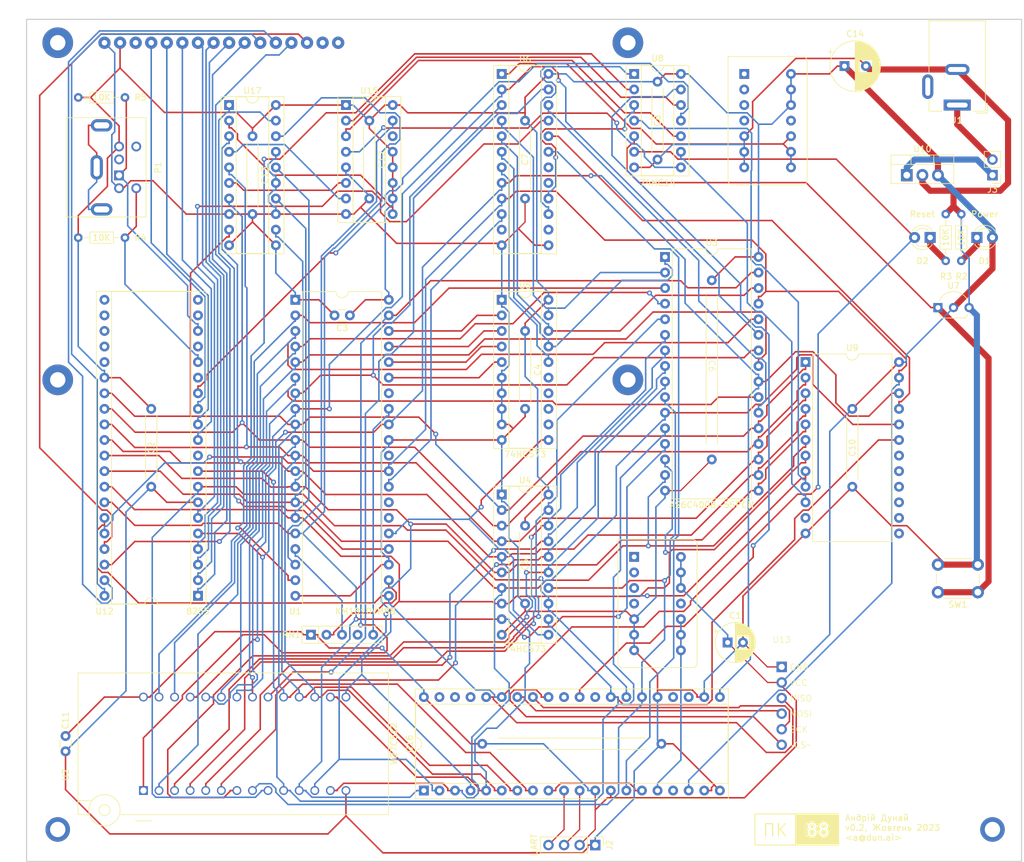
<source format=kicad_pcb>
(kicad_pcb (version 20221018) (generator pcbnew)
  (layers (0 "F.Cu" signal "Top") (31 "B.Cu" signal "Bot") (34 "B.Paste" user) (35 "F.Paste" user) (36 "B.SilkS" user "BotSilk") (37 "F.SilkS" user "TopSilk") (38 "B.Mask" user "BotMask") (39 "F.Mask" user "TopMask") (44 "Edge.Cuts" user "Board"))
  (net 0 "")
  (net 1 "GND")
  (net 2 "+5V")
  (net 3 "Net-(RN1A-R1.2)")
  (net 4 "Net-(RN1B-R2.2)")
  (net 5 "PS2DATA")
  (net 6 "AD_{0}")
  (net 7 "AD_{1}")
  (net 8 "AD_{2}")
  (net 9 "AD_{3}")
  (net 10 "AD_{5}")
  (net 11 "AD_{6}")
  (net 12 "AD_{7}")
  (net 13 "A_{7}")
  (net 14 "A_{6}")
  (net 15 "A_{5}")
  (net 16 "A_{4}")
  (net 17 "A_{3}")
  (net 18 "A_{2}")
  (net 19 "A_{1}")
  (net 20 "A_{0}")
  (net 21 "A_{15}")
  (net 22 "A_{12}")
  (net 23 "AD_{4}")
  (net 24 "ROM~{EN}")
  (net 25 "A_{10}")
  (net 26 "~{RD}")
  (net 27 "A_{11}")
  (net 28 "A_{9}")
  (net 29 "A_{8}")
  (net 30 "A_{13}")
  (net 31 "A_{14}")
  (net 32 "A_{18}")
  (net 33 "A_{16}")
  (net 34 "RAM~{EN}")
  (net 35 "A_{17}")
  (net 36 "CLK")
  (net 37 "RES")
  (net 38 "IO{slash}~{M}")
  (net 39 "~{WR}")
  (net 44 "A_{19}")
  (net 45 "Net-(D1-K)")
  (net 46 "Net-(D2-K)")
  (net 47 "Net-(J3-Pin_2)")
  (net 48 "Net-(LCD1-RS)")
  (net 49 "MCLK")
  (net 51 "Net-(RN1D-R4.2)")
  (net 52 "UART~{EN}")
  (net 53 "ALE")
  (net 57 "Net-(U6-I{slash}O{slash}Q-Pad16)")
  (net 59 "AS_{19}")
  (net 60 "AS_{18}")
  (net 61 "AS_{17}")
  (net 62 "AS_{16}")
  (net 63 "~{INT2}")
  (net 64 "Net-(U16-INTR)")
  (net 65 "Net-(U13-MISO)")
  (net 69 "Net-(LCD1-R~{W})")
  (net 70 "Net-(LCD1-E)")
  (net 71 "Net-(LCD1-D_{0})")
  (net 72 "Net-(LCD1-D_{1})")
  (net 73 "Net-(LCD1-D_{2})")
  (net 74 "Net-(LCD1-D_{3})")
  (net 75 "Net-(LCD1-D_{4})")
  (net 76 "Net-(LCD1-D_{5})")
  (net 77 "Net-(LCD1-D_{6})")
  (net 78 "Net-(LCD1-D_{7})")
  (net 79 "IO~{EN}")
  (net 81 "PS2CLK")
  (net 83 "Net-(U13-MOSI)")
  (net 90 "Net-(U13-SCK)")
  (net 91 "Net-(U13-~{CS})")
  (net 92 "Net-(U16-RCLK)")
  (net 93 "Net-(J2-Pin_4)")
  (net 94 "Net-(J2-Pin_3)")
  (net 95 "UARTCLK")
  (net 105 "~{RES}")
  (net 106 "INTR")
  (net 107 "~{INTA}")
  (net 115 "Net-(U6-I{slash}O{slash}Q-Pad15)")
  (net 117 "TIMER~{EN}")
  (net 118 "TIMERCLK")
  (net 119 "~{INT0}")
  (net 120 "Net-(U9-OUT0)")
  (net 121 "~{INT1}")
  (net 122 "Net-(U12-PC0)")
  (net 130 "Net-(U15-S2)")
  (net 131 "Net-(U15-S1)")
  (net 132 "Net-(U15-S0)")
  (net 136 "unconnected-(P1-Shell-Pad7)")
  (net 137 "Net-(J3-Pin_1)")
  (footprint "LED_THT:LED_D3.0mm" (layer "F.Cu") (at 170.18 -73.66)
    (fp_text reference "D1")
    (fp_text value "Power")
  )
  (footprint "Package_DIP:DIP-20_W7.62mm_Socket" (layer "F.Cu") (at 92.71 -31.75)
    (fp_text reference "U4")
    (fp_text value "74HC573")
  )
  (footprint "Package_DIP:DIP-24_W15.24mm" (layer "F.Cu") (at 142.24 -53.34)
    (fp_text reference "U9")
    (fp_text value "8253")
  )
  (footprint "footprints:C_Disc_Long" (layer "F.Cu") (at 35.56 -45.72 -90)
    (fp_text reference "C2")
    (fp_text value "0.1 uF")
  )
  (footprint "footprints:Hole_2.5x4" (layer "F.Cu") (at 20.32 22.86)
    (fp_text reference "H1" hide)
    (fp_text value "MountingHole")
  )
  (footprint "Resistor_THT:R_Axial_DIN0204_L3.6mm_D1.6mm_P7.62mm_Horizontal" (layer "F.Cu") (at 23.66 -73.63)
    (fp_text reference "R4")
    (fp_text value "10K")
  )
  (footprint "footprints:C_Disc_Long" (layer "F.Cu") (at 149.865 -45.715 -90)
    (fp_text reference "C10")
    (fp_text value "0.1 uF")
  )
  (footprint "Package_DIP:DIP-40_W15.24mm" (layer "F.Cu") (at 59.055 -63.5)
    (fp_text reference "U1")
    (fp_text value "KM1810VM88")
  )
  (footprint "footprints:C_Disc_Long" (layer "F.Cu") (at 96.52 -26.67 -90)
    (fp_text reference "C5")
    (fp_text value "0.1 uF")
  )
  (footprint "footprints:C_Disc_Long" (layer "F.Cu") (at 96.51 -92.705 -90)
    (fp_text reference "C7")
    (fp_text value "0.1 uF")
  )
  (footprint "Custom_Footprints:Connector_Mini-DIN_Female_6Pin_2rows" (layer "F.Cu") (at 30.32 -83.79 -90)
    (fp_text reference "P1")
    (fp_text value "Mini-DIN_6pins_ver3")
  )
  (footprint "Package_DIP:DIP-20_W7.62mm_Socket" (layer "F.Cu") (at 48.26 -95.25)
    (fp_text reference "U17")
    (fp_text value "74HC244")
  )
  (footprint "Capacitor_THT:C_Disc_D3.0mm_W1.6mm_P2.50mm" (layer "F.Cu") (at 67.945 -60.96 180)
    (fp_text reference "C3")
    (fp_text value "0.1 uF")
  )
  (footprint "footprints:C_Disc_Long" (layer "F.Cu") (at 71.12 -92.71 -90)
    (fp_text reference "C12")
    (fp_text value "0.1 uF")
  )
  (footprint "footprints:ZIF28" (layer "F.Cu") (at 34.29 16.51 90)
    (fp_text reference "U2")
    (fp_text value "W27C512")
  )
  (footprint "footprints:C_Disc_VeryLong" (layer "F.Cu") (at 126.955 -60.325 -90)
    (fp_text reference "C6")
    (fp_text value "0.1 uF" hide)
  )
  (footprint "LED_THT:LED_D3.0mm" (layer "F.Cu") (at 162.56 -73.66 180)
    (fp_text reference "D2")
    (fp_text value "Reset")
  )
  (footprint "footprints:C_Disc_Long" (layer "F.Cu") (at 96.52 -58.42 -90)
    (fp_text reference "C4")
    (fp_text value "0.1 uF")
  )
  (footprint "footprints:Hole_2.5x4" (layer "F.Cu") (at 172.72 22.86)
    (fp_text reference "H2" hide)
    (fp_text value "MountingHole")
  )
  (footprint "Connector_BarrelJack:BarrelJack_Wuerth_6941xx301002" (layer "F.Cu") (at 166.97 -95.25 180)
    (fp_text reference "J1")
    (fp_text value "Barrel_Jack")
  )
  (footprint "footprints:MicroSD-Adapter" (layer "F.Cu") (at 135.81 -9.36)
    (fp_text reference "U13")
    (fp_text value "uSD adapter")
  )
  (footprint "Resistor_THT:R_Array_SIP5" (layer "F.Cu") (at 61.595 -8.89)
    (fp_text reference "RN1")
    (fp_text value "5K")
  )
  (footprint "Resistor_THT:R_Axial_DIN0204_L3.6mm_D1.6mm_P7.62mm_Horizontal" (layer "F.Cu") (at 165.1 -69.85 90)
    (fp_text reference "R3")
    (fp_text value "10K")
  )
  (footprint "footprints:Oscillator_DIP-8-14" (layer "F.Cu") (at 135.89 -92.71 -90)
    (fp_text reference "U11" hide)
    (fp_text value "15 MHz" hide)
  )
  (footprint "Package_DIP:DIP-40_W15.24mm_Socket" (layer "F.Cu") (at 80.01 16.515 90)
    (fp_text reference "U16")
    (fp_text value "16550")
  )
  (footprint "Package_DIP:DIP-32_W15.24mm" (layer "F.Cu") (at 119.335 -70.485)
    (fp_text reference "U3")
    (fp_text value "AS6C4008-55PCN")
  )
  (footprint "Connector_PinHeader_2.54mm:PinHeader_1x04_P2.54mm_Vertical" (layer "F.Cu") (at 107.95 25.4 -90)
    (fp_text reference "J2")
    (fp_text value "UART")
  )
  (footprint "footprints:C_Disc_Long" (layer "F.Cu") (at 118.11 -99.06 -90)
    (fp_text reference "C8")
    (fp_text value "0.1 uF")
  )
  (footprint "Capacitor_THT:C_Disc_D3.0mm_W1.6mm_P2.50mm" (layer "F.Cu") (at 21.59 7.62 -90)
    (fp_text reference "C11")
    (fp_text value "0.1 uF")
  )
  (footprint "Resistor_THT:R_Axial_DIN0204_L3.6mm_D1.6mm_P7.62mm_Horizontal" (layer "F.Cu") (at 23.66 -96.49)
    (fp_text reference "R5")
    (fp_text value "10K")
  )
  (footprint "footprints:2004A-OLED" (layer "F.Cu") (at 17.78 -107.95)
    (fp_text reference "LCD1" hide)
    (fp_text value "~")
  )
  (footprint "footprints:C_Disc_Long" (layer "F.Cu") (at 52.07 -90.17 -90)
    (fp_text reference "C13")
    (fp_text value "0.1 uF")
  )
  (footprint "Package_DIP:DIP-40_W15.24mm_Socket" (layer "F.Cu") (at 43.18 -15.24 180)
    (fp_text reference "U12")
    (fp_text value "8255")
  )
  (footprint "Package_TO_SOT_THT:TO-92L_Inline_Wide" (layer "F.Cu") (at 163.83 -62.23)
    (fp_text reference "U7")
    (fp_text value "DS1813-5+")
  )
  (footprint "footprints:C_Disc_VeryLong" (layer "F.Cu") (at 95.88 8.89)
    (fp_text reference "C9" hide)
    (fp_text value "0.1 uF" hide)
  )
  (footprint "Resistor_THT:R_Axial_DIN0204_L3.6mm_D1.6mm_P7.62mm_Horizontal" (layer "F.Cu") (at 167.64 -69.85 90)
    (fp_text reference "R2")
    (fp_text value "10K")
  )
  (footprint "Package_DIP:DIP-14_W7.62mm_Socket" (layer "F.Cu") (at 114.3 -100.33)
    (fp_text reference "U8")
    (fp_text value "74HC14")
  )
  (footprint "Package_DIP:DIP-24_W7.62mm_Socket" (layer "F.Cu") (at 92.71 -100.33)
    (fp_text reference "U6")
    (fp_text value "GAL22V10")
  )
  (footprint "footprints:Oscillator_DIP-8-14" (layer "F.Cu") (at 117.94 -13.97 -90)
    (fp_text reference "U18" hide)
    (fp_text value "1.8432 MHz" hide)
  )
  (footprint "Capacitor_THT:CP_Radial_D8.0mm_P3.50mm" (layer "F.Cu") (at 148.59 -101.6)
    (fp_text reference "C14")
    (fp_text value "10 uF")
  )
  (footprint "Connector_PinHeader_2.54mm:PinHeader_1x02_P2.54mm_Vertical" (layer "F.Cu") (at 172.72 -83.82 180)
    (fp_text reference "J3")
    (fp_text value "~")
  )
  (footprint "Package_DIP:DIP-20_W7.62mm_Socket" (layer "F.Cu") (at 92.71 -63.5)
    (fp_text reference "U5")
    (fp_text value "74HC573")
  )
  (footprint "Capacitor_THT:CP_Radial_D6.3mm_P2.50mm" (layer "F.Cu") (at 129.54 -7.62)
    (fp_text reference "C1")
    (fp_text value "10 uF")
  )
  (footprint "Button_Switch_THT:SW_PUSH_6mm_H5mm" (layer "F.Cu") (at 170.33 -15.82 180)
    (fp_text reference "SW1")
    (fp_text value "Reset")
  )
  (footprint "Package_TO_SOT_THT:TO-220-3_Vertical" (layer "F.Cu") (at 158.75 -83.82)
    (fp_text reference "U10")
    (fp_text value "L7805")
  )
  (footprint "Package_DIP:DIP-16_W7.62mm_Socket" (layer "F.Cu") (at 67.31 -95.25)
    (fp_text reference "U15")
    (fp_text value "74HC148")
  )
  (gr_rect (start 140.6525 24.13) (end 147.6375 25.4) (stroke (width 0.15)) (fill solid) (layer "F.SilkS"))
  (gr_rect (start 146.05 21.59) (end 147.6375 24.13) (stroke (width 0.15)) (fill solid) (layer "F.SilkS"))
  (gr_rect (start 140.6525 21.59) (end 142.24 24.13) (stroke (width 0.15)) (fill solid) (layer "F.SilkS"))
  (gr_rect (start 140.6525 20.32) (end 147.6375 21.59) (stroke (width 0.15)) (fill solid) (layer "F.SilkS"))
  (gr_rect (start 15.24 -109.22) (end 177.46 28.08) (stroke (width 0.2)) (fill none) (layer "Edge.Cuts"))
  (gr_text "Андрій Дунай\nv0.2, Жовтень 2023\n<a@dun.ai>" (at 148.59 24.765) (layer "F.SilkS") (effects (font (size 1 1)) (justify left bottom)))
  (gr_text "88" (at 142.159671 24.14652) (layer "F.SilkS" knockout) (effects (font (size 2 2) (thickness 0.3)) (justify left bottom)))
  (gr_text_box "ПК" (start 133.985 20.32) (end 140.623928 25.4) (layer "F.SilkS") (effects (font (size 2 2) (thickness 0.2)) (justify top)) (stroke (width 0.15)))
  (segment (start 166.37 -78.74) (end 165.1 -77.47) (width 1) (layer "F.Cu") (net 1))
  (segment (start 166.37 -81.28) (end 162.56 -81.28) (width 1) (layer "F.Cu") (net 1))
  (segment (start 116.84 -85.09) (end 118.11 -86.36) (width 0.25) (layer "F.Cu") (net 1))
  (segment (start 67.31 20.6475) (end 67.31 16.51) (width 0.25) (layer "F.Cu") (net 1))
  (segment (start 152.09 -101.6) (end 150.842 -102.848) (width 0.25) (layer "F.Cu") (net 1))
  (segment (start 107.95 25.4) (end 106.7231 25.4) (width 0.25) (layer "F.Cu") (net 1))
  (segment (start 96.52 -45.72) (end 96.52 -44.45) (width 0.25) (layer "F.Cu") (net 1))
  (segment (start 126.9069 16.0279) (end 127.3449 15.5899) (width 0.25) (layer "F.Cu") (net 1))
  (segment (start 161.29 -82.55) (end 161.29 -83.82) (width 1) (layer "F.Cu") (net 1))
  (segment (start 96.52 -44.45) (end 94.615 -42.545) (width 0.25) (layer "F.Cu") (net 1))
  (segment (start 149.865 -33.015) (end 142.25 -25.4) (width 0.25) (layer "F.Cu") (net 1))
  (segment (start 125.73 1.275) (end 124.5531 1.275) (width 0.25) (layer "F.Cu") (net 1))
  (segment (start 132.04 -15.195) (end 142.245 -25.4) (width 0.25) (layer "F.Cu") (net 1))
  (segment (start 166.37 -78.74) (end 167.64 -77.47) (width 1) (layer "F.Cu") (net 1))
  (segment (start 68.0381 -15.24) (end 73.1181 -20.32) (width 0.25) (layer "F.Cu") (net 1))
  (segment (start 92.71 -43.18) (end 93.8869 -43.18) (width 0.25) (layer "F.Cu") (net 1))
  (segment (start 68.58 -77.47) (end 69.693 -78.583) (width 0.25) (layer "F.Cu") (net 1))
  (segment (start 52.07 -76.2) (end 48.26 -72.39) (width 0.25) (layer "F.Cu") (net 1))
  (segment (start 95.4175 -75.0975) (end 98.125 -72.39) (width 0.25) (layer "F.Cu") (net 1))
  (segment (start 138.35 -3.645) (end 136.015 -3.645) (width 0.2) (layer "F.Cu") (net 1))
  (segment (start 28.81 23.5875) (end 64.37 23.5875) (width 0.25) (layer "F.Cu") (net 1))
  (segment (start 98.125 -72.39) (end 100.33 -72.39) (width 0.25) (layer "F.Cu") (net 1))
  (segment (start 136.015 -3.645) (end 132.04 -7.62) (width 0.2) (layer "F.Cu") (net 1))
  (segment (start 35.8379 -82.9118) (end 41.2797 -77.47) (width 0.25) (layer "F.Cu") (net 1))
  (segment (start 67.31 -77.47) (end 55.88 -77.47) (width 0.25) (layer "F.Cu") (net 1))
  (segment (start 123.744 0.0981) (end 118.11 0.0981) (width 0.25) (layer "F.Cu") (net 1))
  (segment (start 127.3449 15.5899) (end 128.27 16.515) (width 0.25) (layer "F.Cu") (net 1))
  (segment (start 95.4175 -75.0975) (end 93.0179 -72.6979) (width 0.2) (layer "F.Cu") (net 1))
  (segment (start 41.2797 -77.47) (end 47.0831 -77.47) (width 0.25) (layer "F.Cu") (net 1))
  (segment (start 92.71 -40.64) (end 91.5331 -40.64) (width 0.25) (layer "F.Cu") (net 1))
  (segment (start 67.31 -77.47) (end 68.58 -77.47) (width 0.25) (layer "F.Cu") (net 1))
  (segment (start 69.693 -78.583) (end 71.12 -80.01) (width 0.25) (layer "F.Cu") (net 1))
  (segment (start 94.5219 -42.545) (end 93.8869 -43.18) (width 0.25) (layer "F.Cu") (net 1))
  (segment (start 118.11 0.0981) (end 118.11 -2.54) (width 0.25) (layer "F.Cu") (net 1))
  (segment (start 133.6146 -91.5346) (end 132.25 -90.17) (width 0.25) (layer "F.Cu") (net 1))
  (segment (start 175.26 -92.76) (end 175.26 -82.55) (width 1) (layer "F.Cu") (net 1))
  (segment (start 96.51 -76.19) (end 95.4175 -75.0975) (width 0.2) (layer "F.Cu") (net 1))
  (segment (start 106.7231 25.8601) (end 105.912 26.6712) (width 0.25) (layer "F.Cu") (net 1))
  (segment (start 48.26 -77.47) (end 47.0831 -77.47) (width 0.25) (layer "F.Cu") (net 1))
  (segment (start 75.5781 -72.6979) (end 69.693 -78.583) (width 0.25) (layer "F.Cu") (net 1))
  (segment (start 173.99 -81.28) (end 166.37 -81.28) (width 1) (layer "F.Cu") (net 1))
  (segment (start 119.335 -32.385) (end 121.875 -32.385) (width 0.2) (layer "F.Cu") (net 1))
  (segment (start 124.5531 0.9072) (end 123.744 0.0981) (width 0.25) (layer "F.Cu") (net 1))
  (segment (start 126.9069 16.515) (end 126.9069 16.0279) (width 0.25) (layer "F.Cu") (net 1))
  (segment (start 94.615 -42.545) (end 92.71 -40.64) (width 0.25) (layer "F.Cu") (net 1))
  (segment (start 52.07 -76.2) (end 55.88 -72.39) (width 0.25) (layer "F.Cu") (net 1))
  (segment (start 30.32 -81.69) (end 31.02 -81.69) (width 0.25) (layer "F.Cu") (net 1))
  (segment (start 114.3 -11.43) (end 113.03 -12.7) (width 0.25) (layer "F.Cu") (net 1))
  (segment (start 96.52 -13.97) (end 96.52 -12.7) (width 0.25) (layer "F.Cu") (net 1))
  (segment (start 118.11 -2.54) (end 114.3 -6.35) (width 0.25) (layer "F.Cu") (net 1))
  (segment (start 96.52 -12.7) (end 92.71 -8.89) (width 0.25) (layer "F.Cu") (net 1))
  (segment (start 118.11 1.275) (end 118.11 0.0981) (width 0.25) (layer "F.Cu") (net 1))
  (segment (start 93.0179 -72.6979) (end 75.5781 -72.6979) (width 0.25) (layer "F.Cu") (net 1))
  (segment (start 166.37 -81.28) (end 166.37 -78.74) (width 1) (layer "F.Cu") (net 1))
  (segment (start 120.645 8.89) (end 127.3449 15.5899) (width 0.25) (layer "F.Cu") (net 1))
  (segment (start 133.6146 -95.8116) (end 133.6146 -91.5346) (width 0.25) (layer "F.Cu") (net 1))
  (segment (start 156.21 -26.67) (end 149.865 -33.015) (width 0.25) (layer "F.Cu") (net 1))
  (segment (start 74.295 -20.32) (end 73.1181 -20.32) (width 0.25) (layer "F.Cu") (net 1))
  (segment (start 52.07 -77.47) (end 52.07 -76.2) (width 0.25) (layer "F.Cu") (net 1))
  (segment (start 118.74 8.89) (end 120.645 8.89) (width 0.25) (layer "F.Cu") (net 1))
  (segment (start 175.26 -82.55) (end 173.99 -81.28) (width 1) (layer "F.Cu") (net 1))
  (segment (start 43.18 -30.48) (end 38.1 -30.48) (width 0.25) (layer "F.Cu") (net 1))
  (segment (start 94.615 -42.545) (end 94.5219 -42.545) (width 0.25) (layer "F.Cu") (net 1))
  (segment (start 150.842 -102.848) (end 140.651 -102.848) (width 0.25) (layer "F.Cu") (net 1))
  (segment (start 32.2418 -82.9118) (end 35.8379 -82.9118) (width 0.25) (layer "F.Cu") (net 1))
  (segment (start 21.59 16.3675) (end 28.81 23.5875) (width 0.25) (layer "F.Cu") (net 1))
  (segment (start 73.3337 26.6712) (end 67.31 20.6475) (width 0.25) (layer "F.Cu") (net 1))
  (segment (start 142.245 -25.4) (end 142.24 -25.4) (width 0.25) (layer "F.Cu") (net 1))
  (segment (start 132.04 -7.62) (end 132.04 -15.195) (width 0.25) (layer "F.Cu") (net 1))
  (segment (start 62.905 -63.5) (end 65.445 -60.96) (width 0.25) (layer "F.Cu") (net 1))
  (segment (start 140.651 -102.848) (end 133.6146 -95.8116) (width 0.25) (layer "F.Cu") (net 1))
  (segment (start 31.02 -81.69) (end 32.2418 -82.9118) (width 0.25) (layer "F.Cu") (net 1))
  (segment (start 165.1192 -20.32) (end 158.7692 -26.67) (width 0.25) (layer "F.Cu") (net 1))
  (segment (start 93.0179 -72.6979) (end 92.71 -72.39) (width 0.2) (layer "F.Cu") (net 1))
  (segment (start 38.1 -30.48) (end 35.56 -33.02) (width 0.25) (layer "F.Cu") (net 1))
  (segment (start 106.7231 25.4) (end 106.7231 25.8601) (width 0.25) (layer "F.Cu") (net 1))
  (segment (start 165.1192 -20.32) (end 170.33 -20.32) (width 1) (layer "F.Cu") (net 1))
  (segment (start 75.4719 -40.64) (end 91.5331 -40.64) (width 0.25) (layer "F.Cu") (net 1))
  (segment (start 121.875 -32.385) (end 126.955 -37.465) (width 0.2) (layer "F.Cu") (net 1))
  (segment (start 52.07 -77.47) (end 55.88 -77.47) (width 0.25) (layer "F.Cu") (net 1))
  (segment (start 52.07 -77.47) (end 48.26 -77.47) (width 0.25) (layer "F.Cu") (net 1))
  (segment (start 152.64 -101.05) (end 152.09 -101.6) (width 1) (layer "F.Cu") (net 1))
  (segment (start 114.3 -85.09) (end 116.84 -85.09) (width 0.25) (layer "F.Cu") (net 1))
  (segment (start 113.03 -12.7) (end 96.52 -12.7) (width 0.25) (layer "F.Cu") (net 1))
  (segment (start 74.295 -40.64) (end 75.4719 -40.64) (width 0.25) (layer "F.Cu") (net 1))
  (segment (start 59.055 -63.5) (end 62.905 -63.5) (width 0.25) (layer "F.Cu") (net 1))
  (segment (start 158.7692 -26.67) (end 156.21 -26.67) (width 0.25) (layer "F.Cu") (net 1))
  (segment (start 105.912 26.6712) (end 73.3337 26.6712) (width 0.25) (layer "F.Cu") (net 1))
  (segment (start 96.51 -80.005) (end 96.51 -76.19) (width 0.2) (layer "F.Cu") (net 1))
  (segment (start 162.56 -81.28) (end 161.29 -82.55) (width 1) (layer "F.Cu") (net 1))
  (segment (start 166.97 -101.05) (end 152.64 -101.05) (width 1) (layer "F.Cu") (net 1))
  (segment (start 60.2319 -15.24) (end 68.0381 -15.24) (width 0.25) (layer "F.Cu") (net 1))
  (segment (start 166.97 -101.05) (end 175.26 -92.76) (width 1) (layer "F.Cu") (net 1))
  (segment (start 21.59 10.12) (end 21.59 16.3675) (width 0.25) (layer "F.Cu") (net 1))
  (segment (start 163.83 -20.32) (end 165.1192 -20.32) (width 1) (layer "F.Cu") (net 1))
  (segment (start 64.37 23.5875) (end 67.31 20.6475) (width 0.25) (layer "F.Cu") (net 1))
  (segment (start 142.25 -25.4) (end 142.245 -25.4) (width 0.25) (layer "F.Cu") (net 1))
  (segment (start 124.5531 1.275) (end 124.5531 0.9072) (width 0.25) (layer "F.Cu") (net 1))
  (segment (start 125.73 16.515) (end 126.9069 16.515) (width 0.25) (layer "F.Cu") (net 1))
  (segment (start 59.055 -15.24) (end 60.2319 -15.24) (width 0.25) (layer "F.Cu") (net 1))
  (segment (start 168.91 -70.246) (end 168.91 -62.23) (width 0.25) (layer "B.Cu") (net 1))
  (segment (start 114.3 17.8231) (end 107.95 24.1731) (width 0.25) (layer "B.Cu") (net 1))
  (segment (start 54.6696 -84.5715) (end 55.5142 -83.7269) (width 0.25) (layer "B.Cu") (net 1))
  (segment (start 55.5142 -81.3731) (end 55.88 -81.3731) (width 0.25) (layer "B.Cu") (net 1))
  (segment (start 117.845 -14.975) (end 117.845 -29.7181) (width 0.25) (layer "B.Cu") (net 1))
  (segment (start 92.71 -40.64) (end 92.71 -31.75) (width 0.25) (layer "B.Cu") (net 1))
  (segment (start 92.71 -63.5) (end 92.71 -62.3231) (width 0.25) (layer "B.Cu") (net 1))
  (segment (start 132.25 -85.09) (end 132.25 -87.63) (width 0.25) (layer "B.Cu") (net 1))
  (segment (start 71.12 -80.4689) (end 67.6758 -83.9131) (width 0.25) (layer "B.Cu") (net 1))
  (segment (start 118.11 8.26) (end 118.74 8.89) (width 0.25) (layer "B.Cu") (net 1))
  (segment (start 118.74 8.89) (end 114.3 13.33) (width 0.25) (layer "B.Cu") (net 1))
  (segment (start 92.71 -72.39) (end 92.71 -63.5) (width 0.25) (layer "B.Cu") (net 1))
  (segment (start 132.25 -88.8206) (end 120.5706 -88.8206) (width 0.25) (layer "B.Cu") (net 1))
  (segment (start 74.295 -21.4969) (end 73.9891 -21.4969) (width 0.25) (layer "B.Cu") (net 1))
  (segment (start 55.88 -87.63) (end 55.88 -86.4531) (width 0.25) (layer "B.Cu") (net 1))
  (segment (start 73.0971 -22.3889) (end 73.0971 -38.633) (width 0.25) (layer "B.Cu") (net 1))
  (segment (start 54.7031 -79.4559) (end 54.7031 -80.562) (width 0.25) (layer "B.Cu") (net 1))
  (segment (start 167.64 -77.47) (end 167.64 -71.516) (width 0.25) (layer "B.Cu") (net 1))
  (segment (start 125.73 1.275) (end 125.73 -1.31) (width 0.25) (layer "B.Cu") (net 1))
  (segment (start 55.88 -86.4531) (end 55.5122 -86.4531) (width 0.25) (layer "B.Cu") (net 1))
  (segment (start 55.88 -77.47) (end 55.88 -78.6469) (width 0.25) (layer "B.Cu") (net 1))
  (segment (start 29.6056 -103.7444) (end 27.94 -105.41) (width 0.25) (layer "B.Cu") (net 1))
  (segment (start 117.845 -29.7181) (end 119.335 -31.2081) (width 0.25) (layer "B.Cu") (net 1))
  (segment (start 29.1397 -90.4241) (end 29.6056 -90.89) (width 0.25) (layer "B.Cu") (net 1))
  (segment (start 30.32 -81.69) (end 30.2465 -81.69) (width 0.25) (layer "B.Cu") (net 1))
  (segment (start 55.88 -67.8519) (end 59.055 -64.6769) (width 0.25) (layer "B.Cu") (net 1))
  (segment (start 93.8869 -29.7641) (end 93.0779 -30.5731) (width 0.25) (layer "B.Cu") (net 1))
  (segment (start 54.6696 -85.6105) (end 54.6696 -84.5715) (width 0.25) (layer "B.Cu") (net 1))
  (segment (start 95.3446 -23.1577) (end 93.8869 -24.6154) (width 0.25) (layer "B.Cu") (net 1))
  (segment (start 93.8869 -24.6154) (end 93.8869 -29.7641) (width 0.25) (layer "B.Cu") (net 1))
  (segment (start 114.3 -11.43) (end 117.845 -14.975) (width 0.25) (layer "B.Cu") (net 1))
  (segment (start 120.5706 -88.8206) (end 118.11 -86.36) (width 0.25) (layer "B.Cu") (net 1))
  (segment (start 54.7031 -80.562) (end 55.5142 -81.3731) (width 0.25) (layer "B.Cu") (net 1))
  (segment (start 55.5142 -83.7269) (end 55.88 -83.7269) (width 0.25) (layer "B.Cu") (net 1))
  (segment (start 170.18 -60.96) (end 168.91 -62.23) (width 1) (layer "B.Cu") (net 1))
  (segment (start 73.9272 -39.4631) (end 74.295 -39.4631) (width 0.25) (layer "B.Cu") (net 1))
  (segment (start 92.71 -50.8) (end 92.71 -51.9769) (width 0.25) (layer "B.Cu") (net 1))
  (segment (start 55.88 -78.6469) (end 55.5121 -78.6469) (width 0.25) (layer "B.Cu") (net 1))
  (segment (start 96.52 -13.97) (end 95.3446 -15.1454) (width 0.25) (layer "B.Cu") (net 1))
  (segment (start 59.055 -63.5) (end 59.055 -64.6769) (width 0.25) (layer "B.Cu") (net 1))
  (segment (start 92.71 -43.18) (end 92.71 -45.72) (width 0.25) (layer "B.Cu") (net 1))
  (segment (start 92.71 -45.72) (end 92.71 -48.26) (width 0.25) (layer "B.Cu") (net 1))
  (segment (start 114.3 -8.89) (end 114.3 -11.43) (width 0.25) (layer "B.Cu") (net 1))
  (segment (start 30.2465 -81.69) (end 29.1397 -82.7968) (width 0.25) (layer "B.Cu") (net 1))
  (segment (start 167.64 -71.516) (end 168.91 -70.246) (width 0.25) (layer "B.Cu") (net 1))
  (segment (start 92.71 -31.75) (end 92.71 -30.5731) (width 0.25) (layer "B.Cu") (net 1))
  (segment (start 93.0779 -62.3231) (end 93.8869 -61.5141) (width 0.25) (layer "B.Cu") (net 1))
  (segment (start 95.3446 -15.1454) (end 95.3446 -23.1577) (width 0.25) (layer "B.Cu") (net 1))
  (segment (start 170.33 -20.32) (end 170.18 -20.47) (width 1) (layer "B.Cu") (net 1))
  (segment (start 118.11 1.275) (end 118.11 8.26) (width 0.25) (layer "B.Cu") (net 1))
  (segment (start 29.1397 -82.7968) (end 29.1397 -90.4241) (width 0.25) (layer "B.Cu") (net 1))
  (segment (start 73.9891 -21.4969) (end 73.0971 -22.3889) (width 0.25) (layer "B.Cu") (net 1))
  (segment (start 67.31 -85.09) (end 67.31 -83.9131) (width 0.25) (layer "B.Cu") (net 1))
  (segment (start 125.73 -1.31) (end 132.04 -7.62) (width 0.25) (layer "B.Cu") (net 1))
  (segment (start 114.3 13.33) (end 114.3 17.8231) (width 0.25) (layer "B.Cu") (net 1))
  (segment (start 55.88 -71.2131) (end 55.88 -67.8519) (width 0.25) (layer "B.Cu") (net 1))
  (segment (start 93.0779 -30.5731) (end 92.71 -30.5731) (width 0.25) (layer "B.Cu") (net 1))
  (segment (start 74.295 -20.32) (end 74.295 -21.4969) (width 0.25) (layer "B.Cu") (net 1))
  (segment (start 114.3 -8.89) (end 114.3 -6.35) (width 0.25) (layer "B.Cu") (net 1))
  (segment (start 170.18 -20.47) (end 170.18 -60.96) (width 1) (layer "B.Cu") (net 1))
  (segment (start 55.88 -82.55) (end 55.88 -83.7269) (width 0.25) (layer "B.Cu") (net 1))
  (segment (start 93.8869 -52.788) (end 93.0758 -51.9769) (width 0.25) (layer "B.Cu") (net 1))
  (segment (start 74.295 -40.64) (end 74.295 -39.4631) (width 0.25) (layer "B.Cu") (net 1))
  (segment (start 29.6056 -90.89) (end 29.6056 -103.7444) (width 0.25) (layer "B.Cu") (net 1))
  (segment (start 92.71 -62.3231) (end 93.0779 -62.3231) (width 0.25) (layer "B.Cu") (net 1))
  (segment (start 132.25 -87.63) (end 132.25 -88.8206) (width 0.25) (layer "B.Cu") (net 1))
  (segment (start 132.25 -88.8206) (end 132.25 -90.17) (width 0.25) (layer "B.Cu") (net 1))
  (segment (start 31.4424 -28.9024) (end 31.4424 0.2676) (width 0.25) (layer "B.Cu") (net 1))
  (segment (start 31.4424 0.2676) (end 21.59 10.12) (width 0.25) (layer "B.Cu") (net 1))
  (segment (start 93.0758 -51.9769) (end 92.71 -51.9769) (width 0.25) (layer "B.Cu") (net 1))
  (segment (start 71.12 -80.01) (end 71.12 -80.4689) (width 0.25) (layer "B.Cu") (net 1))
  (segment (start 93.8869 -61.5141) (end 93.8869 -52.788) (width 0.25) (layer "B.Cu") (net 1))
  (segment (start 35.56 -33.02) (end 31.4424 -28.9024) (width 0.25) (layer "B.Cu") (net 1))
  (segment (start 67.6758 -83.9131) (end 67.31 -83.9131) (width 0.25) (layer "B.Cu") (net 1))
  (segment (start 55.5121 -78.6469) (end 54.7031 -79.4559) (width 0.25) (layer "B.Cu") (net 1))
  (segment (start 55.5122 -86.4531) (end 54.6696 -85.6105) (width 0.25) (layer "B.Cu") (net 1))
  (segment (start 119.335 -32.385) (end 119.335 -31.2081) (width 0.25) (layer "B.Cu") (net 1))
  (segment (start 55.88 -82.55) (end 55.88 -81.3731) (width 0.25) (layer "B.Cu") (net 1))
  (segment (start 73.0971 -38.633) (end 73.9272 -39.4631) (width 0.25) (layer "B.Cu") (net 1))
  (segment (start 107.95 25.4) (end 107.95 24.1731) (width 0.25) (layer "B.Cu") (net 1))
  (segment (start 92.71 -48.26) (end 92.71 -50.8) (width 0.25) (layer "B.Cu") (net 1))
  (segment (start 55.88 -72.39) (end 55.88 -71.2131) (width 0.25) (layer "B.Cu") (net 1))
  (segment (start 52.07 -91.44) (end 55.88 -95.25) (width 0.25) (layer "F.Cu") (net 2))
  (segment (start 96.51 -92.705) (end 96.51 -93.98) (width 0.25) (layer "F.Cu") (net 2))
  (segment (start 34.29 1.27) (end 35.3869 1.27) (width 0.25) (layer "F.Cu") (net 2))
  (segment (start 121.92 -100.33) (end 119.38 -100.33) (width 0.25) (layer "F.Cu") (net 2))
  (segment (start 89.53 8.89) (end 87.625 8.89) (width 0.25) (layer "F.Cu") (net 2))
  (segment (start 107.95 16.515) (end 107.95 19.6875) (width 0.2) (layer "F.Cu") (net 2))
  (segment (start 149.865 -45.715) (end 157.48 -53.33) (width 0.25) (layer "F.Cu") (net 2))
  (segment (start 74.93 -87.63) (end 74.93 -85.09) (width 0.25) (layer "F.Cu") (net 2))
  (segment (start 110.49 16.515) (end 110.49 17.6919) (width 0.25) (layer "F.Cu") (net 2))
  (segment (start 157.48 -53.33) (end 157.48 -53.34) (width 0.25) (layer "F.Cu") (net 2))
  (segment (start 96.51 -96.51) (end 100.33 -100.33) (width 0.25) (layer "F.Cu") (net 2))
  (segment (start 119.38 -100.33) (end 118.11 -99.06) (width 0.25) (layer "F.Cu") (net 2))
  (segment (start 130.765 -70.485) (end 126.955 -66.675) (width 0.25) (layer "F.Cu") (net 2))
  (segment (start 146.1431 -100.33) (end 147.4131 -101.6) (width 0.25) (layer "F.Cu") (net 2))
  (segment (start 148.59 -101.6) (end 147.4131 -101.6) (width 0.25) (layer "F.Cu") (net 2))
  (segment (start 87.625 8.89) (end 80.01 1.275) (width 0.25) (layer "F.Cu") (net 2))
  (segment (start 140.7256 9.2518) (end 140.7256 1.8511) (width 0.25) (layer "F.Cu") (net 2))
  (segment (start 109.9456 17.6919) (end 110.49 17.6919) (width 0.25) (layer "F.Cu") (net 2))
  (segment (start 30.32 -88.49) (end 30.32 -91.8527) (width 0.25) (layer "F.Cu") (net 2))
  (segment (start 59.9162 -9.3919) (end 45.9352 -9.3919) (width 0.25) (layer "F.Cu") (net 2))
  (segment (start 49.4616 -94.0484) (end 52.07 -91.44) (width 0.25) (layer "F.Cu") (net 2))
  (segment (start 34.29 1.27) (end 27.94 1.27) (width 0.25) (layer "F.Cu") (net 2))
  (segment (start 27.94 -50.8) (end 30.48 -50.8) (width 0.25) (layer "F.Cu") (net 2))
  (segment (start 138.35 -1.105) (end 137.7695 -1.105) (width 0.2) (layer "F.Cu") (net 2))
  (segment (start 163.83 -83.82) (end 163.83 -86.36) (width 1) (layer "F.Cu") (net 2))
  (segment (start 61.595 -8.89) (end 62.7719 -8.89) (width 0.25) (layer "F.Cu") (net 2))
  (segment (start 74.93 -95.25) (end 73.66 -95.25) (width 0.25) (layer "F.Cu") (net 2))
  (segment (start 23.66 -73.63) (end 23.66 -77.2343) (width 0.25) (layer "F.Cu") (net 2))
  (segment (start 61.595 -8.89) (end 60.4181 -8.89) (width 0.25) (layer "F.Cu") (net 2))
  (segment (start 73.66 -95.25) (end 71.12 -92.71) (width 0.25) (layer "F.Cu") (net 2))
  (segment (start 172.72 -73.66) (end 172.72 -68.58) (width 1) (layer "F.Cu") (net 2))
  (segment (start 107.95 22.86) (end 105.41 25.4) (width 0.2) (layer "F.Cu") (net 2))
  (segment (start 27.94 1.27) (end 21.59 7.62) (width 0.25) (layer "F.Cu") (net 2))
  (segment (start 163.83 -86.36) (end 148.59 -101.6) (width 1) (layer "F.Cu") (net 2))
  (segment (start 74.93 -82.55) (end 74.93 -80.01) (width 0.25) (layer "F.Cu") (net 2))
  (segment (start 62.7719 -8.89) (end 62.7719 -8.5222) (width 0.25) (layer "F.Cu") (net 2))
  (segment (start 77.3769 -93.98) (end 76.1069 -95.25) (width 0.25) (layer "F.Cu") (net 2))
  (segment (start 70.485 -63.5) (end 67.945 -60.96) (width 0.25) (layer "F.Cu") (net 2))
  (segment (start 132.2855 17.6919) (end 140.7256 9.2518) (width 0.25) (layer "F.Cu") (net 2))
  (segment (start 62.7719 -8.5222) (end 64.5691 -6.725) (width 0.25) (layer "F.Cu") (net 2))
  (segment (start 30.48 -101.2873) (end 37.7189 -94.0484) (width 0.25) (layer "F.Cu") (net 2))
  (segment (start 96.51 -93.98) (end 77.3769 -93.98) (width 0.25) (layer "F.Cu") (net 2))
  (segment (start 96.52 -59.69) (end 96.52 -58.42) (width 0.25) (layer "F.Cu") (net 2))
  (segment (start 74.93 -95.25) (end 76.1069 -95.25) (width 0.25) (layer "F.Cu") (net 2))
  (segment (start 23.66 -77.2343) (end 28.418 -81.9923) (width 0.25) (layer "F.Cu") (net 2))
  (segment (start 139.87 -100.33) (end 146.1431 -100.33) (width 0.25) (layer "F.Cu") (net 2))
  (segment (start 55.88 -95.25) (end 67.31 -95.25) (width 0.25) (layer "F.Cu") (net 2))
  (segment (start 45.9352 -9.3919) (end 35.3869 1.1564) (width 0.25) (layer "F.Cu") (net 2))
  (segment (start 140.7256 1.8511) (end 137.7695 -1.105) (width 0.25) (layer "F.Cu") (net 2))
  (segment (start 136.055 -1.105) (end 129.54 -7.62) (width 0.2) (layer "F.Cu") (net 2))
  (segment (start 107.95 19.6875) (end 107.95 22.86) (width 0.2) (layer "F.Cu") (net 2))
  (segment (start 74.93 -85.09) (end 74.93 -82.55) (width 0.25) (layer "F.Cu") (net 2))
  (segment (start 96.52 -27.94) (end 100.33 -31.75) (width 0.25) (layer "F.Cu") (net 2))
  (segment (start 30.48 -50.8) (end 35.56 -45.72) (width 0.25) (layer "F.Cu") (net 2))
  (segment (start 28.418 -86.588) (end 30.32 -88.49) (width 0.25) (layer "F.Cu") (net 2))
  (segment (start 71.12 -91.44) (end 74.93 -87.63) (width 0.25) (layer "F.Cu") (net 2))
  (segment (start 74.295 -63.5) (end 70.485 -63.5) (width 0.25) (layer "F.Cu") (net 2))
  (segment (start 100.33 -63.5) (end 96.52 -59.69) (width 0.25) (layer "F.Cu") (net 2))
  (segment (start 172.72 -68.58) (end 166.37 -62.23) (width 1) (layer "F.Cu") (net 2))
  (segment (start 71.12 -92.71) (end 71.12 -91.44) (width 0.25) (layer "F.Cu") (net 2))
  (segment (start 64.5691 -6.725) (end 73.1902 -6.725) (width 0.25) (layer "F.Cu") (net 2))
  (segment (start 107.95 19.6875) (end 109.9456 17.6919) (width 0.25) (layer "F.Cu") (net 2))
  (segment (start 30.32 -91.8527) (end 25.6827 -96.49) (width 0.25) (layer "F.Cu") (net 2))
  (segment (start 52.07 -90.17) (end 52.07 -91.44) (width 0.25) (layer "F.Cu") (net 2))
  (segment (start 25.6827 -96.49) (end 23.66 -96.49) (width 0.25) (layer "F.Cu") (net 2))
  (segment (start 96.52 -26.67) (end 96.52 -27.94) (width 0.25) (layer "F.Cu") (net 2))
  (segment (start 28.418 -81.9923) (end 28.418 -86.588) (width 0.25) (layer "F.Cu") (net 2))
  (segment (start 96.51 -93.98) (end 96.51 -96.51) (width 0.25) (layer "F.Cu") (net 2))
  (segment (start 60.4181 -8.89) (end 59.9162 -9.3919) (width 0.25) (layer "F.Cu") (net 2))
  (segment (start 37.7189 -94.0484) (end 49.4616 -94.0484) (width 0.25) (layer "F.Cu") (net 2))
  (segment (start 134.575 -70.485) (end 130.765 -70.485) (width 0.25) (layer "F.Cu") (net 2))
  (segment (start 137.7695 -1.105) (end 136.055 -1.105) (width 0.2) (layer "F.Cu") (net 2))
  (segment (start 110.49 17.6919) (end 132.2855 17.6919) (width 0.25) (layer "F.Cu") (net 2))
  (segment (start 35.3869 1.1564) (end 35.3869 1.27) (width 0.25) (layer "F.Cu") (net 2))
  (segment (start 25.6827 -96.49) (end 30.48 -101.2873) (width 0.25) (layer "F.Cu") (net 2))
  (segment (start 30.48 -101.2873) (end 30.48 -105.41) (width 0.25) (layer "F.Cu") (net 2))
  (via (at 73.1902 -6.725) (size 0.8) (drill 0.4) (layers "F.Cu" "B.Cu") (net 2))
  (segment (start 96.52 -50.9955) (end 98.5584 -48.9571) (width 0.25) (layer "B.Cu") (net 2))
  (segment (start 103.1896 -100.33) (end 101.5069 -100.33) (width 0.25) (layer "B.Cu") (net 2))
  (segment (start 98.5584 -48.9571) (end 98.5584 -34.6985) (width 0.25) (layer "B.Cu") (net 2))
  (segment (start 157.48 -53.34) (end 158.6569 -53.34) (width 0.25) (layer "B.Cu") (net 2))
  (segment (start 68.4869 -95.25) (end 71.0269 -92.71) (width 0.25) (layer "B.Cu") (net 2))
  (segment (start 99.5139 8.89) (end 106.7731 16.1492) (width 0.25) (layer "B.Cu") (net 2))
  (segment (start 129.54 -8.89) (end 121.92 -16.51) (width 0.25) (layer "B.Cu") (net 2))
  (segment (start 107.95 16.515) (end 106.7731 16.515) (width 0.25) (layer "B.Cu") (net 2))
  (segment (start 98.4196 -90.7954) (end 98.4196 -66.5873) (width 0.25) (layer "B.Cu") (net 2))
  (segment (start 67.31 -95.25) (end 68.4869 -95.25) (width 0.25) (layer "B.Cu") (net 2))
  (segment (start 96.52 -58.42) (end 96.52 -50.9955) (width 0.25) (layer "B.Cu") (net 2))
  (segment (start 129.54 -7.62) (end 129.54 -8.89) (width 0.25) (layer "B.Cu") (net 2))
  (segment (start 146.1903 -8.9453) (end 138.35 -1.105) (width 0.25) (layer "B.Cu") (net 2))
  (segment (start 100.33 -100.33) (end 101.5069 -100.33) (width 0.25) (layer "B.Cu") (net 2))
  (segment (start 166.37 -62.23) (end 158.6569 -54.5169) (width 0.25) (layer "B.Cu") (net 2))
  (segment (start 89.53 8.89) (end 99.5139 8.89) (width 0.25) (layer "B.Cu") (net 2))
  (segment (start 139.87 -100.33) (end 139.87 -97.79) (width 0.25) (layer "B.Cu") (net 2))
  (segment (start 139.87 -95.25) (end 139.87 -97.79) (width 0.25) (layer "B.Cu") (net 2))
  (segment (start 129.4469 -93.98) (end 132.7242 -93.98) (width 0.25) (layer "B.Cu") (net 2))
  (segment (start 121.92 -21.59) (end 121.92 -19.05) (width 0.25) (layer "B.Cu") (net 2))
  (segment (start 74.93 -80.01) (end 74.93 -78.8331) (width 0.25) (layer "B.Cu") (net 2))
  (segment (start 96.51 -92.705) (end 98.4196 -90.7954) (width 0.25) (layer "B.Cu") (net 2))
  (segment (start 118.11 -99.06) (end 104.4596 -99.06) (width 0.25) (layer "B.Cu") (net 2))
  (segment (start 80.01 0.0981) (end 73.1902 -6.7217) (width 0.25) (layer "B.Cu") (net 2))
  (segment (start 100.33 -31.75) (end 100.33 -32.9269) (width 0.25) (layer "B.Cu") (net 2))
  (segment (start 74.295 -63.5) (end 74.295 -64.6769) (width 0.25) (layer "B.Cu") (net 2))
  (segment (start 123.0969 -100.33) (end 129.4469 -93.98) (width 0.25) (layer "B.Cu") (net 2))
  (segment (start 73.7216 -77.9494) (end 73.7216 -65.2503) (width 0.25) (layer "B.Cu") (net 2))
  (segment (start 121.92 -19.05) (end 121.92 -16.51) (width 0.25) (layer "B.Cu") (net 2))
  (segment (start 134.575 -92.1292) (end 136.7492 -92.1292) (width 0.25) (layer "B.Cu") (net 2))
  (segment (start 27.94 -50.8) (end 27.94 -51.9769) (width 0.25) (layer "B.Cu") (net 2))
  (segment (start 158.6569 -54.5169) (end 158.6569 -53.34) (width 0.25) (layer "B.Cu") (net 2))
  (segment (start 71.0269 -92.71) (end 71.12 -92.71) (width 0.25) (layer "B.Cu") (net 2))
  (segment (start 132.7242 -93.98) (end 134.575 -92.1292) (width 0.25) (layer "B.Cu") (net 2))
  (segment (start 106.7731 16.1492) (end 106.7731 16.515) (width 0.25) (layer "B.Cu") (net 2))
  (segment (start 134.575 -92.1292) (end 134.575 -70.485) (width 0.25) (layer "B.Cu") (net 2))
  (segment (start 172.72 -74.93) (end 172.72 -73.66) (width 1) (layer "B.Cu") (net 2))
  (segment (start 149.865 -45.715) (end 146.1903 -42.0403) (width 0.25) (layer "B.Cu") (net 2))
  (segment (start 73.7216 -65.2503) (end 74.295 -64.6769) (width 0.25) (layer "B.Cu") (net 2))
  (segment (start 23.66 -73.63) (end 23.66 -55.8911) (width 0.25) (layer "B.Cu") (net 2))
  (segment (start 98.5584 -34.6985) (end 100.33 -32.9269) (width 0.25) (layer "B.Cu") (net 2))
  (segment (start 74.6053 -78.8331) (end 73.7216 -77.9494) (width 0.25) (layer "B.Cu") (net 2))
  (segment (start 80.01 1.275) (end 80.01 0.0981) (width 0.25) (layer "B.Cu") (net 2))
  (segment (start 27.5742 -51.9769) (end 27.94 -51.9769) (width 0.25) (layer "B.Cu") (net 2))
  (segment (start 136.7492 -92.1292) (end 139.87 -95.25) (width 0.25) (layer "B.Cu") (net 2))
  (segment (start 163.83 -83.82) (end 172.72 -74.93) (width 1) (layer "B.Cu") (net 2))
  (segment (start 23.66 -55.8911) (end 27.5742 -51.9769) (width 0.25) (layer "B.Cu") (net 2))
  (segment (start 98.4196 -66.5873) (end 100.33 -64.6769) (width 0.25) (layer "B.Cu") (net 2))
  (segment (start 104.4596 -99.06) (end 103.1896 -100.33) (width 0.25) (layer "B.Cu") (net 2))
  (segment (start 121.92 -100.33) (end 123.0969 -100.33) (width 0.25) (layer "B.Cu") (net 2))
  (segment (start 74.93 -78.8331) (end 74.6053 -78.8331) (width 0.25) (layer "B.Cu") (net 2))
  (segment (start 146.1903 -42.0403) (end 146.1903 -8.9453) (width 0.25) (layer "B.Cu") (net 2))
  (segment (start 73.1902 -6.7217) (end 73.1902 -6.725) (width 0.25) (layer "B.Cu") (net 2))
  (segment (start 100.33 -63.5) (end 100.33 -64.6769) (width 0.25) (layer "B.Cu") (net 2))
  (segment (start 65.3119 -8.89) (end 65.3119 -9.2578) (width 0.25) (layer "F.Cu") (net 3))
  (segment (start 73.6229 -14.0619) (end 74.7859 -14.0619) (width 0.25) (layer "F.Cu") (net 3))
  (segment (start 74.295 -17.78) (end 74.295 -16.6031) (width 0.25) (layer "F.Cu") (net 3))
  (segment (start 74.7859 -14.0619) (end 75.4888 -14.7648) (width 0.25) (layer "F.Cu") (net 3))
  (segment (start 64.135 -8.89) (end 65.3119 -8.89) (width 0.25) (layer "F.Cu") (net 3))
  (segment (start 68.4837 -12.4296) (end 71.9906 -12.4296) (width 0.25) (layer "F.Cu") (net 3))
  (segment (start 75.4888 -15.7751) (end 74.6608 -16.6031) (width 0.25) (layer "F.Cu") (net 3))
  (segment (start 75.4888 -14.7648) (end 75.4888 -15.7751) (width 0.25) (layer "F.Cu") (net 3))
  (segment (start 65.3119 -9.2578) (end 68.4837 -12.4296) (width 0.25) (layer "F.Cu") (net 3))
  (segment (start 71.9906 -12.4296) (end 73.6229 -14.0619) (width 0.25) (layer "F.Cu") (net 3))
  (segment (start 74.6608 -16.6031) (end 74.295 -16.6031) (width 0.25) (layer "F.Cu") (net 3))
  (segment (start 66.675 -14.4289) (end 66.675 -8.89) (width 0.25) (layer "B.Cu") (net 4))
  (segment (start 59.055 -22.86) (end 59.055 -21.6831) (width 0.25) (layer "B.Cu") (net 4))
  (segment (start 59.4208 -21.6831) (end 66.675 -14.4289) (width 0.25) (layer "B.Cu") (net 4))
  (segment (start 59.055 -21.6831) (end 59.4208 -21.6831) (width 0.25) (layer "B.Cu") (net 4))
  (segment (start 31.495 -84.965) (end 31.495 -96.275) (width 0.25) (layer "F.Cu") (net 5))
  (segment (start 31.495 -96.275) (end 31.28 -96.49) (width 0.25) (layer "F.Cu") (net 5))
  (segment (start 30.32 -83.79) (end 31.495 -84.965) (width 0.25) (layer "F.Cu") (net 5))
  (segment (start 42.8142 -59.5969) (end 43.18 -59.5969) (width 0.25) (layer "B.Cu") (net 5))
  (segment (start 31.72 -75.5588) (end 41.5012 -65.7776) (width 0.25) (layer "B.Cu") (net 5))
  (segment (start 41.5012 -60.9099) (end 42.8142 -59.5969) (width 0.25) (layer "B.Cu") (net 5))
  (segment (start 43.18 -58.42) (end 43.18 -59.5969) (width 0.25) (layer "B.Cu") (net 5))
  (segment (start 31.72 -82.39) (end 31.72 -75.5588) (width 0.25) (layer "B.Cu") (net 5))
  (segment (start 30.32 -83.79) (end 31.72 -82.39) (width 0.25) (layer "B.Cu") (net 5))
  (segment (start 41.5012 -65.7776) (end 41.5012 -60.9099) (width 0.25) (layer "B.Cu") (net 5))
  (segment (start 98.7771 -10.1599) (end 100.9369 -10.1599) (width 0.25) (layer "F.Cu") (net 6))
  (segment (start 141.5278 -34.3831) (end 122.3847 -15.24) (width 0.25) (layer "F.Cu") (net 6))
  (segment (start 29.1169 -30.48) (end 32.875 -26.7219) (width 0.25) (layer "F.Cu") (net 6))
  (segment (start 142.24 -34.3831) (end 141.5278 -34.3831) (width 0.25) (layer "F.Cu") (net 6))
  (segment (start 59.055 -25.4) (end 57.8781 -25.4) (width 0.25) (layer "F.Cu") (net 6))
  (segment (start 92.71 -11.43) (end 91.5331 -11.43) (width 0.25) (layer "F.Cu") (net 6))
  (segment (start 102.6175 -11.8405) (end 111.7191 -11.8405) (width 0.25) (layer "F.Cu") (net 6))
  (segment (start 32.875 -26.7219) (end 43.7444 -26.7219) (width 0.25) (layer "F.Cu") (net 6))
  (segment (start 43.7444 -26.7219) (end 44.0888 -27.0663) (width 0.25) (layer "F.Cu") (net 6))
  (segment (start 91.5331 -11.43) (end 68.9706 -11.43) (width 0.25) (layer "F.Cu") (net 6))
  (segment (start 97.0969 -8.4797) (end 98.7771 -10.1599) (width 0.25) (layer "F.Cu") (net 6))
  (segment (start 100.9369 -10.1599) (end 102.6175 -11.8405) (width 0.25) (layer "F.Cu") (net 6))
  (segment (start 27.94 -30.48) (end 29.1169 -30.48) (width 0.25) (layer "F.Cu") (net 6))
  (segment (start 44.0888 -27.0663) (end 56.2118 -27.0663) (width 0.25) (layer "F.Cu") (net 6))
  (segment (start 56.2118 -27.0663) (end 57.8781 -25.4) (width 0.25) (layer "F.Cu") (net 6))
  (segment (start 142.24 -35.56) (end 142.24 -34.3831) (width 0.25) (layer "F.Cu") (net 6))
  (segment (start 122.3847 -15.24) (end 116.4267 -15.24) (width 0.25) (layer "F.Cu") (net 6))
  (segment (start 96.4121 -8.4797) (end 97.0969 -8.4797) (width 0.25) (layer "F.Cu") (net 6))
  (via (at 116.4267 -15.24) (size 0.8) (drill 0.4) (layers "F.Cu" "B.Cu") (net 6))
  (via (at 96.4121 -8.4797) (size 0.8) (drill 0.4) (layers "F.Cu" "B.Cu") (net 6))
  (via (at 111.7191 -11.8405) (size 0.8) (drill 0.4) (layers "F.Cu" "B.Cu") (net 6))
  (via (at 68.9706 -11.43) (size 0.8) (drill 0.4) (layers "F.Cu" "B.Cu") (net 6))
  (segment (start 75.3732 -88.9) (end 74.4594 -88.9) (width 0.25) (layer "B.Cu") (net 6))
  (segment (start 77.7398 17.6083) (end 61.7716 17.6083) (width 0.25) (layer "B.Cu") (net 6))
  (segment (start 111.7191 -11.8405) (end 113.1231 -13.2445) (width 0.25) (layer "B.Cu") (net 6))
  (segment (start 113.1231 -15.24) (end 116.4267 -15.24) (width 0.25) (layer "B.Cu") (net 6))
  (segment (start 63.808 -70.4188) (end 63.808 -28.9761) (width 0.25) (layer "B.Cu") (net 6))
  (segment (start 59.69 16.51) (end 59.69 15.4131) (width 0.25) (layer "B.Cu") (net 6))
  (segment (start 65.4613 -71.9136) (end 65.3028 -71.9136) (width 0.25) (layer "B.Cu") (net 6))
  (segment (start 113.1231 -15.24) (end 113.1231 -32.982) (width 0.25) (layer "B.Cu") (net 6))
  (segment (start 75.329 -93.98) (end 76.14 -93.169) (width 0.25) (layer "B.Cu") (net 6))
  (segment (start 76.14 -89.6668) (end 75.3732 -88.9) (width 0.25) (layer "B.Cu") (net 6))
  (segment (start 63.3383 11.7648) (end 59.69 15.4131) (width 0.25) (layer "B.Cu") (net 6))
  (segment (start 93.8869 -11.43) (end 93.8869 -11.0049) (width 0.25) (layer "B.Cu") (net 6))
  (segment (start 72.8678 -93.98) (end 75.329 -93.98) (width 0.25) (layer "B.Cu") (net 6))
  (segment (start 68.9706 -11.43) (end 67.945 -10.4044) (width 0.25) (layer "B.Cu") (net 6))
  (segment (start 61.7716 17.6083) (end 60.7869 16.6236) (width 0.25) (layer "B.Cu") (net 6))
  (segment (start 59.055 -25.4) (end 60.2319 -25.4) (width 0.25) (layer "B.Cu") (net 6))
  (segment (start 70.4209 -96.4269) (end 72.8678 -93.98) (width 0.25) (layer "B.Cu") (net 6))
  (segment (start 73.14 -79.5923) (end 65.4613 -71.9136) (width 0.25) (layer "B.Cu") (net 6))
  (segment (start 60.2319 -25.4) (end 68.9706 -16.6613) (width 0.25) (layer "B.Cu") (net 6))
  (segment (start 78.8331 16.515) (end 77.7398 17.6083) (width 0.25) (layer "B.Cu") (net 6))
  (segment (start 57.0569 -90.17) (end 63.3138 -96.4269) (width 0.25) (layer "B.Cu") (net 6))
  (segment (start 59.69 16.51) (end 60.7869 16.51) (width 0.25) (layer "B.Cu") (net 6))
  (segment (start 67.945 -10.4044) (end 67.945 -8.1739) (width 0.25) (layer "B.Cu") (net 6))
  (segment (start 93.8869 -11.0049) (end 96.4121 -8.4797) (width 0.25) (layer "B.Cu") (net 6))
  (segment (start 119.335 -40.005) (end 119.335 -38.8281) (width 0.25) (layer "B.Cu") (net 6))
  (segment (start 63.808 -28.9761) (end 60.2319 -25.4) (width 0.25) (layer "B.Cu") (net 6))
  (segment (start 92.71 -11.43) (end 93.8869 -11.43) (width 0.25) (layer "B.Cu") (net 6))
  (segment (start 118.9692 -38.8281) (end 119.335 -38.8281) (width 0.25) (layer "B.Cu") (net 6))
  (segment (start 67.945 -8.1739) (end 63.3383 -3.5672) (width 0.25) (layer "B.Cu") (net 6))
  (segment (start 113.1231 -32.982) (end 118.9692 -38.8281) (width 0.25) (layer "B.Cu") (net 6))
  (segment (start 65.3028 -71.9136) (end 63.808 -70.4188) (width 0.25) (layer "B.Cu") (net 6))
  (segment (start 113.1231 -13.2445) (end 113.1231 -15.24) (width 0.25) (layer "B.Cu") (net 6))
  (segment (start 55.88 -90.17) (end 57.0569 -90.17) (width 0.25) (layer "B.Cu") (net 6))
  (segment (start 76.14 -93.169) (end 76.14 -89.6668) (width 0.25) (layer "B.Cu") (net 6))
  (segment (start 68.9706 -16.6613) (end 68.9706 -11.43) (width 0.25) (layer "B.Cu") (net 6))
  (segment (start 80.01 16.515) (end 78.8331 16.515) (width 0.25) (layer "B.Cu") (net 6))
  (segment (start 60.7869 16.6236) (end 60.7869 16.51) (width 0.25) (layer "B.Cu") (net 6))
  (segment (start 63.3383 -3.5672) (end 63.3383 11.7648) (width 0.25) (layer "B.Cu") (net 6))
  (segment (start 73.14 -87.5806) (end 73.14 -79.5923) (width 0.25) (layer "B.Cu") (net 6))
  (segment (start 74.4594 -88.9) (end 73.14 -87.5806) (width 0.25) (layer "B.Cu") (net 6))
  (segment (start 63.3138 -96.4269) (end 70.4209 -96.4269) (width 0.25) (layer "B.Cu") (net 6))
  (segment (start 74.6663 -21.682) (end 66.4899 -21.682) (width 0.25) (layer "F.Cu") (net 7))
  (segment (start 92.71 -13.97) (end 91.5331 -13.97) (width 0.25) (layer "F.Cu") (net 7))
  (segment (start 59.039 -27.94) (end 59.055 -27.94) (width 0.25) (layer "F.Cu") (net 7))
  (segment (start 56.5215 -29.2966) (end 32.8403 -29.2966) (width 0.25) (layer "F.Cu") (net 7))
  (segment (start 119.2182 -16.5191) (end 116.5983 -16.5191) (width 0.25) (layer "F.Cu") (net 7))
  (segment (start 120.0483 -17.3492) (end 119.2182 -16.5191) (width 0.25) (layer "F.Cu") (net 7))
  (segment (start 32.8403 -29.2966) (end 29.1169 -33.02) (width 0.25) (layer "F.Cu") (net 7))
  (segment (start 27.94 -33.02) (end 29.1169 -33.02) (width 0.25) (layer "F.Cu") (net 7))
  (segment (start 57.8781 -27.94) (end 56.5215 -29.2966) (width 0.25) (layer "F.Cu") (net 7))
  (segment (start 76.0076 -14.2798) (end 76.0076 -20.3407) (width 0.25) (layer "F.Cu") (net 7))
  (segment (start 127.3775 -22.7669) (end 120.4962 -22.7669) (width 0.25) (layer "F.Cu") (net 7))
  (segment (start 66.4899 -21.682) (end 60.2319 -27.94) (width 0.25) (layer "F.Cu") (net 7))
  (segment (start 59.039 -27.94) (end 57.8781 -27.94) (width 0.25) (layer "F.Cu") (net 7))
  (segment (start 76.0076 -14.2798) (end 91.2233 -14.2798) (width 0.25) (layer "F.Cu") (net 7))
  (segment (start 142.24 -38.1) (end 142.24 -36.9231) (width 0.25) (layer "F.Cu") (net 7))
  (segment (start 142.24 -36.9231) (end 141.5337 -36.9231) (width 0.25) (layer "F.Cu") (net 7))
  (segment (start 92.71 -13.97) (end 93.8869 -13.97) (width 0.25) (layer "F.Cu") (net 7))
  (segment (start 91.2233 -14.2798) (end 91.5331 -13.97) (width 0.25) (layer "F.Cu") (net 7))
  (segment (start 141.5337 -36.9231) (end 127.3775 -22.7669) (width 0.25) (layer "F.Cu") (net 7))
  (segment (start 116.5983 -16.5191) (end 115.2261 -15.1469) (width 0.25) (layer "F.Cu") (net 7))
  (segment (start 73.8353 -12.2418) (end 75.8733 -14.2798) (width 0.25) (layer "F.Cu") (net 7))
  (segment (start 75.8733 -14.2798) (end 76.0076 -14.2798) (width 0.25) (layer "F.Cu") (net 7))
  (segment (start 120.4962 -22.7669) (end 120.0483 -22.319) (width 0.25) (layer "F.Cu") (net 7))
  (segment (start 76.0076 -20.3407) (end 74.6663 -21.682) (width 0.25) (layer "F.Cu") (net 7))
  (segment (start 115.2261 -15.1469) (end 95.0638 -15.1469) (width 0.25) (layer "F.Cu") (net 7))
  (segment (start 59.055 -27.94) (end 60.2319 -27.94) (width 0.25) (layer "F.Cu") (net 7))
  (segment (start 120.0483 -22.319) (end 120.0483 -17.3492) (width 0.25) (layer "F.Cu") (net 7))
  (segment (start 95.0638 -15.1469) (end 93.8869 -13.97) (width 0.25) (layer "F.Cu") (net 7))
  (segment (start 120.0483 -22.319) (end 119.4017 -22.319) (width 0.25) (layer "F.Cu") (net 7))
  (via (at 119.4017 -22.319) (size 0.8) (drill 0.4) (layers "F.Cu" "B.Cu") (net 7))
  (via (at 73.8353 -12.2418) (size 0.8) (drill 0.4) (layers "F.Cu" "B.Cu") (net 7))
  (segment (start 62.23 15.4131) (end 66.2025 11.4406) (width 0.25) (layer "B.Cu") (net 7))
  (segment (start 120.5133 -35.4756) (end 120.5133 -26.1681) (width 0.25) (layer "B.Cu") (net 7))
  (segment (start 61.265 -79.705) (end 55.88 -85.09) (width 0.25) (layer "B.Cu") (net 7))
  (segment (start 61.265 -30.9591) (end 61.265 -79.705) (width 0.25) (layer "B.Cu") (net 7))
  (segment (start 77.131 11.4406) (end 81.3731 15.6827) (width 0.25) (layer "B.Cu") (net 7))
  (segment (start 59.4228 -29.1169) (end 61.265 -30.9591) (width 0.25) (layer "B.Cu") (net 7))
  (segment (start 81.3731 15.6827) (end 81.3731 16.515) (width 0.25) (layer "B.Cu") (net 7))
  (segment (start 66.2025 -1.6727) (end 66.2025 11.4406) (width 0.25) (layer "B.Cu") (net 7))
  (segment (start 120.5133 -26.1681) (end 119.4017 -25.0565) (width 0.25) (layer "B.Cu") (net 7))
  (segment (start 119.4017 -25.0565) (end 119.4017 -22.319) (width 0.25) (layer "B.Cu") (net 7))
  (segment (start 119.335 -36.2881) (end 119.7008 -36.2881) (width 0.25) (layer "B.Cu") (net 7))
  (segment (start 73.8353 -12.2418) (end 73.8353 -9.3055) (width 0.25) (layer "B.Cu") (net 7))
  (segment (start 82.55 16.515) (end 81.3731 16.515) (width 0.25) (layer "B.Cu") (net 7))
  (segment (start 66.2025 11.4406) (end 77.131 11.4406) (width 0.25) (layer "B.Cu") (net 7))
  (segment (start 59.055 -27.94) (end 59.055 -29.1169) (width 0.25) (layer "B.Cu") (net 7))
  (segment (start 119.7008 -36.2881) (end 120.5133 -35.4756) (width 0.25) (layer "B.Cu") (net 7))
  (segment (start 73.8353 -9.3055) (end 66.2025 -1.6727) (width 0.25) (layer "B.Cu") (net 7))
  (segment (start 119.335 -37.465) (end 119.335 -36.2881) (width 0.25) (layer "B.Cu") (net 7))
  (segment (start 59.055 -29.1169) (end 59.4228 -29.1169) (width 0.25) (layer "B.Cu") (net 7))
  (segment (start 62.23 16.51) (end 62.23 15.4131) (width 0.25) (layer "B.Cu") (net 7))
  (segment (start 142.24 -40.64) (end 142.24 -39.4631) (width 0.25) (layer "F.Cu") (net 8))
  (segment (start 127.2672 -23.3744) (end 116.6095 -23.3744) (width 0.25) (layer "F.Cu") (net 8))
  (segment (start 37.0119 -35.56) (end 27.94 -35.56) (width 0.25) (layer "F.Cu") (net 8))
  (segment (start 92.71 -16.51) (end 93.8869 -16.51) (width 0.25) (layer "F.Cu") (net 8))
  (segment (start 83.1041 15.3381) (end 66.9252 15.3381) (width 0.25) (layer "F.Cu") (net 8))
  (segment (start 58.4666 -30.48) (end 59.055 -30.48) (width 0.25) (layer "F.Cu") (net 8))
  (segment (start 141.8742 -39.4631) (end 140.2964 -37.8853) (width 0.25) (layer "F.Cu") (net 8))
  (segment (start 57.8781 -30.48) (end 51.222 -30.48) (width 0.25) (layer "F.Cu") (net 8))
  (segment (start 83.9131 16.1471) (end 83.1041 15.3381) (width 0.25) (layer "F.Cu") (net 8))
  (segment (start 58.4666 -30.48) (end 57.8781 -30.48) (width 0.25) (layer "F.Cu") (net 8))
  (segment (start 83.9131 -24.13) (end 91.5331 -16.51) (width 0.25) (layer "F.Cu") (net 8))
  (segment (start 65.8669 16.3964) (end 65.8669 16.51) (width 0.25) (layer "F.Cu") (net 8))
  (segment (start 140.2964 -36.4036) (end 127.2672 -23.3744) (width 0.25) (layer "F.Cu") (net 8))
  (segment (start 49.9015 -31.8005) (end 40.7714 -31.8005) (width 0.25) (layer "F.Cu") (net 8))
  (segment (start 142.24 -39.4631) (end 141.8742 -39.4631) (width 0.25) (layer "F.Cu") (net 8))
  (segment (start 59.055 -30.48) (end 60.2319 -30.48) (width 0.25) (layer "F.Cu") (net 8))
  (segment (start 66.5819 -24.13) (end 83.9131 -24.13) (width 0.25) (layer "F.Cu") (net 8))
  (segment (start 99.9263 -17.78) (end 98.6563 -16.51) (width 0.25) (layer "F.Cu") (net 8))
  (segment (start 66.9252 15.3381) (end 65.8669 16.3964) (width 0.25) (layer "F.Cu") (net 8))
  (segment (start 92.71 -16.51) (end 91.5331 -16.51) (width 0.25) (layer "F.Cu") (net 8))
  (segment (start 40.7714 -31.8005) (end 37.0119 -35.56) (width 0.25) (layer "F.Cu") (net 8))
  (segment (start 64.77 16.51) (end 65.8669 16.51) (width 0.25) (layer "F.Cu") (net 8))
  (segment (start 106.8639 -17.78) (end 99.9263 -17.78) (width 0.25) (layer "F.Cu") (net 8))
  (segment (start 60.2319 -30.48) (end 66.5819 -24.13) (width 0.25) (layer "F.Cu") (net 8))
  (segment (start 83.9131 16.515) (end 83.9131 16.1471) (width 0.25) (layer "F.Cu") (net 8))
  (segment (start 85.09 16.515) (end 83.9131 16.515) (width 0.25) (layer "F.Cu") (net 8))
  (segment (start 51.222 -30.48) (end 49.9015 -31.8005) (width 0.25) (layer "F.Cu") (net 8))
  (segment (start 98.6563 -16.51) (end 93.8869 -16.51) (width 0.25) (layer "F.Cu") (net 8))
  (segment (start 116.6095 -23.3744) (end 112.4583 -23.3744) (width 0.25) (layer "F.Cu") (net 8))
  (segment (start 112.4583 -23.3744) (end 106.8639 -17.78) (width 0.25) (layer "F.Cu") (net 8))
  (segment (start 140.2964 -37.8853) (end 140.2964 -36.4036) (width 0.25) (layer "F.Cu") (net 8))
  (via (at 116.6095 -23.3744) (size 0.8) (drill 0.4) (layers "F.Cu" "B.Cu") (net 8))
  (segment (start 87.1011 17.715) (end 86.2669 16.8808) (width 0.25) (layer "B.Cu") (net 8))
  (segment (start 116.6095 -23.3744) (end 116.6095 -31.3318) (width 0.25) (layer "B.Cu") (net 8))
  (segment (start 119.335 -34.925) (end 119.335 -33.7481) (width 0.25) (layer "B.Cu") (net 8))
  (segment (start 87.8432 14.6277) (end 88.8754 15.6599) (width 0.25) (layer "B.Cu") (net 8))
  (segment (start 91.5312 -3.3981) (end 93.9217 -1.0076) (width 0.25) (layer "B.Cu") (net 8))
  (segment (start 119.0258 -33.7481) (end 119.335 -33.7481) (width 0.25) (layer "B.Cu") (net 8))
  (segment (start 59.4228 -31.6569) (end 60.7616 -32.9957) (width 0.25) (layer "B.Cu") (net 8))
  (segment (start 60.7616 -75.1284) (end 55.88 -80.01) (width 0.25) (layer "B.Cu") (net 8))
  (segment (start 59.055 -31.6569) (end 59.4228 -31.6569) (width 0.25) (layer "B.Cu") (net 8))
  (segment (start 116.6095 -31.3318) (end 119.0258 -33.7481) (width 0.25) (layer "B.Cu") (net 8))
  (segment (start 92.71 -16.51) (end 92.71 -15.3331) (width 0.25) (layer "B.Cu") (net 8))
  (segment (start 86.2669 16.8808) (end 86.2669 16.515) (width 0.25) (layer "B.Cu") (net 8))
  (segment (start 93.9217 1.7296) (end 87.8432 7.8081) (width 0.25) (layer "B.Cu") (net 8))
  (segment (start 60.7616 -32.9957) (end 60.7616 -75.1284) (width 0.25) (layer "B.Cu") (net 8))
  (segment (start 59.055 -30.48) (end 59.055 -31.6569) (width 0.25) (layer "B.Cu") (net 8))
  (segment (start 88.8754 16.9536) (end 88.114 17.715) (width 0.25) (layer "B.Cu") (net 8))
  (segment (start 92.71 -15.3331) (end 92.3422 -15.3331) (width 0.25) (layer "B.Cu") (net 8))
  (segment (start 92.3422 -15.3331) (end 91.5312 -14.5221) (width 0.25) (layer "B.Cu") (net 8))
  (segment (start 85.09 16.515) (end 86.2669 16.515) (width 0.25) (layer "B.Cu") (net 8))
  (segment (start 87.8432 7.8081) (end 87.8432 14.6277) (width 0.25) (layer "B.Cu") (net 8))
  (segment (start 93.9217 -1.0076) (end 93.9217 1.7296) (width 0.25) (layer "B.Cu") (net 8))
  (segment (start 91.5312 -14.5221) (end 91.5312 -3.3981) (width 0.25) (layer "B.Cu") (net 8))
  (segment (start 88.114 17.715) (end 87.1011 17.715) (width 0.25) (layer "B.Cu") (net 8))
  (segment (start 88.8754 15.6599) (end 88.8754 16.9536) (width 0.25) (layer "B.Cu") (net 8))
  (segment (start 134.575 -33.5619) (end 134.9429 -33.5619) (width 0.25) (layer "F.Cu") (net 9))
  (segment (start 141.8742 -42.0031) (end 142.24 -42.0031) (width 0.25) (layer "F.Cu") (net 9))
  (segment (start 135.7519 -34.3709) (end 135.7519 -35.8808) (width 0.25) (layer "F.Cu") (net 9))
  (segment (start 53.6403 -34.3786) (end 55.0524 -32.9665) (width 0.25) (layer "F.Cu") (net 9))
  (segment (start 125.3723 -24.3592) (end 112.2521 -24.3592) (width 0.25) (layer "F.Cu") (net 9))
  (segment (start 142.24 -43.18) (end 142.24 -42.0031) (width 0.25) (layer "F.Cu") (net 9))
  (segment (start 77.8689 -26.9341) (end 83.649 -26.9341) (width 0.25) (layer "F.Cu") (net 9))
  (segment (start 36.8284 -38.1) (end 40.5498 -34.3786) (width 0.25) (layer "F.Cu") (net 9))
  (segment (start 75.5363 -29.2667) (end 64.4395 -29.2667) (width 0.25) (layer "F.Cu") (net 9))
  (segment (start 134.9429 -33.5619) (end 135.7519 -34.3709) (width 0.25) (layer "F.Cu") (net 9))
  (segment (start 59.055 -33.02) (end 57.8781 -33.02) (width 0.25) (layer "F.Cu") (net 9))
  (segment (start 27.94 -38.1) (end 36.8284 -38.1) (width 0.25) (layer "F.Cu") (net 9))
  (segment (start 77.8689 -26.9341) (end 75.5363 -29.2667) (width 0.25) (layer "F.Cu") (net 9))
  (segment (start 64.4395 -29.2667) (end 60.6862 -33.02) (width 0.25) (layer "F.Cu") (net 9))
  (segment (start 57.8246 -32.9665) (end 57.8781 -33.02) (width 0.25) (layer "F.Cu") (net 9))
  (segment (start 112.2521 -24.3592) (end 108.1748 -20.2819) (width 0.25) (layer "F.Cu") (net 9))
  (segment (start 55.0524 -32.9665) (end 57.8246 -32.9665) (width 0.25) (layer "F.Cu") (net 9))
  (segment (start 134.575 -32.385) (end 134.575 -33.5619) (width 0.25) (layer "F.Cu") (net 9))
  (segment (start 108.1748 -20.2819) (end 95.1188 -20.2819) (width 0.25) (layer "F.Cu") (net 9))
  (segment (start 135.7519 -35.8808) (end 141.8742 -42.0031) (width 0.25) (layer "F.Cu") (net 9))
  (segment (start 95.1188 -20.2819) (end 93.8869 -19.05) (width 0.25) (layer "F.Cu") (net 9))
  (segment (start 60.6862 -33.02) (end 59.055 -33.02) (width 0.25) (layer "F.Cu") (net 9))
  (segment (start 83.649 -26.9341) (end 91.5331 -19.05) (width 0.25) (layer "F.Cu") (net 9))
  (segment (start 92.71 -19.05) (end 93.8869 -19.05) (width 0.25) (layer "F.Cu") (net 9))
  (segment (start 133.3981 -32.385) (end 125.3723 -24.3592) (width 0.25) (layer "F.Cu") (net 9))
  (segment (start 40.5498 -34.3786) (end 53.6403 -34.3786) (width 0.25) (layer "F.Cu") (net 9))
  (segment (start 134.575 -32.385) (end 133.3981 -32.385) (width 0.25) (layer "F.Cu") (net 9))
  (segment (start 92.71 -19.05) (end 91.5331 -19.05) (width 0.25) (layer "F.Cu") (net 9))
  (via (at 77.8689 -26.9341) (size 0.8) (drill 0.4) (layers "F.Cu" "B.Cu") (net 9))
  (segment (start 55.88 -73.7531) (end 56.2458 -73.7531) (width 0.25) (layer "B.Cu") (net 9))
  (segment (start 59.055 -33.02) (end 59.055 -34.1969) (width 0.25) (layer "B.Cu") (net 9))
  (segment (start 67.31 1.27) (end 67.31 0.1731) (width 0.25) (layer "B.Cu") (net 9))
  (segment (start 74.7107 -16.51) (end 77.8689 -19.6682) (width 0.25) (layer "B.Cu") (net 9))
  (segment (start 73.873 -16.51) (end 74.7107 -16.51) (width 0.25) (layer "B.Cu") (net 9))
  (segment (start 59.4228 -34.1969) (end 59.055 -34.1969) (width 0.25) (layer "B.Cu") (net 9))
  (segment (start 74.6122 -12.7349) (end 73.0972 -14.2499) (width 0.25) (layer "B.Cu") (net 9))
  (segment (start 60.2582 -35.0323) (end 59.4228 -34.1969) (width 0.25) (layer "B.Cu") (net 9))
  (segment (start 73.0972 -14.2499) (end 73.0972 -15.7342) (width 0.25) (layer "B.Cu") (net 9))
  (segment (start 56.2458 -73.7531) (end 60.2582 -69.7407) (width 0.25) (layer "B.Cu") (net 9))
  (segment (start 73.0972 -15.7342) (end 73.873 -16.51) (width 0.25) (layer "B.Cu") (net 9))
  (segment (start 60.2582 -69.7407) (end 60.2582 -35.0323) (width 0.25) (layer "B.Cu") (net 9))
  (segment (start 74.6122 -9.3702) (end 74.6122 -12.7349) (width 0.25) (layer "B.Cu") (net 9))
  (segment (start 77.8689 -19.6682) (end 77.8689 -26.9341) (width 0.25) (layer "B.Cu") (net 9))
  (segment (start 87.63 16.515) (end 87.63 15.3381) (width 0.25) (layer "B.Cu") (net 9))
  (segment (start 69.8875 -4.6455) (end 74.6122 -9.3702) (width 0.25) (layer "B.Cu") (net 9))
  (segment (start 67.31 0.1731) (end 69.8875 -2.4044) (width 0.25) (layer "B.Cu") (net 9))
  (segment (start 55.88 -74.93) (end 55.88 -73.7531) (width 0.25) (layer "B.Cu") (net 9))
  (segment (start 69.8875 -2.4044) (end 69.8875 -4.6455) (width 0.25) (layer "B.Cu") (net 9))
  (segment (start 87.63 15.3381) (end 69.8875 -2.4044) (width 0.25) (layer "B.Cu") (net 9))
  (segment (start 81.4236 13.8324) (end 89.2163 13.8324) (width 0.25) (layer "F.Cu") (net 10))
  (segment (start 27.94 -43.18) (end 29.1169 -43.18) (width 0.25) (layer "F.Cu") (net 10))
  (segment (start 135.9598 -41.1687) (end 141.8742 -47.0831) (width 0.25) (layer "F.Cu") (net 10))
  (segment (start 56.4799 -39.4982) (end 51.0716 -39.4982) (width 0.25) (layer "F.Cu") (net 10))
  (segment (start 134.575 -38.6419) (end 134.9429 -38.6419) (width 0.25) (layer "F.Cu") (net 10))
  (segment (start 62.23 1.27) (end 63.3269 1.27) (width 0.25) (layer "F.Cu") (net 10))
  (segment (start 135.9598 -39.6588) (end 135.9598 -41.1687) (width 0.25) (layer "F.Cu") (net 10))
  (segment (start 59.055 -38.1) (end 60.2319 -38.1) (width 0.25) (layer "F.Cu") (net 10))
  (segment (start 92.71 16.515) (end 91.5331 16.515) (width 0.25) (layer "F.Cu") (net 10))
  (segment (start 67.7581 0.1669) (end 81.4236 13.8324) (width 0.25) (layer "F.Cu") (net 10))
  (segment (start 134.9429 -38.6419) (end 135.9598 -39.6588) (width 0.25) (layer "F.Cu") (net 10))
  (segment (start 61.4088 -36.9231) (end 60.2319 -38.1) (width 0.25) (layer "F.Cu") (net 10))
  (segment (start 50.9949 -39.4215) (end 32.8754 -39.4215) (width 0.25) (layer "F.Cu") (net 10))
  (segment (start 63.3269 1.27) (end 63.3269 1.1619) (width 0.25) (layer "F.Cu") (net 10))
  (segment (start 93.8869 -24.13) (end 95.6444 -24.13) (width 0.25) (layer "F.Cu") (net 10))
  (segment (start 64.3219 0.1669) (end 67.7581 0.1669) (width 0.25) (layer "F.Cu") (net 10))
  (segment (start 134.575 -37.465) (end 134.575 -38.0535) (width 0.25) (layer "F.Cu") (net 10))
  (segment (start 124.4084 -27.8869) (end 134.575 -38.0535) (width 0.25) (layer "F.Cu") (net 10))
  (segment (start 95.6444 -24.13) (end 99.4013 -27.8869) (width 0.25) (layer "F.Cu") (net 10))
  (segment (start 63.3269 1.1619) (end 64.3219 0.1669) (width 0.25) (layer "F.Cu") (net 10))
  (segment (start 134.575 -38.0535) (end 134.575 -38.6419) (width 0.25) (layer "F.Cu") (net 10))
  (segment (start 92.71 -24.13) (end 93.8869 -24.13) (width 0.25) (layer "F.Cu") (net 10))
  (segment (start 91.5331 16.1492) (end 91.5331 16.515) (width 0.25) (layer "F.Cu") (net 10))
  (segment (start 142.24 -48.26) (end 142.24 -47.0831) (width 0.25) (layer "F.Cu") (net 10))
  (segment (start 99.4013 -27.8869) (end 124.4084 -27.8869) (width 0.25) (layer "F.Cu") (net 10))
  (segment (start 141.8742 -47.0831) (end 142.24 -47.0831) (width 0.25) (layer "F.Cu") (net 10))
  (segment (start 91.5331 -24.13) (end 78.74 -36.9231) (width 0.25) (layer "F.Cu") (net 10))
  (segment (start 92.71 -24.13) (end 91.5331 -24.13) (width 0.25) (layer "F.Cu") (net 10))
  (segment (start 78.74 -36.9231) (end 61.4088 -36.9231) (width 0.25) (layer "F.Cu") (net 10))
  (segment (start 32.8754 -39.4215) (end 29.1169 -43.18) (width 0.25) (layer "F.Cu") (net 10))
  (segment (start 57.8781 -38.1) (end 56.4799 -39.4982) (width 0.25) (layer "F.Cu") (net 10))
  (segment (start 59.055 -38.1) (end 57.8781 -38.1) (width 0.25) (layer "F.Cu") (net 10))
  (segment (start 51.0716 -39.4982) (end 50.9949 -39.4215) (width 0.25) (layer "F.Cu") (net 10))
  (segment (start 89.2163 13.8324) (end 91.5331 16.1492) (width 0.25) (layer "F.Cu") (net 10))
  (via (at 51.0716 -39.4982) (size 0.8) (drill 0.4) (layers "F.Cu" "B.Cu") (net 10))
  (segment (start 57.3735 -35.6095) (end 58.6871 -36.9231) (width 0.25) (layer "B.Cu") (net 10))
  (segment (start 51.0716 -39.4982) (end 51.1609 -39.5875) (width 0.25) (layer "B.Cu") (net 10))
  (segment (start 48.6258 -83.9131) (end 48.26 -83.9131) (width 0.25) (layer "B.Cu") (net 10))
  (segment (start 62.23 0.1731) (end 57.3735 -4.6834) (width 0.25) (layer "B.Cu") (net 10))
  (segment (start 51.1609 -65.4321) (end 50.8859 -65.7071) (width 0.25) (layer "B.Cu") (net 10))
  (segment (start 50.8859 -81.653) (end 48.6258 -83.9131) (width 0.25) (layer "B.Cu") (net 10))
  (segment (start 48.26 -85.09) (end 48.26 -83.9131) (width 0.25) (layer "B.Cu") (net 10))
  (segment (start 57.3735 -4.6834) (end 57.3735 -35.6095) (width 0.25) (layer "B.Cu") (net 10))
  (segment (start 50.8859 -65.7071) (end 50.8859 -81.653) (width 0.25) (layer "B.Cu") (net 10))
  (segment (start 58.6871 -36.9231) (end 59.055 -36.9231) (width 0.25) (layer "B.Cu") (net 10))
  (segment (start 62.23 1.27) (end 62.23 0.1731) (width 0.25) (layer "B.Cu") (net 10))
  (segment (start 59.055 -38.1) (end 59.055 -36.9231) (width 0.25) (layer "B.Cu") (net 10))
  (segment (start 51.1609 -39.5875) (end 51.1609 -65.4321) (width 0.25) (layer "B.Cu") (net 10))
  (segment (start 80.9501 12.404) (end 90.3299 12.404) (width 0.25) (layer "F.Cu") (net 11))
  (segment (start 48.8343 -41.91) (end 50.384 -43.4597) (width 0.25) (layer "F.Cu") (net 11))
  (segment (start 132.7165 -38.735) (end 105.584 -38.735) (width 0.25) (layer "F.Cu") (net 11))
  (segment (start 60.7869 1.27) (end 60.7869 1.1564) (width 0.25) (layer "F.Cu") (net 11))
  (segment (start 105.584 -38.735) (end 93.8869 -27.0379) (width 0.25) (layer "F.Cu") (net 11))
  (segment (start 140.8754 -47.1372) (end 140.8754 -48.6243) (width 0.25) (layer "F.Cu") (net 11))
  (segment (start 59.055 -40.64) (end 60.2319 -40.64) (width 0.25) (layer "F.Cu") (net 11))
  (segment (start 62.2783 -0.335) (end 68.2111 -0.335) (width 0.25) (layer "F.Cu") (net 11))
  (segment (start 60.2319 -40.64) (end 61.4088 -39.4631) (width 0.25) (layer "F.Cu") (net 11))
  (segment (start 61.4088 -39.4631) (end 78.5126 -39.4631) (width 0.25) (layer "F.Cu") (net 11))
  (segment (start 27.94 -45.72) (end 29.1169 -45.72) (width 0.25) (layer "F.Cu") (net 11))
  (segment (start 95.25 16.515) (end 94.0731 16.515) (width 0.25) (layer "F.Cu") (net 11))
  (segment (start 141.8742 -49.6231) (end 142.24 -49.6231) (width 0.25) (layer "F.Cu") (net 11))
  (segment (start 32.9269 -41.91) (end 48.8343 -41.91) (width 0.25) (layer "F.Cu") (net 11))
  (segment (start 134.9201 -41.1819) (end 140.8754 -47.1372) (width 0.25) (layer "F.Cu") (net 11))
  (segment (start 60.7869 1.1564) (end 62.2783 -0.335) (width 0.25) (layer "F.Cu") (net 11))
  (segment (start 94.0731 16.1472) (end 94.0731 16.515) (width 0.25) (layer "F.Cu") (net 11))
  (segment (start 91.3057 -26.67) (end 91.5331 -26.67) (width 0.25) (layer "F.Cu") (net 11))
  (segment (start 90.3299 12.404) (end 94.0731 16.1472) (width 0.25) (layer "F.Cu") (net 11))
  (segment (start 140.8754 -48.6243) (end 141.8742 -49.6231) (width 0.25) (layer "F.Cu") (net 11))
  (segment (start 134.575 -40.5935) (end 134.575 -41.1819) (width 0.25) (layer "F.Cu") (net 11))
  (segment (start 92.71 -26.67) (end 93.8869 -26.67) (width 0.25) (layer "F.Cu") (net 11))
  (segment (start 93.8869 -27.0379) (end 93.8869 -26.67) (width 0.25) (layer "F.Cu") (net 11))
  (segment (start 134.575 -41.1819) (end 134.9201 -41.1819) (width 0.25) (layer "F.Cu") (net 11))
  (segment (start 50.384 -43.4597) (end 53.2037 -40.64) (width 0.25) (layer "F.Cu") (net 11))
  (segment (start 68.2111 -0.335) (end 80.9501 12.404) (width 0.25) (layer "F.Cu") (net 11))
  (segment (start 78.5126 -39.4631) (end 91.3057 -26.67) (width 0.25) (layer "F.Cu") (net 11))
  (segment (start 29.1169 -45.72) (end 32.9269 -41.91) (width 0.25) (layer "F.Cu") (net 11))
  (segment (start 142.24 -50.8) (end 142.24 -49.6231) (width 0.25) (layer "F.Cu") (net 11))
  (segment (start 59.69 1.27) (end 60.7869 1.27) (width 0.25) (layer "F.Cu") (net 11))
  (segment (start 134.575 -40.005) (end 134.575 -40.5935) (width 0.25) (layer "F.Cu") (net 11))
  (segment (start 92.71 -26.67) (end 91.5331 -26.67) (width 0.25) (layer "F.Cu") (net 11))
  (segment (start 134.575 -40.5935) (end 132.7165 -38.735) (width 0.25) (layer "F.Cu") (net 11))
  (segment (start 53.2037 -40.64) (end 59.055 -40.64) (width 0.25) (layer "F.Cu") (net 11))
  (via (at 50.384 -43.4597) (size 0.8) (drill 0.4) (layers "F.Cu" "B.Cu") (net 11))
  (segment (start 48.26 -80.01) (end 48.26 -78.8331) (width 0.25) (layer "B.Cu") (net 11))
  (segment (start 50.384 -77.0749) (end 48.6258 -78.8331) (width 0.25) (layer "B.Cu") (net 11))
  (segment (start 56.8716 -2.6453) (end 56.8716 -37.6455) (width 0.25) (layer "B.Cu") (net 11))
  (segment (start 59.055 -40.64) (end 59.055 -39.4631) (width 0.25) (layer "B.Cu") (net 11))
  (segment (start 59.69 1.27) (end 59.69 0.1731) (width 0.25) (layer "B.Cu") (net 11))
  (segment (start 59.69 0.1731) (end 56.8716 -2.6453) (width 0.25) (layer "B.Cu") (net 11))
  (segment (start 58.6892 -39.4631) (end 59.055 -39.4631) (width 0.25) (layer "B.Cu") (net 11))
  (segment (start 50.384 -43.4597) (end 50.384 -77.0749) (width 0.25) (layer "B.Cu") (net 11))
  (segment (start 56.8716 -37.6455) (end 58.6892 -39.4631) (width 0.25) (layer "B.Cu") (net 11))
  (segment (start 48.6258 -78.8331) (end 48.26 -78.8331) (width 0.25) (layer "B.Cu") (net 11))
  (segment (start 135.9396 -46.2305) (end 135.9396 -44.7207) (width 0.25) (layer "F.Cu") (net 12))
  (segment (start 134.9408 -43.7219) (end 134.575 -43.7219) (width 0.25) (layer "F.Cu") (net 12))
  (segment (start 135.9396 -44.7207) (end 134.9408 -43.7219) (width 0.25) (layer "F.Cu") (net 12))
  (segment (start 48.26 -74.93) (end 48.26 -73.7531) (width 0.25) (layer "F.Cu") (net 12))
  (segment (start 58.2469 1.27) (end 58.2469 1.1329) (width 0.25) (layer "F.Cu") (net 12))
  (segment (start 86.8339 10.3081) (end 90.772 10.3081) (width 0.25) (layer "F.Cu") (net 12))
  (segment (start 56.5409 -44.5172) (end 57.8781 -43.18) (width 0.25) (layer "F.Cu") (net 12))
  (segment (start 60.2167 -0.8369) (end 75.6889 -0.8369) (width 0.25) (layer "F.Cu") (net 12))
  (segment (start 29.1169 -48.26) (end 32.8597 -44.5172) (width 0.25) (layer "F.Cu") (net 12))
  (segment (start 59.055 -43.18) (end 57.8781 -43.18) (width 0.25) (layer "F.Cu") (net 12))
  (segment (start 41.9672 -67.8261) (end 47.8942 -73.7531) (width 0.25) (layer "F.Cu") (net 12))
  (segment (start 57.15 1.27) (end 58.2469 1.27) (width 0.25) (layer "F.Cu") (net 12))
  (segment (start 141.8722 -52.1631) (end 135.9396 -46.2305) (width 0.25) (layer "F.Cu") (net 12))
  (segment (start 93.8869 -29.21) (end 105.9518 -41.2749) (width 0.25) (layer "F.Cu") (net 12))
  (segment (start 96.6131 16.1492) (end 96.6131 16.515) (width 0.25) (layer "F.Cu") (net 12))
  (segment (start 90.772 10.3081) (end 96.6131 16.1492) (width 0.25) (layer "F.Cu") (net 12))
  (segment (start 41.9672 -44.5172) (end 41.9672 -67.8261) (width 0.25) (layer "F.Cu") (net 12))
  (segment (start 134.575 -42.545) (end 133.3981 -42.545) (width 0.25) (layer "F.Cu") (net 12))
  (segment (start 75.6889 -0.8369) (end 86.8339 10.3081) (width 0.25) (layer "F.Cu") (net 12))
  (segment (start 92.71 -29.21) (end 93.8869 -29.21) (width 0.25) (layer "F.Cu") (net 12))
  (segment (start 41.9672 -44.5172) (end 56.5409 -44.5172) (width 0.25) (layer "F.Cu") (net 12))
  (segment (start 79.1802 -44.3706) (end 81.9521 -41.5987) (width 0.25) (layer "F.Cu") (net 12))
  (segment (start 97.79 16.515) (end 96.6131 16.515) (width 0.25) (layer "F.Cu") (net 12))
  (segment (start 142.24 -53.34) (end 142.24 -52.1631) (width 0.25) (layer "F.Cu") (net 12))
  (segment (start 142.24 -52.1631) (end 141.8722 -52.1631) (width 0.25) (layer "F.Cu") (net 12))
  (segment (start 60.2319 -43.18) (end 61.4225 -44.3706) (width 0.25) (layer "F.Cu") (net 12))
  (segment (start 47.8942 -73.7531) (end 48.26 -73.7531) (width 0.25) (layer "F.Cu") (net 12))
  (segment (start 58.2469 1.1329) (end 60.2167 -0.8369) (width 0.25) (layer "F.Cu") (net 12))
  (segment (start 105.9518 -41.2749) (end 132.128 -41.2749) (width 0.25) (layer "F.Cu") (net 12))
  (segment (start 27.94 -48.26) (end 29.1169 -48.26) (width 0.25) (layer "F.Cu") (net 12))
  (segment (start 132.128 -41.2749) (end 133.3981 -42.545) (width 0.25) (layer "F.Cu") (net 12))
  (segment (start 134.575 -42.545) (end 134.575 -43.7219) (width 0.25) (layer "F.Cu") (net 12))
  (segment (start 61.4225 -44.3706) (end 79.1802 -44.3706) (width 0.25) (layer "F.Cu") (net 12))
  (segment (start 59.055 -43.18) (end 60.2319 -43.18) (width 0.25) (layer "F.Cu") (net 12))
  (segment (start 32.8597 -44.5172) (end 41.9672 -44.5172) (width 0.25) (layer "F.Cu") (net 12))
  (via (at 81.9521 -41.5987) (size 0.8) (drill 0.4) (layers "F.Cu" "B.Cu") (net 12))
  (segment (start 57.15 1.27) (end 57.15 0.1731) (width 0.25) (layer "B.Cu") (net 12))
  (segment (start 58.6891 -42.0031) (end 59.055 -42.0031) (width 0.25) (layer "B.Cu") (net 12))
  (segment (start 81.9521 -39.9679) (end 92.71 -29.21) (width 0.25) (layer "B.Cu") (net 12))
  (segment (start 81.9521 -41.5987) (end 81.9521 -39.9679) (width 0.25) (layer "B.Cu") (net 12))
  (segment (start 56.3694 -39.6834) (end 58.6891 -42.0031) (width 0.25) (layer "B.Cu") (net 12))
  (segment (start 59.055 -43.18) (end 59.055 -42.0031) (width 0.25) (layer "B.Cu") (net 12))
  (segment (start 57.15 0.1731) (end 56.3694 -0.6075) (width 0.25) (layer "B.Cu") (net 12))
  (segment (start 56.3694 -0.6075) (end 56.3694 -39.6834) (width 0.25) (layer "B.Cu") (net 12))
  (segment (start 53.2184 -4.9442) (end 74.8812 -4.9442) (width 0.25) (layer "F.Cu") (net 13))
  (segment (start 76.7044 -6.7674) (end 93.0486 -6.7674) (width 0.25) (layer "F.Cu") (net 13))
  (segment (start 48.26 0.0142) (end 53.2184 -4.9442) (width 0.25) (layer "F.Cu") (net 13))
  (segment (start 39.37 16.51) (end 39.37 15.4131) (width 0.25) (layer "F.Cu") (net 13))
  (segment (start 74.8812 -4.9442) (end 76.7044 -6.7674) (width 0.25) (layer "F.Cu") (net 13))
  (segment (start 94.6482 -8.367) (end 94.6482 -8.5409) (width 0.25) (layer "F.Cu") (net 13))
  (segment (start 48.26 6.5231) (end 48.26 0.0142) (width 0.25) (layer "F.Cu") (net 13))
  (segment (start 93.0486 -6.7674) (end 94.6482 -8.367) (width 0.25) (layer "F.Cu") (net 13))
  (segment (start 97.9534 -11.8461) (end 98.7037 -11.8461) (width 0.25) (layer "F.Cu") (net 13))
  (segment (start 39.37 15.4131) (end 48.26 6.5231) (width 0.25) (layer "F.Cu") (net 13))
  (segment (start 94.6482 -8.5409) (end 97.9534 -11.8461) (width 0.25) (layer "F.Cu") (net 13))
  (via (at 98.7037 -11.8461) (size 0.8) (drill 0.4) (layers "F.Cu" "B.Cu") (net 13))
  (segment (start 118.1581 -60.325) (end 101.6946 -43.8615) (width 0.25) (layer "B.Cu") (net 13))
  (segment (start 100.33 -29.4572) (end 100.33 -29.7043) (width 0.25) (layer "B.Cu") (net 13))
  (segment (start 98.3159 -27.4431) (end 100.33 -29.4572) (width 0.25) (layer "B.Cu") (net 13))
  (segment (start 100.33 -29.7985) (end 100.33 -29.7043) (width 0.25) (layer "B.Cu") (net 13))
  (segment (start 100.33 -29.21) (end 100.33 -29.4572) (width 0.25) (layer "B.Cu") (net 13))
  (segment (start 100.6958 -30.3869) (end 100.33 -30.3869) (width 0.25) (layer "B.Cu") (net 13))
  (segment (start 98.3159 -15.2623) (end 98.3159 -27.4431) (width 0.25) (layer "B.Cu") (net 13))
  (segment (start 101.6946 -43.8615) (end 101.6946 -31.3857) (width 0.25) (layer "B.Cu") (net 13))
  (segment (start 101.6946 -31.3857) (end 100.6958 -30.3869) (width 0.25) (layer "B.Cu") (net 13))
  (segment (start 119.335 -60.325) (end 118.1581 -60.325) (width 0.25) (layer "B.Cu") (net 13))
  (segment (start 98.7037 -11.8461) (end 98.7037 -14.8745) (width 0.25) (layer "B.Cu") (net 13))
  (segment (start 100.33 -29.7985) (end 100.33 -30.3869) (width 0.25) (layer "B.Cu") (net 13))
  (segment (start 98.7037 -14.8745) (end 98.3159 -15.2623) (width 0.25) (layer "B.Cu") (net 13))
  (segment (start 82.0811 -4.4423) (end 53.4358 -4.4423) (width 0.25) (layer "F.Cu") (net 14))
  (segment (start 50.8 -1.8065) (end 50.8 6.5231) (width 0.25) (layer "F.Cu") (net 14))
  (segment (start 97.9072 -10.6904) (end 97.5242 -10.6904) (width 0.25) (layer "F.Cu") (net 14))
  (segment (start 50.8 6.5231) (end 41.91 15.4131) (width 0.25) (layer "F.Cu") (net 14))
  (segment (start 99.1531 -26.4202) (end 97.5318 -24.7989) (width 0.25) (layer "F.Cu") (net 14))
  (segment (start 93.204 -6.2111) (end 83.8499 -6.2111) (width 0.25) (layer "F.Cu") (net 14))
  (segment (start 41.91 16.51) (end 41.91 15.4131) (width 0.25) (layer "F.Cu") (net 14))
  (segment (start 97.5242 -10.6904) (end 95.1501 -8.3163) (width 0.25) (layer "F.Cu") (net 14))
  (segment (start 95.1501 -8.3163) (end 95.1501 -8.1572) (width 0.25) (layer "F.Cu") (net 14))
  (segment (start 99.1531 -26.67) (end 99.1531 -26.4202) (width 0.25) (layer "F.Cu") (net 14))
  (segment (start 53.4358 -4.4423) (end 50.8 -1.8065) (width 0.25) (layer "F.Cu") (net 14))
  (segment (start 95.1501 -8.1572) (end 93.204 -6.2111) (width 0.25) (layer "F.Cu") (net 14))
  (segment (start 100.33 -26.67) (end 99.1531 -26.67) (width 0.25) (layer "F.Cu") (net 14))
  (segment (start 83.8499 -6.2111) (end 82.0811 -4.4423) (width 0.25) (layer "F.Cu") (net 14))
  (via (at 97.9072 -10.6904) (size 0.8) (drill 0.4) (layers "F.Cu" "B.Cu") (net 14))
  (via (at 97.5318 -24.7989) (size 0.8) (drill 0.4) (layers "F.Cu" "B.Cu") (net 14))
  (segment (start 98.2018 -14.6666) (end 97.5318 -15.3366) (width 0.25) (layer "B.Cu") (net 14))
  (segment (start 97.9072 -12.5452) (end 98.2018 -12.8398) (width 0.25) (layer "B.Cu") (net 14))
  (segment (start 119.335 -57.785) (end 119.335 -56.6081) (width 0.25) (layer "B.Cu") (net 14))
  (segment (start 116.1717 -48.8165) (end 102.3242 -34.969) (width 0.25) (layer "B.Cu") (net 14))
  (segment (start 97.5318 -15.3366) (end 97.5318 -24.7989) (width 0.25) (layer "B.Cu") (net 14))
  (segment (start 102.3242 -34.969) (end 102.3242 -29.4813) (width 0.25) (layer "B.Cu") (net 14))
  (segment (start 98.2018 -12.8398) (end 98.2018 -14.6666) (width 0.25) (layer "B.Cu") (net 14))
  (segment (start 97.9072 -10.6904) (end 97.9072 -12.5452) (width 0.25) (layer "B.Cu") (net 14))
  (segment (start 116.1717 -53.8126) (end 116.1717 -48.8165) (width 0.25) (layer "B.Cu") (net 14))
  (segment (start 118.9672 -56.6081) (end 116.1717 -53.8126) (width 0.25) (layer "B.Cu") (net 14))
  (segment (start 100.33 -26.67) (end 100.33 -27.8469) (width 0.25) (layer "B.Cu") (net 14))
  (segment (start 102.3242 -29.4813) (end 100.6898 -27.8469) (width 0.25) (layer "B.Cu") (net 14))
  (segment (start 119.335 -56.6081) (end 118.9672 -56.6081) (width 0.25) (layer "B.Cu") (net 14))
  (segment (start 100.6898 -27.8469) (end 100.33 -27.8469) (width 0.25) (layer "B.Cu") (net 14))
  (segment (start 99.1531 -24.13) (end 97.8832 -22.8601) (width 0.25) (layer "F.Cu") (net 15))
  (segment (start 82.9973 -3.9404) (end 58.2047 -3.9404) (width 0.25) (layer "F.Cu") (net 15))
  (segment (start 44.45 16.51) (end 44.45 15.4131) (width 0.25) (layer "F.Cu") (net 15))
  (segment (start 53.34 0.9243) (end 53.34 6.5231) (width 0.25) (layer "F.Cu") (net 15))
  (segment (start 97.8832 -22.8601) (end 91.6076 -22.8601) (width 0.25) (layer "F.Cu") (net 15))
  (segment (start 82.9973 -3.9405) (end 82.9973 -3.9404) (width 0.25) (layer "F.Cu") (net 15))
  (segment (start 84.263 -5.2062) (end 82.9973 -3.9405) (width 0.25) (layer "F.Cu") (net 15))
  (segment (start 100.33 -24.13) (end 99.1531 -24.13) (width 0.25) (layer "F.Cu") (net 15))
  (segment (start 58.2047 -3.9404) (end 53.34 0.9243) (width 0.25) (layer "F.Cu") (net 15))
  (segment (start 53.34 6.5231) (end 44.45 15.4131) (width 0.25) (layer "F.Cu") (net 15))
  (segment (start 91.6076 -22.8601) (end 91.3878 -22.6403) (width 0.25) (layer "F.Cu") (net 15))
  (via (at 84.263 -5.2062) (size 0.8) (drill 0.4) (layers "F.Cu" "B.Cu") (net 15))
  (via (at 91.3878 -22.6403) (size 0.8) (drill 0.4) (layers "F.Cu" "B.Cu") (net 15))
  (segment (start 117.238 -52.3389) (end 117.238 -49.173) (width 0.25) (layer "B.Cu") (net 15))
  (segment (start 91.3878 -22.6403) (end 84.263 -15.5155) (width 0.25) (layer "B.Cu") (net 15))
  (segment (start 100.6958 -25.3069) (end 100.33 -25.3069) (width 0.25) (layer "B.Cu") (net 15))
  (segment (start 105.0242 -36.9592) (end 105.0242 -29.6353) (width 0.25) (layer "B.Cu") (net 15))
  (segment (start 100.33 -24.13) (end 100.33 -25.3069) (width 0.25) (layer "B.Cu") (net 15))
  (segment (start 119.335 -54.0681) (end 118.9672 -54.0681) (width 0.25) (layer "B.Cu") (net 15))
  (segment (start 118.9672 -54.0681) (end 117.238 -52.3389) (width 0.25) (layer "B.Cu") (net 15))
  (segment (start 117.238 -49.173) (end 105.0242 -36.9592) (width 0.25) (layer "B.Cu") (net 15))
  (segment (start 105.0242 -29.6353) (end 100.6958 -25.3069) (width 0.25) (layer "B.Cu") (net 15))
  (segment (start 119.335 -55.245) (end 119.335 -54.0681) (width 0.25) (layer "B.Cu") (net 15))
  (segment (start 84.263 -15.5155) (end 84.263 -5.2062) (width 0.25) (layer "B.Cu") (net 15))
  (segment (start 85.1825 -4.2949) (end 82.3951 -1.5075) (width 0.25) (layer "F.Cu") (net 16))
  (segment (start 46.99 16.51) (end 46.99 15.4131) (width 0.25) (layer "F.Cu") (net 16))
  (segment (start 94.0293 -20.3232) (end 91.8606 -20.3232) (width 0.25) (layer "F.Cu") (net 16))
  (segment (start 99.1531 -21.59) (end 98.6653 -21.1022) (width 0.25) (layer "F.Cu") (net 16))
  (segment (start 94.8083 -21.1022) (end 94.0293 -20.3232) (width 0.25) (layer "F.Cu") (net 16))
  (segment (start 55.88 6.5231) (end 46.99 15.4131) (width 0.25) (layer "F.Cu") (net 16))
  (segment (start 58.3076 -1.5075) (end 55.88 0.9201) (width 0.25) (layer "F.Cu") (net 16))
  (segment (start 100.33 -21.59) (end 99.1531 -21.59) (width 0.25) (layer "F.Cu") (net 16))
  (segment (start 98.6653 -21.1022) (end 94.8083 -21.1022) (width 0.25) (layer "F.Cu") (net 16))
  (segment (start 55.88 0.9201) (end 55.88 6.5231) (width 0.25) (layer "F.Cu") (net 16))
  (segment (start 82.3951 -1.5075) (end 58.3076 -1.5075) (width 0.25) (layer "F.Cu") (net 16))
  (via (at 91.8606 -20.3232) (size 0.8) (drill 0.4) (layers "F.Cu" "B.Cu") (net 16))
  (via (at 85.1825 -4.2949) (size 0.8) (drill 0.4) (layers "F.Cu" "B.Cu") (net 16))
  (segment (start 85.1825 -4.2949) (end 85.1825 -13.6451) (width 0.25) (layer "B.Cu") (net 16))
  (segment (start 117.9502 -50.5112) (end 118.9671 -51.5281) (width 0.25) (layer "B.Cu") (net 16))
  (segment (start 100.6918 -22.7669) (end 107.9373 -30.0124) (width 0.25) (layer "B.Cu") (net 16))
  (segment (start 119.335 -52.705) (end 119.335 -51.5281) (width 0.25) (layer "B.Cu") (net 16))
  (segment (start 85.1825 -13.6451) (end 91.8606 -20.3232) (width 0.25) (layer "B.Cu") (net 16))
  (segment (start 117.9502 -49.0207) (end 117.9502 -50.5112) (width 0.25) (layer "B.Cu") (net 16))
  (segment (start 118.9671 -51.5281) (end 119.335 -51.5281) (width 0.25) (layer "B.Cu") (net 16))
  (segment (start 107.9373 -30.0124) (end 107.9373 -39.0078) (width 0.25) (layer "B.Cu") (net 16))
  (segment (start 100.33 -22.7669) (end 100.6918 -22.7669) (width 0.25) (layer "B.Cu") (net 16))
  (segment (start 107.9373 -39.0078) (end 117.9502 -49.0207) (width 0.25) (layer "B.Cu") (net 16))
  (segment (start 100.33 -21.59) (end 100.33 -22.7669) (width 0.25) (layer "B.Cu") (net 16))
  (segment (start 45.72 0.9493) (end 52.1154 -5.4461) (width 0.25) (layer "F.Cu") (net 17))
  (segment (start 38.2549 9.8305) (end 45.72 2.3654) (width 0.25) (layer "F.Cu") (net 17))
  (segment (start 93.2409 -7.7131) (end 93.8869 -8.3591) (width 0.25) (layer "F.Cu") (net 17))
  (segment (start 48.4331 16.6236) (end 47.3987 17.658) (width 0.25) (layer "F.Cu") (net 17))
  (segment (start 49.53 16.51) (end 48.4331 16.51) (width 0.25) (layer "F.Cu") (net 17))
  (segment (start 52.1154 -5.4461) (end 74.4652 -5.4461) (width 0.25) (layer "F.Cu") (net 17))
  (segment (start 38.2549 17.0266) (end 38.2549 9.8305) (width 0.25) (layer "F.Cu") (net 17))
  (segment (start 48.4331 16.51) (end 48.4331 16.6236) (width 0.25) (layer "F.Cu") (net 17))
  (segment (start 93.8869 -8.8829) (end 96.8061 -11.8021) (width 0.25) (layer "F.Cu") (net 17))
  (segment (start 74.4652 -5.4461) (end 76.7322 -7.7131) (width 0.25) (layer "F.Cu") (net 17))
  (segment (start 38.8863 17.658) (end 38.2549 17.0266) (width 0.25) (layer "F.Cu") (net 17))
  (segment (start 47.3987 17.658) (end 38.8863 17.658) (width 0.25) (layer "F.Cu") (net 17))
  (segment (start 76.7322 -7.7131) (end 93.2409 -7.7131) (width 0.25) (layer "F.Cu") (net 17))
  (segment (start 100.33 -19.05) (end 96.7208 -19.05) (width 0.25) (layer "F.Cu") (net 17))
  (segment (start 45.72 2.3654) (end 45.72 0.9493) (width 0.25) (layer "F.Cu") (net 17))
  (segment (start 93.8869 -8.3591) (end 93.8869 -8.8829) (width 0.25) (layer "F.Cu") (net 17))
  (via (at 96.8061 -11.8021) (size 0.8) (drill 0.4) (layers "F.Cu" "B.Cu") (net 17))
  (via (at 96.7208 -19.05) (size 0.8) (drill 0.4) (layers "F.Cu" "B.Cu") (net 17))
  (segment (start 97.6977 -14.4567) (end 96.7208 -15.4336) (width 0.25) (layer "B.Cu") (net 17))
  (segment (start 100.33 -19.05) (end 100.33 -20.2269) (width 0.25) (layer "B.Cu") (net 17))
  (segment (start 96.8061 -12.5847) (end 97.6977 -13.4763) (width 0.25) (layer "B.Cu") (net 17))
  (segment (start 96.8061 -11.8021) (end 96.8061 -12.5847) (width 0.25) (layer "B.Cu") (net 17))
  (segment (start 100.33 -20.2269) (end 100.6958 -20.2269) (width 0.25) (layer "B.Cu") (net 17))
  (segment (start 96.7208 -15.4336) (end 96.7208 -19.05) (width 0.25) (layer "B.Cu") (net 17))
  (segment (start 97.6977 -13.4763) (end 97.6977 -14.4567) (width 0.25) (layer "B.Cu") (net 17))
  (segment (start 119.335 -50.165) (end 119.335 -48.9881) (width 0.25) (layer "B.Cu") (net 17))
  (segment (start 108.4392 -38.4461) (end 118.9812 -48.9881) (width 0.25) (layer "B.Cu") (net 17))
  (segment (start 118.9812 -48.9881) (end 119.335 -48.9881) (width 0.25) (layer "B.Cu") (net 17))
  (segment (start 100.6958 -20.2269) (end 108.4392 -27.9703) (width 0.25) (layer "B.Cu") (net 17))
  (segment (start 108.4392 -27.9703) (end 108.4392 -38.4461) (width 0.25) (layer "B.Cu") (net 17))
  (segment (start 100.33 -16.51) (end 112.355 -16.51) (width 0.25) (layer "F.Cu") (net 18))
  (segment (start 112.355 -16.51) (end 113.5641 -17.7191) (width 0.25) (layer "F.Cu") (net 18))
  (segment (start 113.5641 -17.7191) (end 119.2621 -17.7191) (width 0.25) (layer "F.Cu") (net 18))
  (via (at 119.2621 -17.7191) (size 0.8) (drill 0.4) (layers "F.Cu" "B.Cu") (net 18))
  (segment (start 119.335 -47.625) (end 119.335 -46.4481) (width 0.25) (layer "B.Cu") (net 18))
  (segment (start 121.0152 -45.1357) (end 119.7028 -46.4481) (width 0.25) (layer "B.Cu") (net 18))
  (segment (start 115.57 -4.3878) (end 115.57 1.275) (width 0.25) (layer "B.Cu") (net 18))
  (segment (start 53.1749 15.4051) (end 52.07 16.51) (width 0.25) (layer "B.Cu") (net 18))
  (segment (start 111.76 6.2619) (end 111.76 16.9436) (width 0.25) (layer "B.Cu") (net 18))
  (segment (start 119.7028 -46.4481) (end 119.335 -46.4481) (width 0.25) (layer "B.Cu") (net 18))
  (segment (start 119.2621 -17.7191) (end 120.1791 -18.6361) (width 0.25) (layer "B.Cu") (net 18))
  (segment (start 111.76 16.9436) (end 109.9146 18.789) (width 0.25) (layer "B.Cu") (net 18))
  (segment (start 55.0887 15.4051) (end 53.1749 15.4051) (width 0.25) (layer "B.Cu") (net 18))
  (segment (start 115.57 1.275) (end 115.57 2.4519) (width 0.25) (layer "B.Cu") (net 18))
  (segment (start 55.88 16.7997) (end 55.88 16.1964) (width 0.25) (layer "B.Cu") (net 18))
  (segment (start 120.1791 -18.6361) (end 120.1791 -24.4164) (width 0.25) (layer "B.Cu") (net 18))
  (segment (start 55.88 16.1964) (end 55.0887 15.4051) (width 0.25) (layer "B.Cu") (net 18))
  (segment (start 115.57 2.4519) (end 111.76 6.2619) (width 0.25) (layer "B.Cu") (net 18))
  (segment (start 119.2621 -17.7191) (end 119.2621 -8.0799) (width 0.25) (layer "B.Cu") (net 18))
  (segment (start 121.0152 -25.2525) (end 121.0152 -45.1357) (width 0.25) (layer "B.Cu") (net 18))
  (segment (start 119.2621 -8.0799) (end 115.57 -4.3878) (width 0.25) (layer "B.Cu") (net 18))
  (segment (start 109.9146 18.789) (end 57.8693 18.789) (width 0.25) (layer "B.Cu") (net 18))
  (segment (start 57.8693 18.789) (end 55.88 16.7997) (width 0.25) (layer "B.Cu") (net 18))
  (segment (start 120.1791 -24.4164) (end 121.0152 -25.2525) (width 0.25) (layer "B.Cu") (net 18))
  (segment (start 60.3191 -31.802) (end 50.6098 -31.802) (width 0.25) (layer "F.Cu") (net 19))
  (segment (start 143.4169 -54.2961) (end 143.4169 -49.7144) (width 0.25) (layer "F.Cu") (net 19))
  (segment (start 65.4496 -26.6715) (end 60.3191 -31.802) (width 0.25) (layer "F.Cu") (net 19))
  (segment (start 134.0879 -46.4481) (end 135.0625 -46.4481) (width 0.25) (layer "F.Cu") (net 19))
  (segment (start 140.81 -54.043) (end 141.2839 -54.5169) (width 0.25) (layer "F.Cu") (net 19))
  (segment (start 49.3918 -33.02) (end 44.3569 -33.02) (width 0.25) (layer "F.Cu") (net 19))
  (segment (start 140.81 -52.1956) (end 140.81 -54.043) (width 0.25) (layer "F.Cu") (net 19))
  (segment (start 143.4169 -49.7144) (end 149.9513 -43.18) (width 0.25) (layer "F.Cu") (net 19))
  (segment (start 76.6033 -26.6715) (end 65.4496 -26.6715) (width 0.25) (layer "F.Cu") (net 19))
  (segment (start 98.8733 -17.8373) (end 91.7259 -17.8373) (width 0.25) (layer "F.Cu") (net 19))
  (segment (start 132.7248 -45.085) (end 134.0879 -46.4481) (width 0.25) (layer "F.Cu") (net 19))
  (segment (start 50.6098 -31.802) (end 49.3918 -33.02) (width 0.25) (layer "F.Cu") (net 19))
  (segment (start 119.335 -45.085) (end 132.7248 -45.085) (width 0.25) (layer "F.Cu") (net 19))
  (segment (start 91.7259 -17.8373) (end 83.6207 -25.9425) (width 0.25) (layer "F.Cu") (net 19))
  (segment (start 149.9513 -43.18) (end 157.48 -43.18) (width 0.25) (layer "F.Cu") (net 19))
  (segment (start 43.18 -33.02) (end 44.3569 -33.02) (width 0.25) (layer "F.Cu") (net 19))
  (segment (start 141.2839 -54.5169) (end 143.1961 -54.5169) (width 0.25) (layer "F.Cu") (net 19))
  (segment (start 143.1961 -54.5169) (end 143.4169 -54.2961) (width 0.25) (layer "F.Cu") (net 19))
  (segment (start 99.0928 -18.0568) (end 98.8733 -17.8373) (width 0.25) (layer "F.Cu") (net 19))
  (segment (start 83.6207 -25.9425) (end 77.3323 -25.9425) (width 0.25) (layer "F.Cu") (net 19))
  (segment (start 77.3323 -25.9425) (end 76.6033 -26.6715) (width 0.25) (layer "F.Cu") (net 19))
  (segment (start 135.0625 -46.4481) (end 140.81 -52.1956) (width 0.25) (layer "F.Cu") (net 19))
  (via (at 99.0928 -18.0568) (size 0.8) (drill 0.4) (layers "F.Cu" "B.Cu") (net 19))
  (segment (start 36.3136 17.6138) (end 35.7306 17.0308) (width 0.25) (layer "B.Cu") (net 19))
  (segment (start 53.5131 16.6471) (end 52.5464 17.6138) (width 0.25) (layer "B.Cu") (net 19))
  (segment (start 119.335 -43.9081) (end 118.9671 -43.9081) (width 0.25) (layer "B.Cu") (net 19))
  (segment (start 99.1339 -16.9959) (end 99.1339 -15.9772) (width 0.25) (layer "B.Cu") (net 19))
  (segment (start 99.9642 -15.1469) (end 100.33 -15.1469) (width 0.25) (layer "B.Cu") (net 19))
  (segment (start 100.7953 -17.78) (end 99.918 -17.78) (width 0.25) (layer "B.Cu") (net 19))
  (segment (start 100.64 -12.7931) (end 113.03 -0.4031) (width 0.25) (layer "B.Cu") (net 19))
  (segment (start 52.5464 17.6138) (end 36.3136 17.6138) (width 0.25) (layer "B.Cu") (net 19))
  (segment (start 53.5131 16.51) (end 53.5131 16.6471) (width 0.25) (layer "B.Cu") (net 19))
  (segment (start 43.18 -33.02) (end 43.18 -31.8431) (width 0.25) (layer "B.Cu") (net 19))
  (segment (start 113.03 1.275) (end 113.03 0.0981) (width 0.25) (layer "B.Cu") (net 19))
  (segment (start 111.3853 -36.3263) (end 111.3853 -28.37) (width 0.25) (layer "B.Cu") (net 19))
  (segment (start 119.335 -45.085) (end 119.335 -43.9081) (width 0.25) (layer "B.Cu") (net 19))
  (segment (start 35.7306 17.0308) (end 35.7306 -24.7595) (width 0.25) (layer "B.Cu") (net 19))
  (segment (start 42.8142 -31.8431) (end 43.18 -31.8431) (width 0.25) (layer "B.Cu") (net 19))
  (segment (start 99.1339 -15.9772) (end 99.9642 -15.1469) (width 0.25) (layer "B.Cu") (net 19))
  (segment (start 111.3853 -28.37) (end 100.7953 -17.78) (width 0.25) (layer "B.Cu") (net 19))
  (segment (start 35.7306 -24.7595) (end 42.8142 -31.8431) (width 0.25) (layer "B.Cu") (net 19))
  (segment (start 100.33 -13.97) (end 100.33 -15.1469) (width 0.25) (layer "B.Cu") (net 19))
  (segment (start 99.6438 -17.5058) (end 99.0928 -18.0568) (width 0.25) (layer "B.Cu") (net 19))
  (segment (start 54.61 16.51) (end 53.5131 16.51) (width 0.25) (layer "B.Cu") (net 19))
  (segment (start 100.33 -13.97) (end 100.33 -12.7931) (width 0.25) (layer "B.Cu") (net 19))
  (segment (start 99.918 -17.78) (end 99.6438 -17.5058) (width 0.25) (layer "B.Cu") (net 19))
  (segment (start 100.33 -12.7931) (end 100.64 -12.7931) (width 0.25) (layer "B.Cu") (net 19))
  (segment (start 113.03 -0.4031) (end 113.03 0.0981) (width 0.25) (layer "B.Cu") (net 19))
  (segment (start 99.6438 -17.5058) (end 99.1339 -16.9959) (width 0.25) (layer "B.Cu") (net 19))
  (segment (start 118.9671 -43.9081) (end 111.3853 -36.3263) (width 0.25) (layer "B.Cu") (net 19))
  (segment (start 157.48 -40.64) (end 154.1381 -40.64) (width 0.25) (layer "F.Cu") (net 20))
  (segment (start 126.2295 2.483) (end 112.5071 2.483) (width 0.25) (layer "F.Cu") (net 20))
  (segment (start 111.6669 1.6428) (end 111.6669 1.275) (width 0.25) (layer "F.Cu") (net 20))
  (segment (start 142.7081 -29.21) (end 141.8451 -29.21) (width 0.25) (layer "F.Cu") (net 20))
  (segment (start 110.49 1.275) (end 111.6669 1.275) (width 0.25) (layer "F.Cu") (net 20))
  (segment (start 141.8451 -29.21) (end 140.4706 -27.8355) (width 0.25) (layer "F.Cu") (net 20))
  (segment (start 127 1.7125) (end 126.2295 2.483) (width 0.25) (layer "F.Cu") (net 20))
  (segment (start 127 -10.9287) (end 127 1.7125) (width 0.25) (layer "F.Cu") (net 20))
  (segment (start 112.5071 2.483) (end 111.6669 1.6428) (width 0.25) (layer "F.Cu") (net 20))
  (segment (start 140.4706 -24.3993) (end 127 -10.9287) (width 0.25) (layer "F.Cu") (net 20))
  (segment (start 154.1381 -40.64) (end 142.7081 -29.21) (width 0.25) (layer "F.Cu") (net 20))
  (segment (start 43.18 -35.56) (end 53.7263 -35.56) (width 0.25) (layer "F.Cu") (net 20))
  (segment (start 53.7263 -35.56) (end 55.5125 -33.7738) (width 0.25) (layer "F.Cu") (net 20))
  (segment (start 140.4706 -27.8355) (end 140.4706 -24.3993) (width 0.25) (layer "F.Cu") (net 20))
  (via (at 55.5125 -33.7738) (size 0.8) (drill 0.4) (layers "F.Cu" "B.Cu") (net 20))
  (segment (start 114.2123 1.7649) (end 113.5194 2.4578) (width 0.25) (layer "B.Cu") (net 20))
  (segment (start 100.33 -10.2531) (end 100.6978 -10.2531) (width 0.25) (layer "B.Cu") (net 20))
  (segment (start 57.15 15.4131) (end 56.0531 14.3162) (width 0.25) (layer "B.Cu") (net 20))
  (segment (start 118.9672 -41.3681) (end 112.0627 -34.4636) (width 0.25) (layer "B.Cu") (net 20))
  (segment (start 119.335 -42.545) (end 119.335 -41.3681) (width 0.25) (layer "B.Cu") (net 20))
  (segment (start 112.0627 -34.4636) (end 112.0627 -19.3884) (width 0.25) (layer "B.Cu") (net 20))
  (segment (start 55.5125 -0.3588) (end 55.5125 -33.7738) (width 0.25) (layer "B.Cu") (net 20))
  (segment (start 111.6669 2.4578) (end 111.6669 1.275) (width 0.25) (layer "B.Cu") (net 20))
  (segment (start 113.5194 2.4578) (end 111.6669 2.4578) (width 0.25) (layer "B.Cu") (net 20))
  (segment (start 107.9401 18.2445) (end 109.22 16.9646) (width 0.25) (layer "B.Cu") (net 20))
  (segment (start 112.0627 -19.3884) (end 110.9309 -18.2566) (width 0.25) (layer "B.Cu") (net 20))
  (segment (start 100.33 -11.43) (end 100.33 -10.2531) (width 0.25) (layer "B.Cu") (net 20))
  (segment (start 100.6978 -10.2531) (end 110.49 -0.4609) (width 0.25) (layer "B.Cu") (net 20))
  (segment (start 110.49 -0.4609) (end 110.49 1.275) (width 0.25) (layer "B.Cu") (net 20))
  (segment (start 57.15 16.51) (end 57.15 15.4131) (width 0.25) (layer "B.Cu") (net 20))
  (segment (start 57.15 16.51) (end 58.2469 16.51) (width 0.25) (layer "B.Cu") (net 20))
  (segment (start 109.22 4.9047) (end 111.6669 2.4578) (width 0.25) (layer "B.Cu") (net 20))
  (segment (start 114.2123 -0.8304) (end 114.2123 1.7649) (width 0.25) (layer "B.Cu") (net 20))
  (segment (start 56.0531 14.3162) (end 56.0531 0.1818) (width 0.25) (layer "B.Cu") (net 20))
  (segment (start 110.9309 -4.1118) (end 114.2123 -0.8304) (width 0.25) (layer "B.Cu") (net 20))
  (segment (start 110.49 1.275) (end 111.6669 1.275) (width 0.25) (layer "B.Cu") (net 20))
  (segment (start 56.0531 0.1818) (end 55.5125 -0.3588) (width 0.25) (layer "B.Cu") (net 20))
  (segment (start 58.2469 16.6236) (end 59.8678 18.2445) (width 0.25) (layer "B.Cu") (net 20))
  (segment (start 119.335 -41.3681) (end 118.9672 -41.3681) (width 0.25) (layer "B.Cu") (net 20))
  (segment (start 59.8678 18.2445) (end 107.9401 18.2445) (width 0.25) (layer "B.Cu") (net 20))
  (segment (start 109.22 16.9646) (end 109.22 4.9047) (width 0.25) (layer "B.Cu") (net 20))
  (segment (start 110.9309 -18.2566) (end 110.9309 -4.1118) (width 0.25) (layer "B.Cu") (net 20))
  (segment (start 58.2469 16.51) (end 58.2469 16.6236) (width 0.25) (layer "B.Cu") (net 20))
  (segment (start 74.295 -60.96) (end 75.4719 -60.96) (width 0.25) (layer "F.Cu") (net 21))
  (segment (start 34.29 7.927) (end 40.64 1.577) (width 0.25) (layer "F.Cu") (net 21))
  (segment (start 121.8746 -66.6113) (end 81.1232 -66.6113) (width 0.25) (layer "F.Cu") (net 21))
  (segment (start 130.9126 -65.4595) (end 123.0264 -65.4595) (width 0.25) (layer "F.Cu") (net 21))
  (segment (start 71.9459 -10.4807) (end 69.696 -10.4807) (width 0.25) (layer "F.Cu") (net 21))
  (segment (start 40.64 0.964) (end 50.494 -8.89) (width 0.25) (layer "F.Cu") (net 21))
  (segment (start 56.9249 -5.948) (end 73.6349 -5.948) (width 0.25) (layer "F.Cu") (net 21))
  (segment (start 74.0122 -6.3253) (end 74.0122 -8.4144) (width 0.25) (layer "F.Cu") (net 21))
  (segment (start 134.575 -67.945) (end 133.3981 -67.945) (width 0.25) (layer "F.Cu") (net 21))
  (segment (start 133.3981 -67.945) (end 130.9126 -65.4595) (width 0.25) (layer "F.Cu") (net 21))
  (segment (start 81.1232 -66.6113) (end 75.4719 -60.96) (width 0.25) (layer "F.Cu") (net 21))
  (segment (start 123.0264 -65.4595) (end 121.8746 -66.6113) (width 0.25) (layer "F.Cu") (net 21))
  (segment (start 50.494 -8.89) (end 53.9829 -8.89) (width 0.25) (layer "F.Cu") (net 21))
  (segment (start 40.64 1.577) (end 40.64 0.964) (width 0.25) (layer "F.Cu") (net 21))
  (segment (start 74.0122 -8.4144) (end 71.9459 -10.4807) (width 0.25) (layer "F.Cu") (net 21))
  (segment (start 73.6349 -5.948) (end 74.0122 -6.3253) (width 0.25) (layer "F.Cu") (net 21))
  (segment (start 53.9829 -8.89) (end 56.9249 -5.948) (width 0.25) (layer "F.Cu") (net 21))
  (segment (start 34.29 16.51) (end 34.29 7.927) (width 0.25) (layer "F.Cu") (net 21))
  (via (at 69.696 -10.4807) (size 0.8) (drill 0.4) (layers "F.Cu" "B.Cu") (net 21))
  (segment (start 74.295 -60.96) (end 69.7475 -56.4125) (width 0.25) (layer "B.Cu") (net 21))
  (segment (start 69.7475 -56.4125) (end 69.7475 -10.5322) (width 0.25) (layer "B.Cu") (net 21))
  (segment (start 69.7475 -10.5322) (end 69.696 -10.4807) (width 0.25) (layer "B.Cu") (net 21))
  (segment (start 88.3946 -59.5969) (end 94.5241 -59.5969) (width 0.25) (layer "F.Cu") (net 22))
  (segment (start 85.9477 -57.15) (end 88.3946 -59.5969) (width 0.25) (layer "F.Cu") (net 22))
  (segment (start 59.055 -55.88) (end 60.2319 -55.88) (width 0.25) (layer "F.Cu") (net 22))
  (segment (start 61.5019 -57.15) (end 85.9477 -57.15) (width 0.25) (layer "F.Cu") (net 22))
  (segment (start 60.2319 -55.88) (end 61.5019 -57.15) (width 0.25) (layer "F.Cu") (net 22))
  (segment (start 94.5241 -59.5969) (end 99.6235 -64.6963) (width 0.25) (layer "F.Cu") (net 22))
  (segment (start 99.6235 -64.6963) (end 116.7114 -64.6963) (width 0.25) (layer "F.Cu") (net 22))
  (segment (start 116.7114 -64.6963) (end 116.7995 -64.6082) (width 0.25) (layer "F.Cu") (net 22))
  (via (at 116.7995 -64.6082) (size 0.8) (drill 0.4) (layers "F.Cu" "B.Cu") (net 22))
  (segment (start 53.3543 -49.3702) (end 58.6872 -54.7031) (width 0.25) (layer "B.Cu") (net 22))
  (segment (start 58.6872 -54.7031) (end 59.055 -54.7031) (width 0.25) (layer "B.Cu") (net 22))
  (segment (start 52.1472 -35.858) (end 53.3543 -37.0651) (width 0.25) (layer "B.Cu") (net 22))
  (segment (start 119.335 -62.865) (end 118.1581 -62.865) (width 0.25) (layer "B.Cu") (net 22))
  (segment (start 49.6563 -15.4563) (end 49.6563 -23.7627) (width 0.25) (layer "B.Cu") (net 22))
  (segment (start 36.83 15.4131) (end 43.18 9.0631) (width 0.25) (layer "B.Cu") (net 22))
  (segment (start 52.1472 -26.2536) (end 52.1472 -35.858) (width 0.25) (layer "B.Cu") (net 22))
  (segment (start 36.83 16.51) (end 36.83 15.4131) (width 0.25) (layer "B.Cu") (net 22))
  (segment (start 59.055 -55.88) (end 59.055 -54.7031) (width 0.25) (layer "B.Cu") (net 22))
  (segment (start 53.3543 -37.0651) (end 53.3543 -49.3702) (width 0.25) (layer "B.Cu") (net 22))
  (segment (start 49.6563 -23.7627) (end 52.1472 -26.2536) (width 0.25) (layer "B.Cu") (net 22))
  (segment (start 43.18 9.0631) (end 43.18 -8.98) (width 0.25) (layer "B.Cu") (net 22))
  (segment (start 118.1581 -63.2496) (end 116.7995 -64.6082) (width 0.25) (layer "B.Cu") (net 22))
  (segment (start 43.18 -8.98) (end 49.6563 -15.4563) (width 0.25) (layer "B.Cu") (net 22))
  (segment (start 118.1581 -62.865) (end 118.1581 -63.2496) (width 0.25) (layer "B.Cu") (net 22))
  (segment (start 59.055 -35.56) (end 57.8781 -35.56) (width 0.25) (layer "F.Cu") (net 23))
  (segment (start 92.1216 -21.59) (end 91.5331 -21.59) (width 0.25) (layer "F.Cu") (net 23))
  (segment (start 38.6018 -38.7748) (end 40.4743 -36.9023) (width 0.25) (layer "F.Cu") (net 23))
  (segment (start 80.5027 -31.753) (end 64.0389 -31.753) (width 0.25) (layer "F.Cu") (net 23))
  (segment (start 140.8754 -42.0345) (end 140.8754 -43.5443) (width 0.25) (layer "F.Cu") (net 23))
  (segment (start 40.4743 -36.9023) (end 50.1572 -36.9023) (width 0.25) (layer "F.Cu") (net 23))
  (segment (start 64.77 1.27) (end 65.8669 1.27) (width 0.25) (layer "F.Cu") (net 23))
  (segment (start 64.0389 -31.753) (end 60.2319 -35.56) (width 0.25) (layer "F.Cu") (net 23))
  (segment (start 123.6118 -25.1387) (end 106.7544 -25.1387) (width 0.25) (layer "F.Cu") (net 23))
  (segment (start 92.71 -21.59) (end 93.8869 -21.59) (width 0.25) (layer "F.Cu") (net 23))
  (segment (start 87.1803 14.3343) (end 78.8197 14.3343) (width 0.25) (layer "F.Cu") (net 23))
  (segment (start 91.5331 -21.59) (end 90.6657 -21.59) (width 0.25) (layer "F.Cu") (net 23))
  (segment (start 94.3873 -22.0904) (end 93.8869 -21.59) (width 0.25) (layer "F.Cu") (net 23))
  (segment (start 50.1572 -36.9023) (end 56.5358 -36.9023) (width 0.25) (layer "F.Cu") (net 23))
  (segment (start 50.1572 -36.9023) (end 50.1572 -37.0961) (width 0.25) (layer "F.Cu") (net 23))
  (segment (start 78.8197 14.3343) (end 65.8669 1.3815) (width 0.25) (layer "F.Cu") (net 23))
  (segment (start 65.8669 1.3815) (end 65.8669 1.27) (width 0.25) (layer "F.Cu") (net 23))
  (segment (start 29.1169 -40.64) (end 30.9821 -38.7748) (width 0.25) (layer "F.Cu") (net 23))
  (segment (start 90.17 16.515) (end 88.9931 16.515) (width 0.25) (layer "F.Cu") (net 23))
  (segment (start 134.575 -35.5135) (end 134.575 -36.1019) (width 0.25) (layer "F.Cu") (net 23))
  (segment (start 134.575 -35.5135) (end 134.575 -35.4193) (width 0.25) (layer "F.Cu") (net 23))
  (segment (start 30.9821 -38.7748) (end 38.6018 -38.7748) (width 0.25) (layer "F.Cu") (net 23))
  (segment (start 134.575 -36.1019) (end 134.9428 -36.1019) (width 0.25) (layer "F.Cu") (net 23))
  (segment (start 88.9931 16.1471) (end 87.1803 14.3343) (width 0.25) (layer "F.Cu") (net 23))
  (segment (start 98.2443 -22.0904) (end 94.3873 -22.0904) (width 0.25) (layer "F.Cu") (net 23))
  (segment (start 140.8754 -43.5443) (end 141.8742 -44.5431) (width 0.25) (layer "F.Cu") (net 23))
  (segment (start 59.055 -35.56) (end 60.2319 -35.56) (width 0.25) (layer "F.Cu") (net 23))
  (segment (start 133.3981 -34.925) (end 123.6118 -25.1387) (width 0.25) (layer "F.Cu") (net 23))
  (segment (start 92.1216 -21.59) (end 92.71 -21.59) (width 0.25) (layer "F.Cu") (net 23))
  (segment (start 90.6657 -21.59) (end 80.5027 -31.753) (width 0.25) (layer "F.Cu") (net 23))
  (segment (start 27.94 -40.64) (end 29.1169 -40.64) (width 0.25) (layer "F.Cu") (net 23))
  (segment (start 141.8742 -44.5431) (end 142.24 -44.5431) (width 0.25) (layer "F.Cu") (net 23))
  (segment (start 99.0139 -22.86) (end 98.2443 -22.0904) (width 0.25) (layer "F.Cu") (net 23))
  (segment (start 56.5358 -36.9023) (end 57.8781 -35.56) (width 0.25) (layer "F.Cu") (net 23))
  (segment (start 134.9428 -36.1019) (end 140.8754 -42.0345) (width 0.25) (layer "F.Cu") (net 23))
  (segment (start 88.9931 16.515) (end 88.9931 16.1471) (width 0.25) (layer "F.Cu") (net 23))
  (segment (start 134.575 -34.925) (end 134.575 -35.4193) (width 0.25) (layer "F.Cu") (net 23))
  (segment (start 104.4757 -22.86) (end 99.0139 -22.86) (width 0.25) (layer "F.Cu") (net 23))
  (segment (start 142.24 -45.72) (end 142.24 -44.5431) (width 0.25) (layer "F.Cu") (net 23))
  (segment (start 106.7544 -25.1387) (end 104.4757 -22.86) (width 0.25) (layer "F.Cu") (net 23))
  (segment (start 134.575 -34.925) (end 133.3981 -34.925) (width 0.25) (layer "F.Cu") (net 23))
  (via (at 50.1572 -37.0961) (size 0.8) (drill 0.4) (layers "F.Cu" "B.Cu") (net 23))
  (segment (start 88.3499 8.3121) (end 88.3499 11.6571) (width 0.25) (layer "B.Cu") (net 23))
  (segment (start 93.0779 -20.4131) (end 93.8869 -19.6041) (width 0.25) (layer "B.Cu") (net 23))
  (segment (start 97.2396 -4.1859) (end 96.52 -3.4663) (width 0.25) (layer "B.Cu") (net 23))
  (segment (start 92.71 -20.4131) (end 93.0779 -20.4131) (width 0.25) (layer "B.Cu") (net 23))
  (segment (start 48.26 -90.17) (end 48.26 -88.9931) (width 0.25) (layer "B.Cu") (net 23))
  (segment (start 49.6071 -37.6462) (end 49.6071 -69.2317) (width 0.25) (layer "B.Cu") (net 23))
  (segment (start 90.17 13.4772) (end 90.17 16.515) (width 0.25) (layer "B.Cu") (net 23))
  (segment (start 97.2396 -9.4008) (end 97.2396 -4.1859) (width 0.25) (layer "B.Cu") (net 23))
  (segment (start 50.1572 -37.0961) (end 49.6071 -37.6462) (width 0.25) (layer "B.Cu") (net 23))
  (segment (start 47.0703 -71.7685) (end 47.0703 -88.1692) (width 0.25) (layer "B.Cu") (net 23))
  (segment (start 93.8869 -19.6041) (end 93.8869 -12.7535) (width 0.25) (layer "B.Cu") (net 23))
  (segment (start 91.863 6.3536) (end 90.3084 6.3536) (width 0.25) (layer "B.Cu") (net 23))
  (segment (start 90.3084 6.3536) (end 88.3499 8.3121) (width 0.25) (layer "B.Cu") (net 23))
  (segment (start 96.52 1.6966) (end 91.863 6.3536) (width 0.25) (layer "B.Cu") (net 23))
  (segment (start 92.71 -21.59) (end 92.71 -20.4131) (width 0.25) (layer "B.Cu") (net 23))
  (segment (start 93.8869 -12.7535) (end 97.2396 -9.4008) (width 0.25) (layer "B.Cu") (net 23))
  (segment (start 49.6071 -69.2317) (end 47.0703 -71.7685) (width 0.25) (layer "B.Cu") (net 23))
  (segment (start 96.52 -3.4663) (end 96.52 1.6966) (width 0.25) (layer "B.Cu") (net 23))
  (segment (start 88.3499 11.6571) (end 90.17 13.4772) (width 0.25) (layer "B.Cu") (net 23))
  (segment (start 47.0703 -88.1692) (end 47.8942 -88.9931) (width 0.25) (layer "B.Cu") (net 23))
  (segment (start 47.8942 -88.9931) (end 48.26 -88.9931) (width 0.25) (layer "B.Cu") (net 23))
  (segment (start 64.8782 -2.8071) (end 58.6871 -2.8071) (width 0.25) (layer "F.Cu") (net 24))
  (segment (start 58.6871 -2.8071) (end 54.61 1.27) (width 0.25) (layer "F.Cu") (net 24))
  (via (at 64.8782 -2.8071) (size 0.8) (drill 0.4) (layers "F.Cu" "B.Cu") (net 24))
  (segment (start 72.6788 -47.1483) (end 70.485 -44.9545) (width 0.25) (layer "B.Cu") (net 24))
  (segment (start 74.6939 -54.61) (end 73.849 -54.61) (width 0.25) (layer "B.Cu") (net 24))
  (segment (start 95.25 -93.8869) (end 92.1396 -93.8869) (width 0.25) (layer "B.Cu") (net 24))
  (segment (start 92.1396 -93.8869) (end 78.3327 -80.08) (width 0.25) (layer "B.Cu") (net 24))
  (segment (start 70.485 -44.9545) (end 70.485 -8.4139) (width 0.25) (layer "B.Cu") (net 24))
  (segment (start 78.3327 -58.2488) (end 74.6939 -54.61) (width 0.25) (layer "B.Cu") (net 24))
  (segment (start 73.849 -54.61) (end 72.6788 -53.4398) (width 0.25) (layer "B.Cu") (net 24))
  (segment (start 99.1531 -97.79) (end 95.25 -93.8869) (width 0.25) (layer "B.Cu") (net 24))
  (segment (start 70.485 -8.4139) (end 64.8782 -2.8071) (width 0.25) (layer "B.Cu") (net 24))
  (segment (start 100.33 -97.79) (end 99.1531 -97.79) (width 0.25) (layer "B.Cu") (net 24))
  (segment (start 72.6788 -53.4398) (end 72.6788 -47.1483) (width 0.25) (layer "B.Cu") (net 24))
  (segment (start 78.3327 -80.08) (end 78.3327 -58.2488) (width 0.25) (layer "B.Cu") (net 24))
  (segment (start 101.5206 -46.4344) (end 100.965 -46.99) (width 0.25) (layer "F.Cu") (net 25))
  (segment (start 134.575 -47.625) (end 128.0275 -47.625) (width 0.25) (layer "F.Cu") (net 25))
  (segment (start 100.965 -46.99) (end 58.6588 -46.99) (width 0.25) (layer "F.Cu") (net 25))
  (segment (start 57.871 -48.8069) (end 58.6872 -49.6231) (width 0.25) (layer "F.Cu") (net 25))
  (segment (start 52.07 1.27) (end 52.07 0.1731) (width 0.25) (layer "F.Cu") (net 25))
  (segment (start 57.871 -47.7778) (end 57.871 -48.8069) (width 0.25) (layer "F.Cu") (net 25))
  (segment (start 52.067 0.1701) (end 52.067 -1.9304) (width 0.25) (layer "F.Cu") (net 25))
  (segment (start 128.0275 -47.625) (end 126.8369 -46.4344) (width 0.25) (layer "F.Cu") (net 25))
  (segment (start 126.8369 -46.4344) (end 101.5206 -46.4344) (width 0.25) (layer "F.Cu") (net 25))
  (segment (start 59.055 -50.8) (end 59.055 -49.6231) (width 0.25) (layer "F.Cu") (net 25))
  (segment (start 52.07 0.1731) (end 52.067 0.1701) (width 0.25) (layer "F.Cu") (net 25))
  (segment (start 58.6588 -46.99) (end 57.871 -47.7778) (width 0.25) (layer "F.Cu") (net 25))
  (segment (start 58.6872 -49.6231) (end 59.055 -49.6231) (width 0.25) (layer "F.Cu") (net 25))
  (via (at 52.067 -1.9304) (size 0.8) (drill 0.4) (layers "F.Cu" "B.Cu") (net 25))
  (segment (start 51.6007 -2.3967) (end 51.6007 -24.2625) (width 0.25) (layer "B.Cu") (net 25))
  (segment (start 58.6872 -49.6231) (end 59.055 -49.6231) (width 0.25) (layer "B.Cu") (net 25))
  (segment (start 53.151 -35.4422) (end 54.3581 -36.6493) (width 0.25) (layer "B.Cu") (net 25))
  (segment (start 52.067 -1.9304) (end 51.6007 -2.3967) (width 0.25) (layer "B.Cu") (net 25))
  (segment (start 51.6007 -24.2625) (end 53.151 -25.8128) (width 0.25) (layer "B.Cu") (net 25))
  (segment (start 59.055 -50.8) (end 59.055 -49.6231) (width 0.25) (layer "B.Cu") (net 25))
  (segment (start 53.151 -25.8128) (end 53.151 -35.4422) (width 0.25) (layer "B.Cu") (net 25))
  (segment (start 54.3581 -45.294) (end 58.6872 -49.6231) (width 0.25) (layer "B.Cu") (net 25))
  (segment (start 54.3581 -36.6493) (end 54.3581 -45.294) (width 0.25) (layer "B.Cu") (net 25))
  (segment (start 93.8869 -82.55) (end 95.0692 -83.7323) (width 0.25) (layer "F.Cu") (net 26))
  (segment (start 147.189 -51.2798) (end 143.4315 -55.0373) (width 0.25) (layer "F.Cu") (net 26))
  (segment (start 134.575 -50.165) (end 135.7519 -50.165) (width 0.25) (layer "F.Cu") (net 26))
  (segment (start 156.3031 -48.26) (end 152.5795 -44.5364) (width 0.25) (layer "F.Cu") (net 26))
  (segment (start 147.189 -46.7107) (end 147.189 -51.2798) (width 0.25) (layer "F.Cu") (net 26))
  (segment (start 152.5795 -44.5364) (end 149.3633 -44.5364) (width 0.25) (layer "F.Cu") (net 26))
  (segment (start 143.4315 -55.0373) (end 140.6242 -55.0373) (width 0.25) (layer "F.Cu") (net 26))
  (segment (start 57.4435 -41.91) (end 71.8481 -41.91) (width 0.25) (layer "F.Cu") (net 26))
  (segment (start 71.8481 -41.91) (end 73.1181 -43.18) (width 0.25) (layer "F.Cu") (net 26))
  (segment (start 92.71 -82.55) (end 93.8869 -82.55) (width 0.25) (layer "F.Cu") (net 26))
  (segment (start 157.48 -48.26) (end 156.3031 -48.26) (width 0.25) (layer "F.Cu") (net 26))
  (segment (start 149.3633 -44.5364) (end 147.189 -46.7107) (width 0.25) (layer "F.Cu") (net 26))
  (segment (start 74.295 -43.18) (end 73.1181 -43.18) (width 0.25) (layer "F.Cu") (net 26))
  (segment (start 43.18 -25.4) (end 44.3569 -25.4) (width 0.25) (layer "F.Cu") (net 26))
  (segment (start 140.6242 -55.0373) (end 135.7519 -50.165) (width 0.25) (layer "F.Cu") (net 26))
  (segment (start 49.8497 -25.4) (end 44.3569 -25.4) (width 0.25) (layer "F.Cu") (net 26))
  (segment (start 53.7187 -21.531) (end 49.8497 -25.4) (width 0.25) (layer "F.Cu") (net 26))
  (segment (start 95.0692 -83.7323) (end 107.2541 -83.7323) (width 0.25) (layer "F.Cu") (net 26))
  (via (at 53.7187 -21.531) (size 0.8) (drill 0.4) (layers "F.Cu" "B.Cu") (net 26))
  (via (at 57.4435 -41.91) (size 0.8) (drill 0.4) (layers "F.Cu" "B.Cu") (net 26))
  (via (at 107.2541 -83.7323) (size 0.8) (drill 0.4) (layers "F.Cu" "B.Cu") (net 26))
  (segment (start 54.7281 -22.5404) (end 54.7281 -34.8899) (width 0.25) (layer "B.Cu") (net 26))
  (segment (start 55.8638 -40.3303) (end 57.4435 -41.91) (width 0.25) (layer "B.Cu") (net 26))
  (segment (start 92.71 -81.3731) (end 92.3422 -81.3731) (width 0.25) (layer "B.Cu") (net 26))
  (segment (start 122.5998 -70.0806) (end 108.9481 -83.7323) (width 0.25) (layer "B.Cu") (net 26))
  (segment (start 132.9301 -47.709) (end 132.9301 -9.1313) (width 0.25) (layer "B.Cu") (net 26))
  (segment (start 132.9301 -9.1313) (end 133.2444 -8.817) (width 0.25) (layer "B.Cu") (net 26))
  (segment (start 133.2444 -4.8763) (end 128.27 0.0981) (width 0.25) (layer "B.Cu") (net 26))
  (segment (start 92.71 -82.55) (end 92.71 -81.3731) (width 0.25) (layer "B.Cu") (net 26))
  (segment (start 51.781 0.1731) (end 53.7187 -1.7646) (width 0.25) (layer "B.Cu") (net 26))
  (segment (start 92.3422 -81.3731) (end 79.791 -68.8219) (width 0.25) (layer "B.Cu") (net 26))
  (segment (start 108.9481 -83.7323) (end 107.2541 -83.7323) (width 0.25) (layer "B.Cu") (net 26))
  (segment (start 49.53 1.27) (end 49.53 0.1731) (width 0.25) (layer "B.Cu") (net 26))
  (segment (start 55.8638 -36.0256) (end 55.8638 -40.3303) (width 0.25) (layer "B.Cu") (net 26))
  (segment (start 134.575 -51.3419) (end 134.2092 -51.3419) (width 0.25) (layer "B.Cu") (net 26))
  (segment (start 133.2444 -8.817) (end 133.2444 -4.8763) (width 0.25) (layer "B.Cu") (net 26))
  (segment (start 134.2092 -48.9881) (end 132.9301 -47.709) (width 0.25) (layer "B.Cu") (net 26))
  (segment (start 53.7187 -1.7646) (end 53.7187 -21.531) (width 0.25) (layer "B.Cu") (net 26))
  (segment (start 134.2092 -51.3419) (end 122.5998 -62.9513) (width 0.25) (layer "B.Cu") (net 26))
  (segment (start 134.575 -48.9881) (end 134.2092 -48.9881) (width 0.25) (layer "B.Cu") (net 26))
  (segment (start 79.791 -68.8219) (end 79.791 -48.676) (width 0.25) (layer "B.Cu") (net 26))
  (segment (start 134.575 -50.165) (end 134.575 -48.9881) (width 0.25) (layer "B.Cu") (net 26))
  (segment (start 49.53 0.1731) (end 51.781 0.1731) (width 0.25) (layer "B.Cu") (net 26))
  (segment (start 53.7187 -21.531) (end 54.7281 -22.5404) (width 0.25) (layer "B.Cu") (net 26))
  (segment (start 122.5998 -62.9513) (end 122.5998 -70.0806) (width 0.25) (layer "B.Cu") (net 26))
  (segment (start 54.7281 -34.8899) (end 55.8638 -36.0256) (width 0.25) (layer "B.Cu") (net 26))
  (segment (start 128.27 1.275) (end 128.27 0.0981) (width 0.25) (layer "B.Cu") (net 26))
  (segment (start 134.575 -50.165) (end 134.575 -51.3419) (width 0.25) (layer "B.Cu") (net 26))
  (segment (start 79.791 -48.676) (end 74.295 -43.18) (width 0.25) (layer "B.Cu") (net 26))
  (segment (start 117.3793 -61.5027) (end 112.9868 -57.1102) (width 0.25) (layer "F.Cu") (net 27))
  (segment (start 59.055 -53.34) (end 60.2319 -53.34) (width 0.25) (layer "F.Cu") (net 27))
  (segment (start 135.1163 -61.5027) (end 117.3793 -61.5027) (width 0.25) (layer "F.Cu") (net 27))
  (segment (start 134.575 -52.705) (end 134.575 -53.8819) (width 0.25) (layer "F.Cu") (net 27))
  (segment (start 89.9228 -57.1102) (end 87.3295 -54.5169) (width 0.25) (layer "F.Cu") (net 27))
  (segment (start 135.7852 -54.7263) (end 135.7852 -60.8338) (width 0.25) (layer "F.Cu") (net 27))
  (segment (start 61.4088 -54.5169) (end 60.2319 -53.34) (width 0.25) (layer "F.Cu") (net 27))
  (segment (start 135.7852 -60.8338) (end 135.1163 -61.5027) (width 0.25) (layer "F.Cu") (net 27))
  (segment (start 112.9868 -57.1102) (end 89.9228 -57.1102) (width 0.25) (layer "F.Cu") (net 27))
  (segment (start 87.3295 -54.5169) (end 61.4088 -54.5169) (width 0.25) (layer "F.Cu") (net 27))
  (segment (start 134.575 -53.8819) (end 134.9408 -53.8819) (width 0.25) (layer "F.Cu") (net 27))
  (segment (start 134.9408 -53.8819) (end 135.7852 -54.7263) (width 0.25) (layer "F.Cu") (net 27))
  (segment (start 59.055 -53.34) (end 59.055 -52.1631) (width 0.25) (layer "B.Cu") (net 27))
  (segment (start 58.6872 -52.1631) (end 59.055 -52.1631) (width 0.25) (layer "B.Cu") (net 27))
  (segment (start 52.6491 -35.6501) (end 53.8562 -36.8572) (width 0.25) (layer "B.Cu") (net 27))
  (segment (start 46.99 0.1731) (end 50.1582 -2.9951) (width 0.25) (layer "B.Cu") (net 27))
  (segment (start 46.99 1.27) (end 46.99 0.1731) (width 0.25) (layer "B.Cu") (net 27))
  (segment (start 53.8562 -47.3321) (end 58.6872 -52.1631) (width 0.25) (layer "B.Cu") (net 27))
  (segment (start 53.8562 -36.8572) (end 53.8562 -47.3321) (width 0.25) (layer "B.Cu") (net 27))
  (segment (start 52.6491 -26.0457) (end 52.6491 -35.6501) (width 0.25) (layer "B.Cu") (net 27))
  (segment (start 50.1582 -2.9951) (end 50.1582 -23.5548) (width 0.25) (layer "B.Cu") (net 27))
  (segment (start 50.1582 -23.5548) (end 52.6491 -26.0457) (width 0.25) (layer "B.Cu") (net 27))
  (segment (start 59.055 -48.26) (end 60.2319 -48.26) (width 0.25) (layer "F.Cu") (net 28))
  (segment (start 73.3527 -49.6203) (end 71.7701 -51.2029) (width 0.25) (layer "F.Cu") (net 28))
  (segment (start 107.7673 -54.0681) (end 103.3195 -49.6203) (width 0.25) (layer "F.Cu") (net 28))
  (segment (start 60.2319 -48.26) (end 63.1748 -51.2029) (width 0.25) (layer "F.Cu") (net 28))
  (segment (start 134.575 -55.245) (end 133.3981 -55.245) (width 0.25) (layer "F.Cu") (net 28))
  (segment (start 63.1748 -51.2029) (end 71.7701 -51.2029) (width 0.25) (layer "F.Cu") (net 28))
  (segment (start 103.3195 -49.6203) (end 73.3527 -49.6203) (width 0.25) (layer "F.Cu") (net 28))
  (segment (start 132.2212 -54.0681) (end 107.7673 -54.0681) (width 0.25) (layer "F.Cu") (net 28))
  (segment (start 133.3981 -55.245) (end 132.2212 -54.0681) (width 0.25) (layer "F.Cu") (net 28))
  (via (at 71.7701 -51.2029) (size 0.8) (drill 0.4) (layers "F.Cu" "B.Cu") (net 28))
  (segment (start 45.5469 1.27) (end 45.5469 1.3836) (width 0.25) (layer "B.Cu") (net 28))
  (segment (start 46.5749 2.4116) (end 47.4065 2.4116) (width 0.25) (layer "B.Cu") (net 28))
  (segment (start 52.1043 -3.0761) (end 52.1043 -23.2419) (width 0.25) (layer "B.Cu") (net 28))
  (segment (start 77.734 -62.6571) (end 77.734 -80.274) (width 0.25) (layer "B.Cu") (net 28))
  (segment (start 54.86 -36.4414) (end 54.86 -43.2559) (width 0.25) (layer "B.Cu") (net 28))
  (segment (start 52.8556 -1.6156) (end 52.8556 -2.3248) (width 0.25) (layer "B.Cu") (net 28))
  (segment (start 52.1043 -23.2419) (end 53.7198 -24.8574) (width 0.25) (layer "B.Cu") (net 28))
  (segment (start 58.6872 -47.0831) (end 59.055 -47.0831) (width 0.25) (layer "B.Cu") (net 28))
  (segment (start 51.9806 -0.7406) (end 52.8556 -1.6156) (width 0.25) (layer "B.Cu") (net 28))
  (segment (start 53.7198 -35.3012) (end 54.86 -36.4414) (width 0.25) (layer "B.Cu") (net 28))
  (segment (start 47.4065 2.4116) (end 48.4331 1.385) (width 0.25) (layer "B.Cu") (net 28))
  (segment (start 48.4331 1.385) (end 48.4331 0.5535) (width 0.25) (layer "B.Cu") (net 28))
  (segment (start 52.8556 -2.3248) (end 52.1043 -3.0761) (width 0.25) (layer "B.Cu") (net 28))
  (segment (start 54.86 -43.2559) (end 58.6872 -47.0831) (width 0.25) (layer "B.Cu") (net 28))
  (segment (start 71.7701 -57.5968) (end 73.8633 -59.69) (width 0.25) (layer "B.Cu") (net 28))
  (segment (start 48.4331 0.5535) (end 49.7272 -0.7406) (width 0.25) (layer "B.Cu") (net 28))
  (segment (start 74.7669 -59.69) (end 77.734 -62.6571) (width 0.25) (layer "B.Cu") (net 28))
  (segment (start 53.7198 -24.8574) (end 53.7198 -35.3012) (width 0.25) (layer "B.Cu") (net 28))
  (segment (start 59.055 -48.26) (end 59.055 -47.0831) (width 0.25) (layer "B.Cu") (net 28))
  (segment (start 77.734 -80.274) (end 92.71 -95.25) (width 0.25) (layer "B.Cu") (net 28))
  (segment (start 49.7272 -0.7406) (end 51.9806 -0.7406) (width 0.25) (layer "B.Cu") (net 28))
  (segment (start 44.45 1.27) (end 45.5469 1.27) (width 0.25) (layer "B.Cu") (net 28))
  (segment (start 73.8633 -59.69) (end 74.7669 -59.69) (width 0.25) (layer "B.Cu") (net 28))
  (segment (start 45.5469 1.3836) (end 46.5749 2.4116) (width 0.25) (layer "B.Cu") (net 28))
  (segment (start 71.7701 -51.2029) (end 71.7701 -57.5968) (width 0.25) (layer "B.Cu") (net 28))
  (segment (start 93.8869 -97.79) (end 97.6097 -101.5128) (width 0.25) (layer "F.Cu") (net 29))
  (segment (start 43.0069 1.27) (end 43.0069 1.1564) (width 0.25) (layer "F.Cu") (net 29))
  (segment (start 52.2631 -8.0998) (end 52.8813 -8.0998) (width 0.25) (layer "F.Cu") (net 29))
  (segment (start 92.71 -97.79) (end 93.8869 -97.79) (width 0.25) (layer "F.Cu") (net 29))
  (segment (start 100.8411 -101.5128) (end 101.9428 -100.4111) (width 0.25) (layer "F.Cu") (net 29))
  (segment (start 59.055 -45.72) (end 64.6077 -45.72) (width 0.25) (layer "F.Cu") (net 29))
  (segment (start 101.9428 -100.4111) (end 101.9428 -99.2919) (width 0.25) (layer "F.Cu") (net 29))
  (segment (start 97.6097 -101.5128) (end 100.8411 -101.5128) (width 0.25) (layer "F.Cu") (net 29))
  (segment (start 43.0069 1.1564) (end 52.2631 -8.0998) (width 0.25) (layer "F.Cu") (net 29))
  (segment (start 41.91 1.27) (end 43.0069 1.27) (width 0.25) (layer "F.Cu") (net 29))
  (via (at 101.9428 -99.2919) (size 0.8) (drill 0.4) (layers "F.Cu" "B.Cu") (net 29))
  (via (at 64.6077 -45.72) (size 0.8) (drill 0.4) (layers "F.Cu" "B.Cu") (net 29))
  (via (at 52.8813 -8.0998) (size 0.8) (drill 0.4) (layers "F.Cu" "B.Cu") (net 29))
  (segment (start 64.6077 -52.9722) (end 64.6077 -45.72) (width 0.25) (layer "B.Cu") (net 29))
  (segment (start 103.1539 -98.0808) (end 103.1539 -92.5708) (width 0.25) (layer "B.Cu") (net 29))
  (segment (start 92.71 -97.79) (end 92.71 -96.6131) (width 0.25) (layer "B.Cu") (net 29))
  (segment (start 55.3619 -41.1652) (end 58.7398 -44.5431) (width 0.25) (layer "B.Cu") (net 29))
  (segment (start 92.71 -96.6131) (end 92.3422 -96.6131) (width 0.25) (layer "B.Cu") (net 29))
  (segment (start 76.501 -64.0289) (end 74.7021 -62.23) (width 0.25) (layer "B.Cu") (net 29))
  (segment (start 128.1331 -67.5916) (end 128.1331 -64.2269) (width 0.25) (layer "B.Cu") (net 29))
  (segment (start 128.1331 -64.2269) (end 134.575 -57.785) (width 0.25) (layer "B.Cu") (net 29))
  (segment (start 59.055 -45.72) (end 59.055 -44.5431) (width 0.25) (layer "B.Cu") (net 29))
  (segment (start 101.9428 -99.2919) (end 103.1539 -98.0808) (width 0.25) (layer "B.Cu") (net 29))
  (segment (start 73.8655 -62.23) (end 64.6077 -52.9722) (width 0.25) (layer "B.Cu") (net 29))
  (segment (start 74.7021 -62.23) (end 73.8655 -62.23) (width 0.25) (layer "B.Cu") (net 29))
  (segment (start 54.2217 -24.0443) (end 54.2217 -35.0933) (width 0.25) (layer "B.Cu") (net 29))
  (segment (start 58.7398 -44.5431) (end 59.055 -44.5431) (width 0.25) (layer "B.Cu") (net 29))
  (segment (start 54.2217 -35.0933) (end 55.3619 -36.2335) (width 0.25) (layer "B.Cu") (net 29))
  (segment (start 55.3619 -36.2335) (end 55.3619 -41.1652) (width 0.25) (layer "B.Cu") (net 29))
  (segment (start 52.8813 -8.0998) (end 52.8813 -22.7039) (width 0.25) (layer "B.Cu") (net 29))
  (segment (start 92.3422 -96.6131) (end 76.501 -80.7719) (width 0.25) (layer "B.Cu") (net 29))
  (segment (start 76.501 -80.7719) (end 76.501 -64.0289) (width 0.25) (layer "B.Cu") (net 29))
  (segment (start 103.1539 -92.5708) (end 128.1331 -67.5916) (width 0.25) (layer "B.Cu") (net 29))
  (segment (start 52.8813 -22.7039) (end 54.2217 -24.0443) (width 0.25) (layer "B.Cu") (net 29))
  (segment (start 57.8561 -56.41) (end 58.6892 -57.2431) (width 0.25) (layer "F.Cu") (net 30))
  (segment (start 89.4076 -54.61) (end 86.9363 -52.1387) (width 0.25) (layer "F.Cu") (net 30))
  (segment (start 107.6015 -54.61) (end 89.4076 -54.61) (width 0.25) (layer "F.Cu") (net 30))
  (segment (start 59.055 -58.42) (end 59.055 -57.2431) (width 0.25) (layer "F.Cu") (net 30))
  (segment (start 58.5744 -52.1387) (end 57.8561 -52.857) (width 0.25) (layer "F.Cu") (net 30))
  (segment (start 86.9363 -52.1387) (end 58.5744 -52.1387) (width 0.25) (layer "F.Cu") (net 30))
  (segment (start 57.8561 -52.857) (end 57.8561 -56.41) (width 0.25) (layer "F.Cu") (net 30))
  (segment (start 58.6892 -57.2431) (end 59.055 -57.2431) (width 0.25) (layer "F.Cu") (net 30))
  (segment (start 134.575 -60.325) (end 133.3981 -60.325) (width 0.25) (layer "F.Cu") (net 30))
  (segment (start 129.5881 -56.515) (end 109.5065 -56.515) (width 0.25) (layer "F.Cu") (net 30))
  (segment (start 133.3981 -60.325) (end 129.5881 -56.515) (width 0.25) (layer "F.Cu") (net 30))
  (segment (start 109.5065 -56.515) (end 107.6015 -54.61) (width 0.25) (layer "F.Cu") (net 30))
  (segment (start 39.37 0.1731) (end 39.37 -7.5969) (width 0.25) (layer "B.Cu") (net 30))
  (segment (start 58.6892 -57.2431) (end 59.055 -57.2431) (width 0.25) (layer "B.Cu") (net 30))
  (segment (start 59.055 -58.42) (end 59.055 -57.2431) (width 0.25) (layer "B.Cu") (net 30))
  (segment (start 49.1544 -23.9706) (end 51.6453 -26.4615) (width 0.25) (layer "B.Cu") (net 30))
  (segment (start 49.1544 -17.3813) (end 49.1544 -23.9706) (width 0.25) (layer "B.Cu") (net 30))
  (segment (start 39.37 -7.5969) (end 49.1544 -17.3813) (width 0.25) (layer "B.Cu") (net 30))
  (segment (start 52.8524 -51.4063) (end 58.6892 -57.2431) (width 0.25) (layer "B.Cu") (net 30))
  (segment (start 52.8524 -37.273) (end 52.8524 -51.4063) (width 0.25) (layer "B.Cu") (net 30))
  (segment (start 51.6453 -26.4615) (end 51.6453 -36.0659) (width 0.25) (layer "B.Cu") (net 30))
  (segment (start 39.37 1.27) (end 39.37 0.1731) (width 0.25) (layer "B.Cu") (net 30))
  (segment (start 51.6453 -36.0659) (end 52.8524 -37.273) (width 0.25) (layer "B.Cu") (net 30))
  (segment (start 119.335 -65.405) (end 118.1581 -65.405) (width 0.25) (layer "F.Cu") (net 31))
  (segment (start 59.055 -60.96) (end 60.2319 -60.96) (width 0.25) (layer "F.Cu") (net 31))
  (segment (start 84.1118 -65.405) (end 78.4761 -59.7693) (width 0.25) (layer "F.Cu") (net 31))
  (segment (start 61.4226 -59.7693) (end 60.2319 -60.96) (width 0.25) (layer "F.Cu") (net 31))
  (segment (start 78.4761 -59.7693) (end 61.4226 -59.7693) (width 0.25) (layer "F.Cu") (net 31))
  (segment (start 118.1581 -65.405) (end 84.1118 -65.405) (width 0.25) (layer "F.Cu") (net 31))
  (segment (start 48.6525 -24.1785) (end 51.1316 -26.6576) (width 0.25) (layer "B.Cu") (net 31))
  (segment (start 52.3505 -53.4481) (end 58.9078 -60.0054) (width 0.25) (layer "B.Cu") (net 31))
  (segment (start 51.1316 -36.262) (end 52.3505 -37.4809) (width 0.25) (layer "B.Cu") (net 31))
  (segment (start 48.6525 -17.5892) (end 48.6525 -24.1785) (width 0.25) (layer "B.Cu") (net 31))
  (segment (start 52.3505 -37.4809) (end 52.3505 -53.4481) (width 0.25) (layer "B.Cu") (net 31))
  (segment (start 36.83 1.27) (end 36.83 0.1731) (width 0.25) (layer "B.Cu") (net 31))
  (segment (start 58.9078 -60.0054) (end 59.055 -60.0054) (width 0.25) (layer "B.Cu") (net 31))
  (segment (start 36.83 -5.7667) (end 48.6525 -17.5892) (width 0.25) (layer "B.Cu") (net 31))
  (segment (start 36.83 0.1731) (end 36.83 -5.7667) (width 0.25) (layer "B.Cu") (net 31))
  (segment (start 59.055 -60.96) (end 59.055 -60.0054) (width 0.25) (layer "B.Cu") (net 31))
  (segment (start 51.1316 -26.6576) (end 51.1316 -36.262) (width 0.25) (layer "B.Cu") (net 31))
  (segment (start 100.33 -55.88) (end 100.33 -57.0569) (width 0.25) (layer "B.Cu") (net 32))
  (segment (start 119.335 -70.485) (end 119.335 -69.3081) (width 0.25) (layer "B.Cu") (net 32))
  (segment (start 93.0778 -86.4531) (end 94.6839 -84.847) (width 0.25) (layer "B.Cu") (net 32))
  (segment (start 92.71 -87.63) (end 92.71 -86.4531) (width 0.25) (layer "B.Cu") (net 32))
  (segment (start 112.3019 -66.675) (end 101.5069 -55.88) (width 0.25) (layer "B.Cu") (net 32))
  (segment (start 119.7028 -69.3081) (end 120.5137 -68.4972) (width 0.25) (layer "B.Cu") (net 32))
  (segment (start 120.5137 -67.4468) (end 119.7419 -66.675) (width 0.25) (layer "B.Cu") (net 32))
  (segment (start 119.7419 -66.675) (end 112.3019 -66.675) (width 0.25) (layer "B.Cu") (net 32))
  (segment (start 119.335 -69.3081) (end 119.7028 -69.3081) (width 0.25) (layer "B.Cu") (net 32))
  (segment (start 98.9654 -58.1107) (end 100.0192 -57.0569) (width 0.25) (layer "B.Cu") (net 32))
  (segment (start 100.0192 -57.0569) (end 100.33 -57.0569) (width 0.25) (layer "B.Cu") (net 32))
  (segment (start 94.6839 -84.847) (end 94.6839 -63.8567) (width 0.25) (layer "B.Cu") (net 32))
  (segment (start 100.33 -55.88) (end 101.5069 -55.88) (width 0.25) (layer "B.Cu") (net 32))
  (segment (start 120.5137 -68.4972) (end 120.5137 -67.4468) (width 0.25) (layer "B.Cu") (net 32))
  (segment (start 94.6839 -63.8567) (end 98.9654 -59.5752) (width 0.25) (layer "B.Cu") (net 32))
  (segment (start 98.9654 -59.5752) (end 98.9654 -58.1107) (width 0.25) (layer "B.Cu") (net 32))
  (segment (start 92.71 -86.4531) (end 93.0778 -86.4531) (width 0.25) (layer "B.Cu") (net 32))
  (segment (start 97.8704 -86.7405) (end 97.8704 -64.2307) (width 0.25) (layer "B.Cu") (net 33))
  (segment (start 102.9872 -62.1369) (end 100.33 -62.1369) (width 0.25) (layer "B.Cu") (net 33))
  (segment (start 119.335 -67.945) (end 108.7953 -67.945) (width 0.25) (layer "B.Cu") (net 33))
  (segment (start 92.71 -92.71) (end 92.71 -91.5331) (width 0.25) (layer "B.Cu") (net 33))
  (segment (start 97.8704 -64.2307) (end 99.9642 -62.1369) (width 0.25) (layer "B.Cu") (net 33))
  (segment (start 100.33 -60.96) (end 100.33 -62.1369) (width 0.25) (layer "B.Cu") (net 33))
  (segment (start 92.71 -91.5331) (end 93.0778 -91.5331) (width 0.25) (layer "B.Cu") (net 33))
  (segment (start 93.0778 -91.5331) (end 97.8704 -86.7405) (width 0.25) (layer "B.Cu") (net 33))
  (segment (start 108.7953 -67.945) (end 102.9872 -62.1369) (width 0.25) (layer "B.Cu") (net 33))
  (segment (start 99.9642 -62.1369) (end 100.33 -62.1369) (width 0.25) (layer "B.Cu") (net 33))
  (segment (start 124.8231 -63.3155) (end 134.1636 -53.975) (width 0.25) (layer "B.Cu") (net 34))
  (segment (start 100.33 -94.0731) (end 100.6693 -94.0731) (width 0.25) (layer "B.Cu") (net 34))
  (segment (start 100.6693 -94.0731) (end 124.8231 -69.9193) (width 0.25) (layer "B.Cu") (net 34))
  (segment (start 134.575 -45.085) (end 134.575 -46.2619) (width 0.25) (layer "B.Cu") (net 34))
  (segment (start 134.9408 -46.2619) (end 134.575 -46.2619) (width 0.25) (layer "B.Cu") (net 34))
  (segment (start 124.8231 -69.9193) (end 124.8231 -63.3155) (width 0.25) (layer "B.Cu") (net 34))
  (segment (start 135.0089 -53.975) (end 135.7615 -53.2224) (width 0.25) (layer "B.Cu") (net 34))
  (segment (start 100.33 -95.25) (end 100.33 -94.0731) (width 0.25) (layer "B.Cu") (net 34))
  (segment (start 135.7615 -47.0826) (end 134.9408 -46.2619) (width 0.25) (layer "B.Cu") (net 34))
  (segment (start 135.7615 -53.2224) (end 135.7615 -47.0826) (width 0.25) (layer "B.Cu") (net 34))
  (segment (start 134.1636 -53.975) (end 135.0089 -53.975) (width 0.25) (layer "B.Cu") (net 34))
  (segment (start 112.0106 -58.42) (end 101.5069 -58.42) (width 0.25) (layer "F.Cu") (net 35))
  (segment (start 134.575 -65.405) (end 133.3981 -65.405) (width 0.25) (layer "F.Cu") (net 35))
  (segment (start 100.33 -58.42) (end 101.5069 -58.42) (width 0.25) (layer "F.Cu") (net 35))
  (segment (start 117.8187 -64.2281) (end 112.0106 -58.42) (width 0.25) (layer "F.Cu") (net 35))
  (segment (start 132.2212 -64.2281) (end 117.8187 -64.2281) (width 0.25) (layer "F.Cu") (net 35))
  (segment (start 133.3981 -65.405) (end 132.2212 -64.2281) (width 0.25) (layer "F.Cu") (net 35))
  (segment (start 100.0192 -59.5969) (end 100.33 -59.5969) (width 0.25) (layer "B.Cu") (net 35))
  (segment (start 95.2594 -64.3567) (end 100.0192 -59.5969) (width 0.25) (layer "B.Cu") (net 35))
  (segment (start 100.33 -58.42) (end 100.33 -59.5969) (width 0.25) (layer "B.Cu") (net 35))
  (segment (start 93.0778 -88.9931) (end 95.2594 -86.8115) (width 0.25) (layer "B.Cu") (net 35))
  (segment (start 92.71 -88.9931) (end 93.0778 -88.9931) (width 0.25) (layer "B.Cu") (net 35))
  (segment (start 95.2594 -86.8115) (end 95.2594 -64.3567) (width 0.25) (layer "B.Cu") (net 35))
  (segment (start 92.71 -90.17) (end 92.71 -88.9931) (width 0.25) (layer "B.Cu") (net 35))
  (segment (start 78.5154 -103.5984) (end 68.8971 -93.9801) (width 0.25) (layer "F.Cu") (net 36))
  (segment (start 49.6628 -26.289) (end 50.1152 -26.289) (width 0.25) (layer "F.Cu") (net 36))
  (segment (start 107.3147 -103.5984) (end 78.5154 -103.5984) (width 0.25) (layer "F.Cu") (net 36))
  (segment (start 56.5393 -86.4391) (end 53.9637 -86.4391) (width 0.25) (layer "F.Cu") (net 36))
  (segment (start 113.1231 -97.79) (end 107.3147 -103.5984) (width 0.25) (layer "F.Cu") (net 36))
  (segment (start 50.1152 -26.289) (end 57.8781 -18.5261) (width 0.25) (layer "F.Cu") (net 36))
  (segment (start 59.055 -17.78) (end 57.8781 -17.78) (width 0.25) (layer "F.Cu") (net 36))
  (segment (start 64.0803 -93.9801) (end 56.5393 -86.4391) (width 0.25) (layer "F.Cu") (net 36))
  (segment (start 114.3 -97.79) (end 113.1231 -97.79) (width 0.25) (layer "F.Cu") (net 36))
  (segment (start 68.8971 -93.9801) (end 64.0803 -93.9801) (width 0.25) (layer "F.Cu") (net 36))
  (segment (start 57.8781 -18.5261) (end 57.8781 -17.78) (width 0.25) (layer "F.Cu") (net 36))
  (via (at 49.6628 -26.289) (size 0.8) (drill 0.4) (layers "F.Cu" "B.Cu") (net 36))
  (via (at 53.9637 -86.4391) (size 0.8) (drill 0.4) (layers "F.Cu" "B.Cu") (net 36))
  (segment (start 53.9637 -56.4577) (end 53.9637 -86.4391) (width 0.25) (layer "B.Cu") (net 36))
  (segment (start 49.6628 -26.289) (end 50.6296 -27.2558) (width 0.25) (layer "B.Cu") (net 36))
  (segment (start 51.8486 -54.3426) (end 53.9637 -56.4577) (width 0.25) (layer "B.Cu") (net 36))
  (segment (start 50.6296 -27.2558) (end 50.6296 -36.4698) (width 0.25) (layer "B.Cu") (net 36))
  (segment (start 51.8486 -37.6888) (end 51.8486 -54.3426) (width 0.25) (layer "B.Cu") (net 36))
  (segment (start 50.6296 -36.4698) (end 51.8486 -37.6888) (width 0.25) (layer "B.Cu") (net 36))
  (segment (start 115.4769 -87.63) (end 120.2273 -87.63) (width 0.25) (layer "F.Cu") (net 37))
  (segment (start 71.9371 -14.059) (end 33.5112 -14.059) (width 0.25) (layer "F.Cu") (net 37))
  (segment (start 144.2962 -32.9642) (end 143.1437 -31.8117) (width 0.25) (layer "F.Cu") (net 37))
  (segment (start 114.3 -87.63) (end 115.4769 -87.63) (width 0.25) (layer "F.Cu") (net 37))
  (segment (start 147.2468 -86.4332) (end 160.02 -73.66) (width 0.25) (layer "F.Cu") (net 37))
  (segment (start 123.491 -13.8062) (end 122.3848 -12.7) (width 0.25) (layer "F.Cu") (net 37))
  (segment (start 27.5742 -26.7631) (end 27.94 -26.7631) (width 0.25) (layer "F.Cu") (net 37))
  (segment (start 26.7549 -19.8278) (end 26.7549 -25.9438) (width 0.25) (layer "F.Cu") (net 37))
  (segment (start 143.1437 -31.8117) (end 140.9627 -31.8117) (width 0.25) (layer "F.Cu") (net 37))
  (segment (start 27.5327 -19.05) (end 26.7549 -19.8278) (width 0.25) (layer "F.Cu") (net 37))
  (segment (start 123.491 -14.34) (end 123.491 -13.8062) (width 0.25) (layer "F.Cu") (net 37))
  (segment (start 73.1181 -15.24) (end 71.9371 -14.059) (width 0.25) (layer "F.Cu") (net 37))
  (segment (start 28.5202 -19.05) (end 27.5327 -19.05) (width 0.25) (layer "F.Cu") (net 37))
  (segment (start 120.2273 -87.63) (end 121.4241 -86.4332) (width 0.25) (layer "F.Cu") (net 37))
  (segment (start 74.295 -15.24) (end 73.1181 -15.24) (width 0.25) (layer "F.Cu") (net 37))
  (segment (start 118.3986 -12.7) (end 115.8581 -10.1595) (width 0.25) (layer "F.Cu") (net 37))
  (segment (start 27.94 -27.94) (end 27.94 -26.7631) (width 0.25) (layer "F.Cu") (net 37))
  (segment (start 122.3848 -12.7) (end 118.3986 -12.7) (width 0.25) (layer "F.Cu") (net 37))
  (segment (start 26.7549 -25.9438) (end 27.5742 -26.7631) (width 0.25) (layer "F.Cu") (net 37))
  (segment (start 115.8581 -10.1595) (end 104.1445 -10.1595) (width 0.25) (layer "F.Cu") (net 37))
  (segment (start 121.4241 -86.4332) (end 147.2468 -86.4332) (width 0.25) (layer "F.Cu") (net 37))
  (segment (start 104.1445 -10.1595) (end 92.71 1.275) (width 0.25) (layer "F.Cu") (net 37))
  (segment (start 140.9627 -31.8117) (end 123.491 -14.34) (width 0.25) (layer "F.Cu") (net 37))
  (segment (start 33.5112 -14.059) (end 28.5202 -19.05) (width 0.25) (layer "F.Cu") (net 37))
  (via (at 144.2962 -32.9642) (size 0.8) (drill 0.4) (layers "F.Cu" "B.Cu") (net 37))
  (segment (start 91.5331 0.9071) (end 90.7241 0.0981) (width 0.25) (layer "B.Cu") (net 37))
  (segment (start 91.5331 1.275) (end 91.5331 0.9071) (width 0.25) (layer "B.Cu") (net 37))
  (segment (start 160.02 -73.66) (end 144.2962 -57.9362) (width 0.25) (layer "B.Cu") (net 37))
  (segment (start 144.2962 -57.9362) (end 144.2962 -32.9642) (width 0.25) (layer "B.Cu") (net 37))
  (segment (start 88.4562 0.0981) (end 74.295 -14.0631) (width 0.25) (layer "B.Cu") (net 37))
  (segment (start 74.295 -15.24) (end 74.295 -14.0631) (width 0.25) (layer "B.Cu") (net 37))
  (segment (start 90.7241 0.0981) (end 88.4562 0.0981) (width 0.25) (layer "B.Cu") (net 37))
  (segment (start 92.71 1.275) (end 91.5331 1.275) (width 0.25) (layer "B.Cu") (net 37))
  (segment (start 81.1752 -40.7113) (end 74.6608 -34.1969) (width 0.25) (layer "B.Cu") (net 38))
  (segment (start 92.3422 -76.2931) (end 81.1752 -65.1261) (width 0.25) (layer "B.Cu") (net 38))
  (segment (start 74.6608 -34.1969) (end 74.295 -34.1969) (width 0.25) (layer "B.Cu") (net 38))
  (segment (start 81.1752 -65.1261) (end 81.1752 -40.7113) (width 0.25) (layer "B.Cu") (net 38))
  (segment (start 92.71 -76.2931) (end 92.3422 -76.2931) (width 0.25) (layer "B.Cu") (net 38))
  (segment (start 74.295 -33.02) (end 74.295 -34.1969) (width 0.25) (layer "B.Cu") (net 38))
  (segment (start 92.71 -77.47) (end 92.71 -76.2931) (width 0.25) (layer "B.Cu") (net 38))
  (segment (start 134.575 -62.865) (end 134.575 -64.0419) (width 0.25) (layer "F.Cu") (net 39))
  (segment (start 93.8869 -80.01) (end 95.0775 -81.2006) (width 0.25) (layer "F.Cu") (net 39))
  (segment (start 135.769 -70.9661) (end 135.769 -64.8701) (width 0.25) (layer "F.Cu") (net 39))
  (segment (start 95.0775 -81.2006) (end 101.5325 -81.2006) (width 0.25) (layer "F.Cu") (net 39))
  (segment (start 60.6881 -36.8965) (end 57.8796 -36.8965) (width 0.25) (layer "F.Cu") (net 39))
  (segment (start 57.8796 -36.8965) (end 56.9017 -37.8744) (width 0.25) (layer "F.Cu") (net 39))
  (segment (start 133.5024 -73.2327) (end 135.769 -70.9661) (width 0.25) (layer "F.Cu") (net 39))
  (segment (start 101.5325 -81.2006) (end 109.5004 -73.2327) (width 0.25) (layer "F.Cu") (net 39))
  (segment (start 135.769 -64.8701) (end 134.9408 -64.0419) (width 0.25) (layer "F.Cu") (net 39))
  (segment (start 74.295 -35.56) (end 62.0246 -35.56) (width 0.25) (layer "F.Cu") (net 39))
  (segment (start 92.71 -80.01) (end 93.8869 -80.01) (width 0.25) (layer "F.Cu") (net 39))
  (segment (start 147.6152 -64.8701) (end 158.6818 -53.8035) (width 0.25) (layer "F.Cu") (net 39))
  (segment (start 157.48 -50.8) (end 157.48 -51.9769) (width 0.25) (layer "F.Cu") (net 39))
  (segment (start 158.6818 -53.8035) (end 158.6818 -52.8129) (width 0.25) (layer "F.Cu") (net 39))
  (segment (start 158.6818 -52.8129) (end 157.8458 -51.9769) (width 0.25) (layer "F.Cu") (net 39))
  (segment (start 157.8458 -51.9769) (end 157.48 -51.9769) (width 0.25) (layer "F.Cu") (net 39))
  (segment (start 62.0246 -35.56) (end 60.6881 -36.8965) (width 0.25) (layer "F.Cu") (net 39))
  (segment (start 109.5004 -73.2327) (end 133.5024 -73.2327) (width 0.25) (layer "F.Cu") (net 39))
  (segment (start 134.9408 -64.0419) (end 134.575 -64.0419) (width 0.25) (layer "F.Cu") (net 39))
  (segment (start 135.769 -64.8701) (end 147.6152 -64.8701) (width 0.25) (layer "F.Cu") (net 39))
  (segment (start 56.9017 -37.8744) (end 45.0869 -37.8744) (width 0.25) (layer "F.Cu") (net 39))
  (via (at 45.0869 -37.8744) (size 0.8) (drill 0.4) (layers "F.Cu" "B.Cu") (net 39))
  (segment (start 138.8497 0.165) (end 137.8627 0.165) (width 0.25) (layer "B.Cu") (net 39))
  (segment (start 80.2929 -42.369) (end 80.2929 -66.7838) (width 0.25) (layer "B.Cu") (net 39))
  (segment (start 123.19 14.8377) (end 123.19 16.515) (width 0.25) (layer "B.Cu") (net 39))
  (segment (start 157.48 -49.6231) (end 157.1121 -49.6231) (width 0.25) (layer "B.Cu") (net 39))
  (segment (start 74.295 -35.56) (end 74.295 -36.7369) (width 0.25) (layer "B.Cu") (net 39))
  (segment (start 80.2929 -66.7838) (end 92.3422 -78.8331) (width 0.25) (layer "B.Cu") (net 39))
  (segment (start 137.8627 0.165) (end 123.19 14.8377) (width 0.25) (layer "B.Cu") (net 39))
  (segment (start 156.3031 -48.8141) (end 156.3031 -17.2884) (width 0.25) (layer "B.Cu") (net 39))
  (segment (start 29.3046 -27.5757) (end 29.3046 -28.455) (width 0.25) (layer "B.Cu") (net 39))
  (segment (start 29.3046 -28.455) (end 37.7414 -36.8918) (width 0.25) (layer "B.Cu") (net 39))
  (segment (start 27.94 -25.4) (end 27.94 -26.5769) (width 0.25) (layer "B.Cu") (net 39))
  (segment (start 28.3058 -26.5769) (end 29.3046 -27.5757) (width 0.25) (layer "B.Cu") (net 39))
  (segment (start 37.7414 -36.8918) (end 44.1043 -36.8918) (width 0.25) (layer "B.Cu") (net 39))
  (segment (start 92.71 -80.01) (end 92.71 -78.8331) (width 0.25) (layer "B.Cu") (net 39))
  (segment (start 157.1121 -49.6231) (end 156.3031 -48.8141) (width 0.25) (layer "B.Cu") (net 39))
  (segment (start 92.3422 -78.8331) (end 92.71 -78.8331) (width 0.25) (layer "B.Cu") (net 39))
  (segment (start 74.6608 -36.7369) (end 80.2929 -42.369) (width 0.25) (layer "B.Cu") (net 39))
  (segment (start 74.295 -36.7369) (end 74.6608 -36.7369) (width 0.25) (layer "B.Cu") (net 39))
  (segment (start 156.3031 -17.2884) (end 138.8497 0.165) (width 0.25) (layer "B.Cu") (net 39))
  (segment (start 157.48 -50.8) (end 157.48 -49.6231) (width 0.25) (layer "B.Cu") (net 39))
  (segment (start 27.94 -26.5769) (end 28.3058 -26.5769) (width 0.25) (layer "B.Cu") (net 39))
  (segment (start 44.1043 -36.8918) (end 45.0869 -37.8744) (width 0.25) (layer "B.Cu") (net 39))
  (segment (start 93.0779 -83.9131) (end 93.8869 -83.1041) (width 0.25) (layer "B.Cu") (net 44))
  (segment (start 93.8869 -63.9439) (end 98.4635 -59.3673) (width 0.25) (layer "B.Cu") (net 44))
  (segment (start 92.71 -83.9131) (end 93.0779 -83.9131) (width 0.25) (layer "B.Cu") (net 44))
  (segment (start 93.8869 -83.1041) (end 93.8869 -63.9439) (width 0.25) (layer "B.Cu") (net 44))
  (segment (start 98.4635 -56.0176) (end 99.9642 -54.5169) (width 0.25) (layer "B.Cu") (net 44))
  (segment (start 100.33 -53.34) (end 100.33 -54.5169) (width 0.25) (layer "B.Cu") (net 44))
  (segment (start 92.71 -85.09) (end 92.71 -83.9131) (width 0.25) (layer "B.Cu") (net 44))
  (segment (start 98.4635 -59.3673) (end 98.4635 -56.0176) (width 0.25) (layer "B.Cu") (net 44))
  (segment (start 99.9642 -54.5169) (end 100.33 -54.5169) (width 0.25) (layer "B.Cu") (net 44))
  (segment (start 170.18 -73.66) (end 170.18 -72.39) (width 1) (layer "F.Cu") (net 45))
  (segment (start 170.18 -72.39) (end 167.64 -69.85) (width 1) (layer "F.Cu") (net 45))
  (segment (start 162.56 -72.39) (end 165.1 -69.85) (width 1) (layer "F.Cu") (net 46))
  (segment (start 162.56 -73.66) (end 162.56 -72.39) (width 1) (layer "F.Cu") (net 46))
  (segment (start 166.97 -95.25) (end 166.97 -92.11) (width 1) (layer "F.Cu") (net 47))
  (segment (start 166.97 -92.11) (end 172.72 -86.36) (width 1) (layer "F.Cu") (net 47))
  (segment (start 35.56 -72.7843) (end 35.56 -105.41) (width 0.25) (layer "B.Cu") (net 48))
  (segment (start 43.18 -46.8969) (end 43.5479 -46.8969) (width 0.25) (layer "B.Cu") (net 48))
  (segment (start 44.3569 -63.9874) (end 35.56 -72.7843) (width 0.25) (layer "B.Cu") (net 48))
  (segment (start 43.18 -45.72) (end 43.18 -46.8969) (width 0.25) (layer "B.Cu") (net 48))
  (segment (start 43.5479 -46.8969) (end 44.3569 -47.7059) (width 0.25) (layer "B.Cu") (net 48))
  (segment (start 44.3569 -47.7059) (end 44.3569 -63.9874) (width 0.25) (layer "B.Cu") (net 48))
  (segment (start 138.6 -88.9) (end 139.87 -87.63) (width 0.25) (layer "F.Cu") (net 49))
  (segment (start 115.3442 -91.44) (end 117.8842 -88.9) (width 0.25) (layer "F.Cu") (net 49))
  (segment (start 103.2802 -102.0205) (end 113.8607 -91.44) (width 0.25) (layer "F.Cu") (net 49))
  (segment (start 95.5774 -102.0205) (end 103.2802 -102.0205) (width 0.25) (layer "F.Cu") (net 49))
  (segment (start 139.87 -90.17) (end 138.6 -88.9) (width 0.25) (layer "F.Cu") (net 49))
  (segment (start 93.8869 -100.33) (end 95.5774 -102.0205) (width 0.25) (layer "F.Cu") (net 49))
  (segment (start 117.8842 -88.9) (end 138.6 -88.9) (width 0.25) (layer "F.Cu") (net 49))
  (segment (start 113.8607 -91.44) (end 115.3442 -91.44) (width 0.25) (layer "F.Cu") (net 49))
  (segment (start 92.71 -100.33) (end 93.8869 -100.33) (width 0.25) (layer "F.Cu") (net 49))
  (segment (start 139.87 -87.63) (end 139.87 -85.09) (width 0.25) (layer "B.Cu") (net 49))
  (segment (start 71.755 -42.3689) (end 71.755 -10.0669) (width 0.25) (layer "B.Cu") (net 51))
  (segment (start 71.755 -8.89) (end 71.755 -10.0669) (width 0.25) (layer "B.Cu") (net 51))
  (segment (start 74.295 -45.72) (end 74.295 -44.5431) (width 0.25) (layer "B.Cu") (net 51))
  (segment (start 73.9292 -44.5431) (end 71.755 -42.3689) (width 0.25) (layer "B.Cu") (net 51))
  (segment (start 74.295 -44.5431) (end 73.9292 -44.5431) (width 0.25) (layer "B.Cu") (net 51))
  (segment (start 101.7773 -87.63) (end 100.33 -87.63) (width 0.25) (layer "B.Cu") (net 52))
  (segment (start 120.7431 -5.0925) (end 120.7431 -24.2706) (width 0.25) (layer "B.Cu") (net 52))
  (segment (start 121.5493 -25.0768) (end 121.5493 -70.4037) (width 0.25) (layer "B.Cu") (net 52))
  (segment (start 116.8572 7.8185) (end 116.8572 -1.2066) (width 0.25) (layer "B.Cu") (net 52))
  (segment (start 117.6135 -71.7938) (end 101.7773 -87.63) (width 0.25) (layer "B.Cu") (net 52))
  (segment (start 120.1592 -71.7938) (end 117.6135 -71.7938) (width 0.25) (layer "B.Cu") (net 52))
  (segment (start 120.7431 -24.2706) (end 121.5493 -25.0768) (width 0.25) (layer "B.Cu") (net 52))
  (segment (start 113.03 16.515) (end 113.03 11.6457) (width 0.25) (layer "B.Cu") (net 52))
  (segment (start 113.03 11.6457) (end 116.8572 7.8185) (width 0.25) (layer "B.Cu") (net 52))
  (segment (start 121.5493 -70.4037) (end 120.1592 -71.7938) (width 0.25) (layer "B.Cu") (net 52))
  (segment (start 116.8572 -1.2066) (end 120.7431 -5.0925) (width 0.25) (layer "B.Cu") (net 52))
  (segment (start 89.3669 -30.8538) (end 89.3669 -29.7074) (width 0.25) (layer "F.Cu") (net 53))
  (segment (start 100.33 -40.64) (end 99.1531 -40.64) (width 0.25) (layer "F.Cu") (net 53))
  (segment (start 99.1531 -40.64) (end 89.3669 -30.8538) (width 0.25) (layer "F.Cu") (net 53))
  (via (at 89.3669 -29.7074) (size 0.8) (drill 0.4) (layers "F.Cu" "B.Cu") (net 53))
  (segment (start 93.121 -22.86) (end 92.2821 -22.86) (width 0.25) (layer "B.Cu") (net 53))
  (segment (start 92.2821 -22.86) (end 87.4311 -27.711) (width 0.25) (layer "B.Cu") (net 53))
  (segment (start 100.33 -8.89) (end 99.1531 -8.89) (width 0.25) (layer "B.Cu") (net 53))
  (segment (start 94.6121 -12.887) (end 94.6121 -21.3689) (width 0.25) (layer "B.Cu") (net 53))
  (segment (start 98.6091 -8.89) (end 94.6121 -12.887) (width 0.25) (layer "B.Cu") (net 53))
  (segment (start 75.4719 -25.668) (end 75.4719 -25.4) (width 0.25) (layer "B.Cu") (net 53))
  (segment (start 74.295 -25.4) (end 75.4719 -25.4) (width 0.25) (layer "B.Cu") (net 53))
  (segment (start 77.5149 -27.711) (end 75.4719 -25.668) (width 0.25) (layer "B.Cu") (net 53))
  (segment (start 99.1531 -8.89) (end 98.6091 -8.89) (width 0.25) (layer "B.Cu") (net 53))
  (segment (start 87.4311 -27.711) (end 77.5149 -27.711) (width 0.25) (layer "B.Cu") (net 53))
  (segment (start 94.6121 -21.3689) (end 93.121 -22.86) (width 0.25) (layer "B.Cu") (net 53))
  (segment (start 89.3669 -29.7074) (end 87.4311 -27.7716) (width 0.25) (layer "B.Cu") (net 53))
  (segment (start 87.4311 -27.7716) (end 87.4311 -27.711) (width 0.25) (layer "B.Cu") (net 53))
  (segment (start 99.8782 -88.9) (end 99.0992 -89.679) (width 0.25) (layer "F.Cu") (net 57))
  (segment (start 99.0992 -90.6317) (end 99.8241 -91.3566) (width 0.25) (layer "F.Cu") (net 57))
  (segment (start 99.0992 -89.679) (end 99.0992 -90.6317) (width 0.25) (layer "F.Cu") (net 57))
  (segment (start 101.5069 -86.7156) (end 101.5069 -88.1937) (width 0.25) (layer "F.Cu") (net 57))
  (segment (start 100.8006 -88.9) (end 99.8782 -88.9) (width 0.25) (layer "F.Cu") (net 57))
  (segment (start 101.5069 -88.1937) (end 100.8006 -88.9) (width 0.25) (layer "F.Cu") (net 57))
  (segment (start 99.8241 -91.3566) (end 112.7624 -91.3566) (width 0.25) (layer "F.Cu") (net 57))
  (via (at 101.5069 -86.7156) (size 0.8) (drill 0.4) (layers "F.Cu" "B.Cu") (net 57))
  (via (at 112.7624 -91.3566) (size 0.8) (drill 0.4) (layers "F.Cu" "B.Cu") (net 57))
  (segment (start 100.6979 -81.1869) (end 101.5069 -81.9959) (width 0.25) (layer "B.Cu") (net 57))
  (segment (start 113.9342 -94.0731) (end 114.3 -94.0731) (width 0.25) (layer "B.Cu") (net 57))
  (segment (start 101.5069 -81.9959) (end 101.5069 -86.7156) (width 0.25) (layer "B.Cu") (net 57))
  (segment (start 114.3 -95.25) (end 114.3 -94.0731) (width 0.25) (layer "B.Cu") (net 57))
  (segment (start 112.7624 -91.3566) (end 112.7624 -92.9013) (width 0.25) (layer "B.Cu") (net 57))
  (segment (start 100.33 -80.01) (end 100.33 -81.1869) (width 0.25) (layer "B.Cu") (net 57))
  (segment (start 112.7624 -92.9013) (end 113.9342 -94.0731) (width 0.25) (layer "B.Cu") (net 57))
  (segment (start 100.33 -81.1869) (end 100.6979 -81.1869) (width 0.25) (layer "B.Cu") (net 57))
  (segment (start 88.9931 -50.8) (end 91.5331 -53.34) (width 0.25) (layer "F.Cu") (net 59))
  (segment (start 74.295 -50.8) (end 88.9931 -50.8) (width 0.25) (layer "F.Cu") (net 59))
  (segment (start 92.71 -53.34) (end 91.5331 -53.34) (width 0.25) (layer "F.Cu") (net 59))
  (segment (start 91.5331 -55.88) (end 89.404 -55.88) (width 0.25) (layer "F.Cu") (net 60))
  (segment (start 86.864 -53.34) (end 74.295 -53.34) (width 0.25) (layer "F.Cu") (net 60))
  (segment (start 92.71 -55.88) (end 91.5331 -55.88) (width 0.25) (layer "F.Cu") (net 60))
  (segment (start 89.404 -55.88) (end 86.864 -53.34) (width 0.25) (layer "F.Cu") (net 60))
  (segment (start 87.2746 -55.88) (end 75.4719 -55.88) (width 0.25) (layer "F.Cu") (net 61))
  (segment (start 89.8146 -58.42) (end 87.2746 -55.88) (width 0.25) (layer "F.Cu") (net 61))
  (segment (start 91.5331 -58.42) (end 89.8146 -58.42) (width 0.25) (layer "F.Cu") (net 61))
  (segment (start 74.295 -55.88) (end 75.4719 -55.88) (width 0.25) (layer "F.Cu") (net 61))
  (segment (start 92.71 -58.42) (end 91.5331 -58.42) (width 0.25) (layer "F.Cu") (net 61))
  (segment (start 91.5331 -60.96) (end 88.6943 -60.96) (width 0.25) (layer "F.Cu") (net 62))
  (segment (start 92.71 -60.96) (end 91.5331 -60.96) (width 0.25) (layer "F.Cu") (net 62))
  (segment (start 88.6943 -60.96) (end 86.1543 -58.42) (width 0.25) (layer "F.Cu") (net 62))
  (segment (start 86.1543 -58.42) (end 74.295 -58.42) (width 0.25) (layer "F.Cu") (net 62))
  (segment (start 78.8206 -103.0437) (end 68.4869 -92.71) (width 0.25) (layer "F.Cu") (net 63))
  (segment (start 119.4731 -96.52) (end 112.1359 -96.52) (width 0.25) (layer "F.Cu") (net 63))
  (segment (start 120.7431 -95.25) (end 119.4731 -96.52) (width 0.25) (layer "F.Cu") (net 63))
  (segment (start 105.6122 -103.0437) (end 78.8206 -103.0437) (width 0.25) (layer "F.Cu") (net 63))
  (segment (start 121.92 -95.25) (end 120.7431 -95.25) (width 0.25) (layer "F.Cu") (net 63))
  (segment (start 112.1359 -96.52) (end 105.6122 -103.0437) (width 0.25) (layer "F.Cu") (net 63))
  (segment (start 67.31 -92.71) (end 68.4869 -92.71) (width 0.25) (layer "F.Cu") (net 63))
  (segment (start 122.4299 -10.2531) (end 119.5897 -10.2531) (width 0.25) (layer "F.Cu") (net 64))
  (segment (start 119.5897 -10.2531) (end 116.8686 -7.532) (width 0.25) (layer "F.Cu") (net 64))
  (segment (start 133.707 -21.5302) (end 122.4299 -10.2531) (width 0.25) (layer "F.Cu") (net 64))
  (segment (start 133.707 -23.4191) (end 133.707 -21.5302) (width 0.25) (layer "F.Cu") (net 64))
  (segment (start 113.0401 -7.532) (end 105.41 0.0981) (width 0.25) (layer "F.Cu") (net 64))
  (segment (start 116.8686 -7.532) (end 113.0401 -7.532) (width 0.25) (layer "F.Cu") (net 64))
  (segment (start 105.41 1.275) (end 105.41 0.0981) (width 0.25) (layer "F.Cu") (net 64))
  (via (at 133.707 -23.4191) (size 0.8) (drill 0.4) (layers "F.Cu" "B.Cu") (net 64))
  (segment (start 134.0977 -59.055) (end 135.0395 -59.055) (width 0.25) (layer "B.Cu") (net 64))
  (segment (start 120.7431 -97.79) (end 119.5662 -96.6131) (width 0.25) (layer "B.Cu") (net 64))
  (segment (start 113.9341 -96.6131) (end 110.6831 -93.3621) (width 0.25) (layer "B.Cu") (net 64))
  (segment (start 121.92 -97.79) (end 120.7431 -97.79) (width 0.25) (layer "B.Cu") (net 64))
  (segment (start 110.6831 -87.0426) (end 131.6583 -66.0674) (width 0.25) (layer "B.Cu") (net 64))
  (segment (start 119.5662 -96.6131) (end 113.9341 -96.6131) (width 0.25) (layer "B.Cu") (net 64))
  (segment (start 131.6583 -66.0674) (end 131.6583 -61.4944) (width 0.25) (layer "B.Cu") (net 64))
  (segment (start 110.6831 -93.3621) (end 110.6831 -87.0426) (width 0.25) (layer "B.Cu") (net 64))
  (segment (start 136.2764 -25.9885) (end 133.707 -23.4191) (width 0.25) (layer "B.Cu") (net 64))
  (segment (start 131.6583 -61.4944) (end 134.0977 -59.055) (width 0.25) (layer "B.Cu") (net 64))
  (segment (start 135.0395 -59.055) (end 136.2764 -57.8181) (width 0.25) (layer "B.Cu") (net 64))
  (segment (start 136.2764 -57.8181) (end 136.2764 -25.9885) (width 0.25) (layer "B.Cu") (net 64))
  (segment (start 140.1693 9.0335) (end 140.1693 3.2543) (width 0.25) (layer "F.Cu") (net 65))
  (segment (start 140.1693 3.2543) (end 138.35 1.435) (width 0.25) (layer "F.Cu") (net 65))
  (segment (start 138.9056 10.2972) (end 140.1693 9.0335) (width 0.25) (layer "F.Cu") (net 65))
  (segment (start 135.844 10.2972) (end 138.9056 10.2972) (width 0.25) (layer "F.Cu") (net 65))
  (segment (start 90.17 1.275) (end 91.3469 1.275) (width 0.25) (layer "F.Cu") (net 65))
  (segment (start 95.1498 5.4457) (end 130.9925 5.4457) (width 0.25) (layer "F.Cu") (net 65))
  (segment (start 91.3469 1.275) (end 91.3469 1.6428) (width 0.25) (layer "F.Cu") (net 65))
  (segment (start 91.3469 1.6428) (end 95.1498 5.4457) (width 0.25) (layer "F.Cu") (net 65))
  (segment (start 130.9925 5.4457) (end 135.844 10.2972) (width 0.25) (layer "F.Cu") (net 65))
  (segment (start 43.5727 -44.3569) (end 44.8588 -45.643) (width 0.25) (layer "B.Cu") (net 69))
  (segment (start 43.18 -43.18) (end 43.18 -44.3569) (width 0.25) (layer "B.Cu") (net 69))
  (segment (start 43.18 -44.3569) (end 43.5727 -44.3569) (width 0.25) (layer "B.Cu") (net 69))
  (segment (start 38.1001 -105.41) (end 38.1 -105.41) (width 0.25) (layer "B.Cu") (net 69))
  (segment (start 44.8588 -64.1953) (end 38.1001 -70.954) (width 0.25) (layer "B.Cu") (net 69))
  (segment (start 38.1001 -70.954) (end 38.1001 -105.41) (width 0.25) (layer "B.Cu") (net 69))
  (segment (start 44.8588 -45.643) (end 44.8588 -64.1953) (width 0.25) (layer "B.Cu") (net 69))
  (segment (start 45.362 -43.6766) (end 43.5023 -41.8169) (width 0.25) (layer "B.Cu") (net 70))
  (segment (start 40.64 -105.41) (end 40.64 -69.9945) (width 0.25) (layer "B.Cu") (net 70))
  (segment (start 45.362 -65.2725) (end 45.362 -43.6766) (width 0.25) (layer "B.Cu") (net 70))
  (segment (start 43.5023 -41.8169) (end 43.18 -41.8169) (width 0.25) (layer "B.Cu") (net 70))
  (segment (start 40.64 -69.9945) (end 45.362 -65.2725) (width 0.25) (layer "B.Cu") (net 70))
  (segment (start 43.18 -40.64) (end 43.18 -41.8169) (width 0.25) (layer "B.Cu") (net 70))
  (segment (start 43.18 -22.86) (end 43.18 -24.0369) (width 0.25) (layer "B.Cu") (net 71))
  (segment (start 46.3769 -30.4196) (end 44.3569 -28.3996) (width 0.25) (layer "B.Cu") (net 71))
  (segment (start 43.5479 -24.0369) (end 43.18 -24.0369) (width 0.25) (layer "B.Cu") (net 71))
  (segment (start 44.3569 -24.8459) (end 43.5479 -24.0369) (width 0.25) (layer "B.Cu") (net 71))
  (segment (start 43.9392 -104.6508) (end 43.9392 -69.2338) (width 0.25) (layer "B.Cu") (net 71))
  (segment (start 46.3769 -66.7961) (end 46.3769 -30.4196) (width 0.25) (layer "B.Cu") (net 71))
  (segment (start 44.3569 -28.3996) (end 44.3569 -24.8459) (width 0.25) (layer "B.Cu") (net 71))
  (segment (start 43.18 -105.41) (end 43.9392 -104.6508) (width 0.25) (layer "B.Cu") (net 71))
  (segment (start 43.9392 -69.2338) (end 46.3769 -66.7961) (width 0.25) (layer "B.Cu") (net 71))
  (segment (start 43.5479 -21.4969) (end 43.18 -21.4969) (width 0.25) (layer "B.Cu") (net 72))
  (segment (start 44.5018 -104.1918) (end 44.5018 -69.6722) (width 0.25) (layer "B.Cu") (net 72))
  (segment (start 46.8788 -67.2952) (end 46.8788 -30.1695) (width 0.25) (layer "B.Cu") (net 72))
  (segment (start 45.72 -105.41) (end 44.5018 -104.1918) (width 0.25) (layer "B.Cu") (net 72))
  (segment (start 43.18 -20.32) (end 43.18 -21.4969) (width 0.25) (layer "B.Cu") (net 72))
  (segment (start 46.8788 -30.1695) (end 44.8978 -28.1885) (width 0.25) (layer "B.Cu") (net 72))
  (segment (start 44.8978 -22.8468) (end 43.5479 -21.4969) (width 0.25) (layer "B.Cu") (net 72))
  (segment (start 44.5018 -69.6722) (end 46.8788 -67.2952) (width 0.25) (layer "B.Cu") (net 72))
  (segment (start 44.8978 -28.1885) (end 44.8978 -22.8468) (width 0.25) (layer "B.Cu") (net 72))
  (segment (start 45.0478 -69.836) (end 47.3807 -67.5031) (width 0.25) (layer "B.Cu") (net 73))
  (segment (start 47.3807 -67.5031) (end 47.3807 -29.7538) (width 0.25) (layer "B.Cu") (net 73))
  (segment (start 48.26 -105.41) (end 45.0478 -102.1978) (width 0.25) (layer "B.Cu") (net 73))
  (segment (start 45.0478 -102.1978) (end 45.0478 -69.836) (width 0.25) (layer "B.Cu") (net 73))
  (segment (start 43.5478 -18.9569) (end 43.18 -18.9569) (width 0.25) (layer "B.Cu") (net 73))
  (segment (start 45.4012 -20.8103) (end 43.5478 -18.9569) (width 0.25) (layer "B.Cu") (net 73))
  (segment (start 47.3807 -29.7538) (end 45.4012 -27.7743) (width 0.25) (layer "B.Cu") (net 73))
  (segment (start 45.4012 -27.7743) (end 45.4012 -20.8103) (width 0.25) (layer "B.Cu") (net 73))
  (segment (start 43.18 -17.78) (end 43.18 -18.9569) (width 0.25) (layer "B.Cu") (net 73))
  (segment (start 45.5572 -70.1225) (end 45.5572 -100.1672) (width 0.25) (layer "B.Cu") (net 74))
  (segment (start 45.5572 -100.1672) (end 50.8 -105.41) (width 0.25) (layer "B.Cu") (net 74))
  (segment (start 45.9032 -25.545) (end 47.8871 -27.5289) (width 0.25) (layer "B.Cu") (net 74))
  (segment (start 43.18 -16.4169) (end 43.5478 -16.4169) (width 0.25) (layer "B.Cu") (net 74))
  (segment (start 43.5478 -16.4169) (end 45.9032 -18.7723) (width 0.25) (layer "B.Cu") (net 74))
  (segment (start 45.9032 -18.7723) (end 45.9032 -25.545) (width 0.25) (layer "B.Cu") (net 74))
  (segment (start 43.18 -15.24) (end 43.18 -16.4169) (width 0.25) (layer "B.Cu") (net 74))
  (segment (start 47.8871 -27.5289) (end 47.8871 -67.7926) (width 0.25) (layer "B.Cu") (net 74))
  (segment (start 47.8871 -67.7926) (end 45.5572 -70.1225) (width 0.25) (layer "B.Cu") (net 74))
  (segment (start 26.7631 -17.2259) (end 26.7631 -50.4637) (width 0.25) (layer "B.Cu") (net 75))
  (segment (start 27.94 -15.24) (end 27.94 -16.4169) (width 0.25) (layer "B.Cu") (net 75))
  (segment (start 27.94 -16.4169) (end 27.5721 -16.4169) (width 0.25) (layer "B.Cu") (net 75))
  (segment (start 22.5828 -102.0387) (end 27.3541 -106.81) (width 0.25) (layer "B.Cu") (net 75))
  (segment (start 27.5721 -16.4169) (end 26.7631 -17.2259) (width 0.25) (layer "B.Cu") (net 75))
  (segment (start 51.94 -106.81) (end 53.34 -105.41) (width 0.25) (layer "B.Cu") (net 75))
  (segment (start 27.3541 -106.81) (end 51.94 -106.81) (width 0.25) (layer "B.Cu") (net 75))
  (segment (start 26.7631 -50.4637) (end 22.5828 -54.644) (width 0.25) (layer "B.Cu") (net 75))
  (segment (start 22.5828 -54.644) (end 22.5828 -102.0387) (width 0.25) (layer "B.Cu") (net 75))
  (segment (start 29.1678 -14.76) (end 28.4351 -14.0273) (width 0.25) (layer "B.Cu") (net 76))
  (segment (start 27.94 -17.78) (end 29.1678 -16.5522) (width 0.25) (layer "B.Cu") (net 76))
  (segment (start 27.4717 -14.0273) (end 24.3704 -17.1286) (width 0.25) (layer "B.Cu") (net 76))
  (segment (start 27.1339 -107.3349) (end 53.9551 -107.3349) (width 0.25) (layer "B.Cu") (net 76))
  (segment (start 28.4351 -14.0273) (end 27.4717 -14.0273) (width 0.25) (layer "B.Cu") (net 76))
  (segment (start 53.9551 -107.3349) (end 55.88 -105.41) (width 0.25) (layer "B.Cu") (net 76))
  (segment (start 22.0809 -102.2819) (end 27.1339 -107.3349) (width 0.25) (layer "B.Cu") (net 76))
  (segment (start 24.3704 -51.0359) (end 22.0809 -53.3254) (width 0.25) (layer "B.Cu") (net 76))
  (segment (start 22.0809 -53.3254) (end 22.0809 -102.2819) (width 0.25) (layer "B.Cu") (net 76))
  (segment (start 24.3704 -17.1286) (end 24.3704 -51.0359) (width 0.25) (layer "B.Cu") (net 76))
  (segment (start 29.1678 -16.5522) (end 29.1678 -14.76) (width 0.25) (layer "B.Cu") (net 76))
  (segment (start 27.94 -20.32) (end 29.1169 -20.32) (width 0.25) (layer "F.Cu") (net 77))
  (segment (start 29.1169 -20.32) (end 32.888 -24.0911) (width 0.25) (layer "F.Cu") (net 77))
  (segment (start 32.888 -24.0911) (end 46.6801 -24.0911) (width 0.25) (layer "F.Cu") (net 77))
  (via (at 46.6801 -24.0911) (size 0.8) (drill 0.4) (layers "F.Cu" "B.Cu") (net 77))
  (segment (start 54.2662 -103.4173) (end 56.4273 -103.4173) (width 0.25) (layer "B.Cu") (net 77))
  (segment (start 46.0665 -70.9096) (end 46.0665 -95.2176) (width 0.25) (layer "B.Cu") (net 77))
  (segment (start 48.3935 -68.5826) (end 46.0665 -70.9096) (width 0.25) (layer "B.Cu") (net 77))
  (segment (start 48.3935 -25.8045) (end 48.3935 -68.5826) (width 0.25) (layer "B.Cu") (net 77))
  (segment (start 46.6801 -24.0911) (end 48.3935 -25.8045) (width 0.25) (layer "B.Cu") (net 77))
  (segment (start 46.0665 -95.2176) (end 54.2662 -103.4173) (width 0.25) (layer "B.Cu") (net 77))
  (segment (start 56.4273 -103.4173) (end 58.42 -105.41) (width 0.25) (layer "B.Cu") (net 77))
  (segment (start 59.5446 -106.8254) (end 60.96 -105.41) (width 0.25) (layer "F.Cu") (net 78))
  (segment (start 27.3887 -106.8254) (end 59.5446 -106.8254) (width 0.25) (layer "F.Cu") (net 78))
  (segment (start 28.3078 -24.0369) (end 29.1229 -24.852) (width 0.25) (layer "F.Cu") (net 78))
  (segment (start 27.5373 -29.21) (end 17.3767 -39.3706) (width 0.25) (layer "F.Cu") (net 78))
  (segment (start 27.94 -24.0369) (end 28.3078 -24.0369) (width 0.25) (layer "F.Cu") (net 78))
  (segment (start 17.3767 -96.8134) (end 27.3887 -106.8254) (width 0.25) (layer "F.Cu") (net 78))
  (segment (start 29.1229 -28.4228) (end 28.3357 -29.21) (width 0.25) (layer "F.Cu") (net 78))
  (segment (start 17.3767 -39.3706) (end 17.3767 -96.8134) (width 0.25) (layer "F.Cu") (net 78))
  (segment (start 28.3357 -29.21) (end 27.5373 -29.21) (width 0.25) (layer "F.Cu") (net 78))
  (segment (start 27.94 -22.86) (end 27.94 -24.0369) (width 0.25) (layer "F.Cu") (net 78))
  (segment (start 29.1229 -24.852) (end 29.1229 -28.4228) (width 0.25) (layer "F.Cu") (net 78))
  (segment (start 72.9478 -77.7583) (end 72.9478 -79.852) (width 0.25) (layer "F.Cu") (net 79))
  (segment (start 65.9282 -81.2143) (end 63.4539 -78.74) (width 0.25) (layer "F.Cu") (net 79))
  (segment (start 71.5855 -81.2143) (end 65.9282 -81.2143) (width 0.25) (layer "F.Cu") (net 79))
  (segment (start 100.33 -92.71) (end 99.1531 -92.71) (width 0.25) (layer "F.Cu") (net 79))
  (segment (start 77.1527 -76.2406) (end 74.4655 -76.2406) (width 0.25) (layer "F.Cu") (net 79))
  (segment (start 63.4539 -78.74) (end 43.1013 -78.74) (width 0.25) (layer "F.Cu") (net 79))
  (segment (start 72.9478 -79.852) (end 71.5855 -81.2143) (width 0.25) (layer "F.Cu") (net 79))
  (segment (start 99.1531 -92.71) (end 95.3431 -88.9) (width 0.25) (layer "F.Cu") (net 79))
  (segment (start 89.8121 -88.9) (end 77.1527 -76.2406) (width 0.25) (layer "F.Cu") (net 79))
  (segment (start 95.3431 -88.9) (end 89.8121 -88.9) (width 0.25) (layer "F.Cu") (net 79))
  (segment (start 74.4655 -76.2406) (end 72.9478 -77.7583) (width 0.25) (layer "F.Cu") (net 79))
  (via (at 43.1013 -78.74) (size 0.8) (drill 0.4) (layers "F.Cu" "B.Cu") (net 79))
  (segment (start 43.1013 -68.9003) (end 45.8639 -66.1377) (width 0.25) (layer "B.Cu") (net 79))
  (segment (start 43.5478 -29.1169) (end 43.18 -29.1169) (width 0.25) (layer "B.Cu") (net 79))
  (segment (start 43.18 -27.94) (end 43.18 -29.1169) (width 0.25) (layer "B.Cu") (net 79))
  (segment (start 43.1013 -78.74) (end 43.1013 -68.9003) (width 0.25) (layer "B.Cu") (net 79))
  (segment (start 45.8639 -31.433) (end 43.5478 -29.1169) (width 0.25) (layer "B.Cu") (net 79))
  (segment (start 45.8639 -66.1377) (end 45.8639 -31.433) (width 0.25) (layer "B.Cu") (net 79))
  (segment (start 31.28 -73.63) (end 33.12 -75.47) (width 0.25) (layer "F.Cu") (net 81))
  (segment (start 33.12 -75.47) (end 33.12 -81.69) (width 0.25) (layer "F.Cu") (net 81))
  (segment (start 43.18 -53.34) (end 43.18 -54.5169) (width 0.25) (layer "B.Cu") (net 81))
  (segment (start 31.28 -73.63) (end 31.28 -66.0511) (width 0.25) (layer "B.Cu") (net 81))
  (segment (start 31.28 -66.0511) (end 42.8142 -54.5169) (width 0.25) (layer "B.Cu") (net 81))
  (segment (start 42.8142 -54.5169) (end 43.18 -54.5169) (width 0.25) (layer "B.Cu") (net 81))
  (segment (start 137.8758 3.5008) (end 138.35 3.975) (width 0.25) (layer "F.Cu") (net 83))
  (segment (start 96.4269 1.6428) (end 98.2849 3.5008) (width 0.25) (layer "F.Cu") (net 83))
  (segment (start 95.25 1.275) (end 96.4269 1.275) (width 0.25) (layer "F.Cu") (net 83))
  (segment (start 96.4269 1.275) (end 96.4269 1.6428) (width 0.25) (layer "F.Cu") (net 83))
  (segment (start 98.2849 3.5008) (end 137.8758 3.5008) (width 0.25) (layer "F.Cu") (net 83))
  (segment (start 139.6145 5.2505) (end 138.35 6.515) (width 0.25) (layer "F.Cu") (net 90))
  (segment (start 138.8627 2.705) (end 139.6145 3.4568) (width 0.25) (layer "F.Cu") (net 90))
  (segment (start 131.6269 2.705) (end 138.8627 2.705) (width 0.25) (layer "F.Cu") (net 90))
  (segment (start 99.5014 2.9864) (end 131.3455 2.9864) (width 0.25) (layer "F.Cu") (net 90))
  (segment (start 139.6145 3.4568) (end 139.6145 5.2505) (width 0.25) (layer "F.Cu") (net 90))
  (segment (start 131.3455 2.9864) (end 131.6269 2.705) (width 0.25) (layer "F.Cu") (net 90))
  (segment (start 97.79 1.275) (end 99.5014 2.9864) (width 0.25) (layer "F.Cu") (net 90))
  (segment (start 99.1531 0.9072) (end 99.1531 1.275) (width 0.25) (layer "F.Cu") (net 91))
  (segment (start 96.7112 4.4739) (end 94.0693 1.832) (width 0.25) (layer "F.Cu") (net 91))
  (segment (start 138.35 9.055) (end 133.7689 4.4739) (width 0.25) (layer "F.Cu") (net 91))
  (segment (start 133.7689 4.4739) (end 96.7112 4.4739) (width 0.25) (layer "F.Cu") (net 91))
  (segment (start 98.3182 0.0723) (end 99.1531 0.9072) (width 0.25) (layer "F.Cu") (net 91))
  (segment (start 100.33 1.275) (end 99.1531 1.275) (width 0.25) (layer "F.Cu") (net 91))
  (segment (start 94.0693 1.832) (end 94.0693 0.7768) (width 0.25) (layer "F.Cu") (net 91))
  (segment (start 94.7738 0.0723) (end 98.3182 0.0723) (width 0.25) (layer "F.Cu") (net 91))
  (segment (start 94.0693 0.7768) (end 94.7738 0.0723) (width 0.25) (layer "F.Cu") (net 91))
  (segment (start 115.57 16.515) (end 114.3931 16.515) (width 0.25) (layer "F.Cu") (net 92))
  (segment (start 114.3931 16.515) (end 114.3931 16.1472) (width 0.25) (layer "F.Cu") (net 92))
  (segment (start 100.33 16.515) (end 101.5069 16.515) (width 0.25) (layer "F.Cu") (net 92))
  (segment (start 114.3931 16.1472) (end 113.5798 15.3339) (width 0.25) (layer "F.Cu") (net 92))
  (segment (start 101.5069 16.1492) (end 101.5069 16.515) (width 0.25) (layer "F.Cu") (net 92))
  (segment (start 102.3222 15.3339) (end 101.5069 16.1492) (width 0.25) (layer "F.Cu") (net 92))
  (segment (start 113.5798 15.3339) (end 102.3222 15.3339) (width 0.25) (layer "F.Cu") (net 92))
  (segment (start 102.87 22.86) (end 100.33 25.4) (width 0.2) (layer "F.Cu") (net 93))
  (segment (start 102.87 16.515) (end 102.87 22.86) (width 0.2) (layer "F.Cu") (net 93))
  (segment (start 105.41 22.86) (end 102.87 25.4) (width 0.2) (layer "F.Cu") (net 94))
  (segment (start 105.41 16.515) (end 105.41 22.86) (width 0.2) (layer "F.Cu") (net 94))
  (segment (start 121.92 11.5281) (end 121.92 -6.35) (width 0.25) (layer "B.Cu") (net 95))
  (segment (start 121.92 -8.89) (end 121.92 -11.43) (width 0.25) (layer "B.Cu") (net 95))
  (segment (start 118.11 15.3381) (end 121.92 11.5281) (width 0.25) (layer "B.Cu") (net 95))
  (segment (start 118.11 16.515) (end 118.11 15.3381) (width 0.25) (layer "B.Cu") (net 95))
  (segment (start 121.92 -6.35) (end 121.92 -8.89) (width 0.25) (layer "B.Cu") (net 95))
  (segment (start 163.83 -62.23) (end 162.7031 -62.23) (width 0.25) (layer "F.Cu") (net 105))
  (segment (start 113.1197 -84.5775) (end 113.1197 -88.1786) (width 0.25) (layer "F.Cu") (net 105))
  (segment (start 163.83 -15.82) (end 170.33 -15.82) (width 1) (layer "F.Cu") (net 105))
  (segment (start 172.08 -17.57) (end 170.33 -15.82) (width 1) (layer "F.Cu") (net 105))
  (segment (start 163.83 -62.23) (end 172.08 -53.98) (width 1) (layer "F.Cu") (net 105))
  (segment (start 113.1197 -88.1786) (end 113.9342 -88.9931) (width 0.25) (layer "F.Cu") (net 105))
  (segment (start 115.0909 -82.6063) (end 113.1197 -84.5775) (width 0.25) (layer "F.Cu") (net 105))
  (segment (start 142.3268 -82.6063) (end 115.0909 -82.6063) (width 0.25) (layer "F.Cu") (net 105))
  (segment (start 162.7031 -62.23) (end 142.3268 -82.6063) (width 0.25) (layer "F.Cu") (net 105))
  (segment (start 114.3 -90.17) (end 114.3 -88.9931) (width 0.25) (layer "F.Cu") (net 105))
  (segment (start 172.08 -53.98) (end 172.08 -17.57) (width 1) (layer "F.Cu") (net 105))
  (segment (start 113.9342 -88.9931) (end 114.3 -88.9931) (width 0.25) (layer "F.Cu") (net 105))
  (segment (start 59.055 -20.32) (end 57.8781 -21.4969) (width 0.25) (layer "B.Cu") (net 106))
  (segment (start 74.5682 -91.5331) (end 74.93 -91.5331) (width 0.25) (layer "B.Cu") (net 106))
  (segment (start 57.8781 -25.9332) (end 58.6149 -26.67) (width 0.25) (layer "B.Cu") (net 106))
  (segment (start 57.8781 -21.4969) (end 57.8781 -25.9332) (width 0.25) (layer "B.Cu") (net 106))
  (segment (start 74.93 -92.71) (end 74.93 -91.5331) (width 0.25) (layer "B.Cu") (net 106))
  (segment (start 59.5323 -26.67) (end 63.306 -30.4437) (width 0.25) (layer "B.Cu") (net 106))
  (segment (start 58.6149 -26.67) (end 59.5323 -26.67) (width 0.25) (layer "B.Cu") (net 106))
  (segment (start 63.306 -70.6266) (end 65.0949 -72.4155) (width 0.25) (layer "B.Cu") (net 106))
  (segment (start 72.2969 -79.5226) (end 72.2969 -89.2618) (width 0.25) (layer "B.Cu") (net 106))
  (segment (start 72.2969 -89.2618) (end 74.5682 -91.5331) (width 0.25) (layer "B.Cu") (net 106))
  (segment (start 63.306 -30.4437) (end 63.306 -70.6266) (width 0.25) (layer "B.Cu") (net 106))
  (segment (start 65.1898 -72.4155) (end 72.2969 -79.5226) (width 0.25) (layer "B.Cu") (net 106))
  (segment (start 65.0949 -72.4155) (end 65.1898 -72.4155) (width 0.25) (layer "B.Cu") (net 106))
  (segment (start 50.7344 -29.7985) (end 57.0648 -29.7985) (width 0.25) (layer "F.Cu") (net 107))
  (segment (start 57.71 -29.1533) (end 60.4278 -29.1533) (width 0.25) (layer "F.Cu") (net 107))
  (segment (start 60.4278 -29.1533) (end 66.7211 -22.86) (width 0.25) (layer "F.Cu") (net 107))
  (segment (start 66.7211 -22.86) (end 74.295 -22.86) (width 0.25) (layer "F.Cu") (net 107))
  (segment (start 57.0648 -29.7985) (end 57.71 -29.1533) (width 0.25) (layer "F.Cu") (net 107))
  (segment (start 49.8276 -30.7053) (end 50.7344 -29.7985) (width 0.25) (layer "F.Cu") (net 107))
  (via (at 49.8276 -30.7053) (size 0.8) (drill 0.4) (layers "F.Cu" "B.Cu") (net 107))
  (segment (start 53.3126 -94.1005) (end 54.7031 -92.71) (width 0.25) (layer "B.Cu") (net 107))
  (segment (start 48.26 -95.25) (end 48.26 -94.1005) (width 0.25) (layer "B.Cu") (net 107))
  (segment (start 55.88 -92.71) (end 54.7031 -92.71) (width 0.25) (layer "B.Cu") (net 107))
  (segment (start 49.1052 -31.4277) (end 49.1052 -68.5807) (width 0.25) (layer "B.Cu") (net 107))
  (segment (start 46.5684 -92.7494) (end 47.9195 -94.1005) (width 0.25) (layer "B.Cu") (net 107))
  (segment (start 46.5684 -71.1175) (end 46.5684 -92.7494) (width 0.25) (layer "B.Cu") (net 107))
  (segment (start 49.1052 -68.5807) (end 46.5684 -71.1175) (width 0.25) (layer "B.Cu") (net 107))
  (segment (start 49.8276 -30.7053) (end 49.1052 -31.4277) (width 0.25) (layer "B.Cu") (net 107))
  (segment (start 48.26 -94.1005) (end 53.3126 -94.1005) (width 0.25) (layer "B.Cu") (net 107))
  (segment (start 47.9195 -94.1005) (end 48.26 -94.1005) (width 0.25) (layer "B.Cu") (net 107))
  (segment (start 114.3 -100.33) (end 113.1231 -100.33) (width 0.25) (layer "B.Cu") (net 115))
  (segment (start 100.33 -77.47) (end 100.33 -78.6469) (width 0.25) (layer "B.Cu") (net 115))
  (segment (start 99.1058 -100.8041) (end 99.8086 -101.5069) (width 0.25) (layer "B.Cu") (net 115))
  (segment (start 99.8594 -96.52) (end 100.777 -96.52) (width 0.25) (layer "B.Cu") (net 115))
  (segment (start 111.9462 -101.5069) (end 113.1231 -100.33) (width 0.25) (layer "B.Cu") (net 115))
  (segment (start 99.9981 -98.9935) (end 99.1058 -99.8858) (width 0.25) (layer "B.Cu") (net 115))
  (segment (start 99.9622 -78.6469) (end 99.1401 -79.469) (width 0.25) (layer "B.Cu") (net 115))
  (segment (start 100.8366 -98.9935) (end 99.9981 -98.9935) (width 0.25) (layer "B.Cu") (net 115))
  (segment (start 100.33 -78.6469) (end 99.9622 -78.6469) (width 0.25) (layer "B.Cu") (net 115))
  (segment (start 101.5257 -97.2687) (end 101.5257 -98.3044) (width 0.25) (layer "B.Cu") (net 115))
  (segment (start 101.5257 -98.3044) (end 100.8366 -98.9935) (width 0.25) (layer "B.Cu") (net 115))
  (segment (start 99.1058 -99.8858) (end 99.1058 -100.8041) (width 0.25) (layer "B.Cu") (net 115))
  (segment (start 100.777 -96.52) (end 101.5257 -97.2687) (width 0.25) (layer "B.Cu") (net 115))
  (segment (start 99.8086 -101.5069) (end 111.9462 -101.5069) (width 0.25) (layer "B.Cu") (net 115))
  (segment (start 99.1401 -95.8007) (end 99.8594 -96.52) (width 0.25) (layer "B.Cu") (net 115))
  (segment (start 99.1401 -79.469) (end 99.1401 -95.8007) (width 0.25) (layer "B.Cu") (net 115))
  (segment (start 115.665 -76.4201) (end 101.9151 -90.17) (width 0.25) (layer "F.Cu") (net 117))
  (segment (start 159.1837 -54.0124) (end 136.776 -76.4201) (width 0.25) (layer "F.Cu") (net 117))
  (segment (start 136.776 -76.4201) (end 115.665 -76.4201) (width 0.25) (layer "F.Cu") (net 117))
  (segment (start 157.8478 -46.8969) (end 159.1837 -48.2328) (width 0.25) (layer "F.Cu") (net 117))
  (segment (start 157.48 -46.8969) (end 157.8478 -46.8969) (width 0.25) (layer "F.Cu") (net 117))
  (segment (start 100.33 -90.17) (end 101.5069 -90.17) (width 0.25) (layer "F.Cu") (net 117))
  (segment (start 159.1837 -48.2328) (end 159.1837 -54.0124) (width 0.25) (layer "F.Cu") (net 117))
  (segment (start 101.9151 -90.17) (end 101.5069 -90.17) (width 0.25) (layer "F.Cu") (net 117))
  (segment (start 157.48 -45.72) (end 157.48 -46.8969) (width 0.25) (layer "F.Cu") (net 117))
  (segment (start 141.8721 -34.1969) (end 141.0631 -35.0059) (width 0.25) (layer "B.Cu") (net 118))
  (segment (start 133.454 -90.6714) (end 132.6854 -91.44) (width 0.25) (layer "B.Cu") (net 118))
  (segment (start 133.3688 -70.022) (end 133.3688 -84.5444) (width 0.25) (layer "B.Cu") (net 118))
  (segment (start 116.7469 -91.44) (end 115.4769 -92.71) (width 0.25) (layer "B.Cu") (net 118))
  (segment (start 141.0631 -63.1216) (end 134.9697 -69.215) (width 0.25) (layer "B.Cu") (net 118))
  (segment (start 132.6854 -91.44) (end 116.7469 -91.44) (width 0.25) (layer "B.Cu") (net 118))
  (segment (start 133.3688 -84.5444) (end 133.454 -84.6296) (width 0.25) (layer "B.Cu") (net 118))
  (segment (start 141.0631 -35.0059) (end 141.0631 -63.1216) (width 0.25) (layer "B.Cu") (net 118))
  (segment (start 142.24 -34.1969) (end 141.8721 -34.1969) (width 0.25) (layer "B.Cu") (net 118))
  (segment (start 114.3 -92.71) (end 115.4769 -92.71) (width 0.25) (layer "B.Cu") (net 118))
  (segment (start 134.1758 -69.215) (end 133.3688 -70.022) (width 0.25) (layer "B.Cu") (net 118))
  (segment (start 142.24 -33.02) (end 142.24 -34.1969) (width 0.25) (layer "B.Cu") (net 118))
  (segment (start 134.9697 -69.215) (end 134.1758 -69.215) (width 0.25) (layer "B.Cu") (net 118))
  (segment (start 133.454 -84.6296) (end 133.454 -90.6714) (width 0.25) (layer "B.Cu") (net 118))
  (segment (start 73.5135 -91.5038) (end 96.9805 -91.5038) (width 0.25) (layer "F.Cu") (net 119))
  (segment (start 96.9805 -91.5038) (end 99.4052 -93.9285) (width 0.25) (layer "F.Cu") (net 119))
  (segment (start 109.8715 -93.9285) (end 111.4665 -92.3335) (width 0.25) (layer "F.Cu") (net 119))
  (segment (start 73.4496 -91.5677) (end 73.5135 -91.5038) (width 0.25) (layer "F.Cu") (net 119))
  (segment (start 99.4052 -93.9285) (end 109.8715 -93.9285) (width 0.25) (layer "F.Cu") (net 119))
  (via (at 73.4496 -91.5677) (size 0.8) (drill 0.4) (layers "F.Cu" "B.Cu") (net 119))
  (via (at 111.4665 -92.3335) (size 0.8) (drill 0.4) (layers "F.Cu" "B.Cu") (net 119))
  (segment (start 67.31 -87.63) (end 69.5119 -87.63) (width 0.25) (layer "B.Cu") (net 119))
  (segment (start 115.9773 -86.8233) (end 115.9773 -87.646) (width 0.25) (layer "B.Cu") (net 119))
  (segment (start 121.92 -85.09) (end 117.7106 -85.09) (width 0.25) (layer "B.Cu") (net 119))
  (segment (start 111.4665 -91.3212) (end 111.4665 -92.3335) (width 0.25) (layer "B.Cu") (net 119))
  (segment (start 117.7106 -85.09) (end 115.9773 -86.8233) (width 0.25) (layer "B.Cu") (net 119))
  (segment (start 115.9773 -87.646) (end 114.7233 -88.9) (width 0.25) (layer "B.Cu") (net 119))
  (segment (start 114.7233 -88.9) (end 113.8877 -88.9) (width 0.25) (layer "B.Cu") (net 119))
  (segment (start 69.5119 -87.63) (end 73.4496 -91.5677) (width 0.25) (layer "B.Cu") (net 119))
  (segment (start 113.8877 -88.9) (end 111.4665 -91.3212) (width 0.25) (layer "B.Cu") (net 119))
  (segment (start 142.24 -30.48) (end 142.24 -31.6569) (width 0.25) (layer "B.Cu") (net 120))
  (segment (start 135.0622 -61.595) (end 139.9986 -56.6586) (width 0.25) (layer "B.Cu") (net 120))
  (segment (start 122.2878 -86.4531) (end 132.7523 -75.9886) (width 0.25) (layer "B.Cu") (net 120))
  (segment (start 141.8742 -31.6569) (end 142.24 -31.6569) (width 0.25) (layer "B.Cu") (net 120))
  (segment (start 139.9986 -33.5325) (end 141.8742 -31.6569) (width 0.25) (layer "B.Cu") (net 120))
  (segment (start 121.92 -87.63) (end 121.92 -86.4531) (width 0.25) (layer "B.Cu") (net 120))
  (segment (start 121.92 -86.4531) (end 122.2878 -86.4531) (width 0.25) (layer "B.Cu") (net 120))
  (segment (start 134.1774 -61.595) (end 135.0622 -61.595) (width 0.25) (layer "B.Cu") (net 120))
  (segment (start 139.9986 -56.6586) (end 139.9986 -33.5325) (width 0.25) (layer "B.Cu") (net 120))
  (segment (start 132.7523 -75.9886) (end 132.7523 -63.0201) (width 0.25) (layer "B.Cu") (net 120))
  (segment (start 132.7523 -63.0201) (end 134.1774 -61.595) (width 0.25) (layer "B.Cu") (net 120))
  (segment (start 121.92 -90.17) (end 120.7431 -90.17) (width 0.25) (layer "F.Cu") (net 121))
  (segment (start 67.31 -91.3469) (end 67.9631 -91.3469) (width 0.25) (layer "F.Cu") (net 121))
  (segment (start 104.1754 -102.5224) (end 112.7178 -93.98) (width 0.25) (layer "F.Cu") (net 121))
  (segment (start 79.1386 -102.5224) (end 104.1754 -102.5224) (width 0.25) (layer "F.Cu") (net 121))
  (segment (start 67.9631 -91.3469) (end 79.1386 -102.5224) (width 0.25) (layer "F.Cu") (net 121))
  (segment (start 116.9331 -93.98) (end 120.7431 -90.17) (width 0.25) (layer "F.Cu") (net 121))
  (segment (start 67.31 -90.17) (end 67.31 -91.3469) (width 0.25) (layer "F.Cu") (net 121))
  (segment (start 112.7178 -93.98) (end 116.9331 -93.98) (width 0.25) (layer "F.Cu") (net 121))
  (segment (start 64.4936 -71.1355) (end 65.6588 -71.1355) (width 0.25) (layer "F.Cu") (net 122))
  (segment (start 43.18 -48.26) (end 43.18 -49.4369) (width 0.25) (layer "F.Cu") (net 122))
  (segment (start 43.5458 -49.4369) (end 44.5446 -50.4357) (width 0.25) (layer "F.Cu") (net 122))
  (segment (start 43.18 -49.4369) (end 43.5458 -49.4369) (width 0.25) (layer "F.Cu") (net 122))
  (segment (start 44.5446 -51.1865) (end 64.4936 -71.1355) (width 0.25) (layer "F.Cu") (net 122))
  (segment (start 44.5446 -50.4357) (end 44.5446 -51.1865) (width 0.25) (layer "F.Cu") (net 122))
  (via (at 65.6588 -71.1355) (size 0.8) (drill 0.4) (layers "F.Cu" "B.Cu") (net 122))
  (segment (start 75.4006 -81.28) (end 74.4579 -81.28) (width 0.25) (layer "B.Cu") (net 122))
  (segment (start 98.4596 -102.0296) (end 95.4901 -99.0601) (width 0.25) (layer "B.Cu") (net 122))
  (segment (start 122.3289 -99.06) (end 119.8578 -99.06) (width 0.25) (layer "B.Cu") (net 122))
  (segment (start 95.4901 -99.0601) (end 92.2725 -99.0601) (width 0.25) (layer "B.Cu") (net 122))
  (segment (start 123.1227 -98.2662) (end 122.3289 -99.06) (width 0.25) (layer "B.Cu") (net 122))
  (segment (start 122.2878 -93.8869) (end 123.1227 -94.7218) (width 0.25) (layer "B.Cu") (net 122))
  (segment (start 73.7516 -79.2283) (end 65.6588 -71.1355) (width 0.25) (layer "B.Cu") (net 122))
  (segment (start 116.8882 -102.0296) (end 98.4596 -102.0296) (width 0.25) (layer "B.Cu") (net 122))
  (segment (start 121.92 -92.71) (end 121.92 -93.8869) (width 0.25) (layer "B.Cu") (net 122))
  (segment (start 119.8578 -99.06) (end 116.8882 -102.0296) (width 0.25) (layer "B.Cu") (net 122))
  (segment (start 73.7516 -80.5737) (end 73.7516 -79.2283) (width 0.25) (layer "B.Cu") (net 122))
  (segment (start 92.2725 -99.0601) (end 76.552 -83.3396) (width 0.25) (layer "B.Cu") (net 122))
  (segment (start 74.4579 -81.28) (end 73.7516 -80.5737) (width 0.25) (layer "B.Cu") (net 122))
  (segment (start 76.552 -82.4314) (end 75.4006 -81.28) (width 0.25) (layer "B.Cu") (net 122))
  (segment (start 121.92 -93.8869) (end 122.2878 -93.8869) (width 0.25) (layer "B.Cu") (net 122))
  (segment (start 76.552 -83.3396) (end 76.552 -82.4314) (width 0.25) (layer "B.Cu") (net 122))
  (segment (start 123.1227 -94.7218) (end 123.1227 -98.2662) (width 0.25) (layer "B.Cu") (net 122))
  (segment (start 66.1331 -82.55) (end 64.9425 -81.3594) (width 0.25) (layer "F.Cu") (net 130))
  (segment (start 64.9425 -81.3594) (end 50.6275 -81.3594) (width 0.25) (layer "F.Cu") (net 130))
  (segment (start 67.31 -82.55) (end 66.1331 -82.55) (width 0.25) (layer "F.Cu") (net 130))
  (segment (start 50.6275 -81.3594) (end 49.4369 -82.55) (width 0.25) (layer "F.Cu") (net 130))
  (segment (start 48.26 -82.55) (end 49.4369 -82.55) (width 0.25) (layer "F.Cu") (net 130))
  (segment (start 48.26 -87.63) (end 49.4369 -87.63) (width 0.25) (layer "B.Cu") (net 131))
  (segment (start 67.31 -80.01) (end 66.1331 -80.01) (width 0.25) (layer "B.Cu") (net 131))
  (segment (start 66.1331 -80.01) (end 57.3325 -88.8106) (width 0.25) (layer "B.Cu") (net 131))
  (segment (start 57.3325 -88.8106) (end 50.6175 -88.8106) (width 0.25) (layer "B.Cu") (net 131))
  (segment (start 50.6175 -88.8106) (end 49.4369 -87.63) (width 0.25) (layer "B.Cu") (net 131))
  (segment (start 48.26 -92.71) (end 48.26 -91.5331) (width 0.25) (layer "F.Cu") (net 132))
  (segment (start 73.7365 -79.5068) (end 73.7365 -79.7806) (width 0.25) (layer "F.Cu") (net 132))
  (segment (start 49.6246 -90.5343) (end 48.6258 -91.5331) (width 0.25) (layer "F.Cu") (net 132))
  (segment (start 69.6971 -83.82) (end 55.4456 -83.82) (width 0.25) (layer "F.Cu") (net 132))
  (segment (start 74.93 -78.6469) (end 74.5964 -78.6469) (width 0.25) (layer "F.Cu") (net 132))
  (segment (start 55.4456 -83.82) (end 49.6246 -89.641) (width 0.25) (layer "F.Cu") (net 132))
  (segment (start 74.93 -77.47) (end 74.93 -78.6469) (width 0.25) (layer "F.Cu") (net 132))
  (segment (start 73.7365 -79.7806) (end 69.6971 -83.82) (width 0.25) (layer "F.Cu") (net 132))
  (segment (start 48.6258 -91.5331) (end 48.26 -91.5331) (width 0.25) (layer "F.Cu") (net 132))
  (segment (start 74.5964 -78.6469) (end 73.7365 -79.5068) (width 0.25) (layer "F.Cu") (net 132))
  (segment (start 49.6246 -89.641) (end 49.6246 -90.5343) (width 0.25) (layer "F.Cu") (net 132))
  (segment (start 26.67 -87.4669) (end 25.3431 -88.7938) (width 0.25) (layer "F.Cu") (net 136))
  (segment (start 25.3431 -88.7938) (end 25.3431 -91.94) (width 0.25) (layer "F.Cu") (net 136))
  (segment (start 26.67 -85.09) (end 26.67 -87.4669) (width 0.25) (layer "F.Cu") (net 136))
  (segment (start 27.47 -91.94) (end 25.3431 -91.94) (width 0.25) (layer "F.Cu") (net 136))
  (segment (start 26.67 -85.09) (end 26.67 -82.7131) (width 0.25) (layer "B.Cu") (net 136))
  (segment (start 25.3431 -81.3862) (end 26.67 -82.7131) (width 0.25) (layer "B.Cu") (net 136))
  (segment (start 27.47 -78.24) (end 25.3431 -78.24) (width 0.25) (layer "B.Cu") (net 136))
  (segment (start 25.3431 -78.24) (end 25.3431 -81.3862) (width 0.25) (layer "B.Cu") (net 136))
  (segment (start 160.02 -86.36) (end 158.75 -85.09) (width 1) (layer "B.Cu") (net 137))
  (segment (start 158.75 -85.09) (end 158.75 -83.82) (width 1) (layer "B.Cu") (net 137))
  (segment (start 172.72 -83.82) (end 170.18 -86.36) (width 1) (layer "B.Cu") (net 137))
  (segment (start 170.18 -86.36) (end 160.02 -86.36) (width 1) (layer "B.Cu") (net 137))
)
</source>
